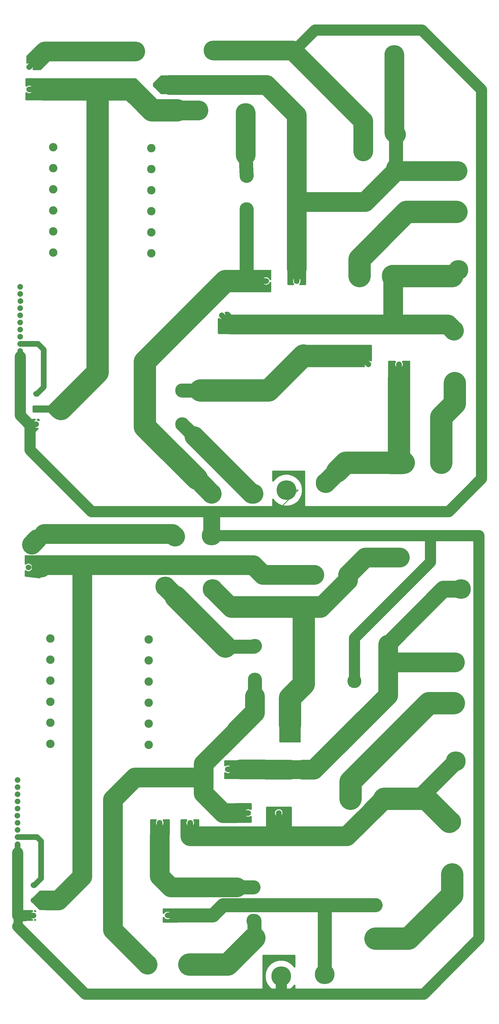
<source format=gbr>
G04 EAGLE Gerber RS-274X export*
G75*
%MOMM*%
%FSLAX34Y34*%
%LPD*%
%INBottom Copper*%
%IPPOS*%
%AMOC8*
5,1,8,0,0,1.08239X$1,22.5*%
G01*
%ADD10C,7.000000*%
%ADD11C,2.000000*%
%ADD12C,3.000000*%
%ADD13C,5.000000*%
%ADD14C,2.000000*%
%ADD15C,7.000000*%
%ADD16C,8.000000*%
%ADD17C,5.000000*%
%ADD18C,0.300000*%
%ADD19C,4.000000*%
%ADD20C,6.000000*%
%ADD21C,0.300000*%
%ADD22C,3.000000*%
%ADD23C,8.000000*%

G36*
X1098577Y1390653D02*
X1098577Y1390653D01*
X1098604Y1390651D01*
X1098828Y1390673D01*
X1099052Y1390691D01*
X1099078Y1390697D01*
X1099106Y1390700D01*
X1099324Y1390757D01*
X1099541Y1390810D01*
X1099566Y1390820D01*
X1099593Y1390827D01*
X1099799Y1390918D01*
X1100006Y1391004D01*
X1100029Y1391019D01*
X1100054Y1391030D01*
X1100243Y1391152D01*
X1100433Y1391270D01*
X1100454Y1391288D01*
X1100477Y1391303D01*
X1100644Y1391453D01*
X1100814Y1391600D01*
X1100831Y1391621D01*
X1100852Y1391639D01*
X1100993Y1391814D01*
X1101137Y1391986D01*
X1101151Y1392009D01*
X1101168Y1392030D01*
X1101280Y1392225D01*
X1101395Y1392418D01*
X1101406Y1392443D01*
X1101419Y1392467D01*
X1101499Y1392677D01*
X1101582Y1392886D01*
X1101588Y1392912D01*
X1101598Y1392938D01*
X1101643Y1393158D01*
X1101692Y1393377D01*
X1101694Y1393404D01*
X1101700Y1393431D01*
X1101724Y1393825D01*
X1101724Y1447800D01*
X1101723Y1447822D01*
X1101724Y1447842D01*
X1101723Y1447847D01*
X1101724Y1447854D01*
X1101702Y1448078D01*
X1101684Y1448302D01*
X1101678Y1448328D01*
X1101675Y1448356D01*
X1101618Y1448574D01*
X1101566Y1448791D01*
X1101555Y1448816D01*
X1101548Y1448843D01*
X1101457Y1449049D01*
X1101371Y1449256D01*
X1101356Y1449279D01*
X1101345Y1449304D01*
X1101223Y1449493D01*
X1101105Y1449683D01*
X1101087Y1449704D01*
X1101072Y1449727D01*
X1100922Y1449894D01*
X1100775Y1450064D01*
X1100754Y1450081D01*
X1100736Y1450102D01*
X1100561Y1450243D01*
X1100389Y1450387D01*
X1100366Y1450401D01*
X1100345Y1450418D01*
X1100150Y1450530D01*
X1099957Y1450645D01*
X1099932Y1450656D01*
X1099908Y1450669D01*
X1099698Y1450749D01*
X1099489Y1450832D01*
X1099463Y1450838D01*
X1099437Y1450848D01*
X1099217Y1450893D01*
X1098998Y1450942D01*
X1098971Y1450944D01*
X1098944Y1450950D01*
X1098550Y1450974D01*
X790575Y1450974D01*
X790548Y1450972D01*
X790521Y1450974D01*
X790297Y1450952D01*
X790073Y1450934D01*
X790047Y1450928D01*
X790019Y1450925D01*
X789801Y1450868D01*
X789584Y1450816D01*
X789559Y1450805D01*
X789532Y1450798D01*
X789326Y1450707D01*
X789119Y1450621D01*
X789096Y1450606D01*
X789071Y1450595D01*
X788882Y1450473D01*
X788692Y1450355D01*
X788671Y1450337D01*
X788648Y1450322D01*
X788481Y1450172D01*
X788311Y1450025D01*
X788294Y1450004D01*
X788273Y1449986D01*
X788132Y1449811D01*
X787988Y1449639D01*
X787974Y1449616D01*
X787957Y1449595D01*
X787845Y1449400D01*
X787730Y1449207D01*
X787720Y1449182D01*
X787706Y1449158D01*
X787626Y1448948D01*
X787543Y1448739D01*
X787537Y1448713D01*
X787527Y1448687D01*
X787482Y1448467D01*
X787433Y1448248D01*
X787431Y1448221D01*
X787425Y1448194D01*
X787401Y1447800D01*
X787401Y1393825D01*
X787403Y1393798D01*
X787401Y1393771D01*
X787423Y1393547D01*
X787441Y1393323D01*
X787447Y1393297D01*
X787450Y1393269D01*
X787507Y1393051D01*
X787560Y1392834D01*
X787570Y1392809D01*
X787577Y1392782D01*
X787668Y1392576D01*
X787754Y1392369D01*
X787769Y1392346D01*
X787780Y1392321D01*
X787902Y1392132D01*
X788020Y1391942D01*
X788038Y1391921D01*
X788053Y1391898D01*
X788203Y1391731D01*
X788350Y1391561D01*
X788371Y1391544D01*
X788389Y1391523D01*
X788564Y1391382D01*
X788736Y1391238D01*
X788759Y1391224D01*
X788780Y1391207D01*
X788975Y1391095D01*
X789168Y1390980D01*
X789193Y1390970D01*
X789217Y1390956D01*
X789427Y1390876D01*
X789636Y1390793D01*
X789662Y1390787D01*
X789688Y1390777D01*
X789908Y1390732D01*
X790127Y1390683D01*
X790154Y1390681D01*
X790181Y1390675D01*
X790575Y1390651D01*
X1098550Y1390651D01*
X1098577Y1390653D01*
G37*
G36*
X1258119Y2266962D02*
X1258119Y2266962D01*
X1258266Y2266964D01*
X1258370Y2266982D01*
X1258475Y2266991D01*
X1258617Y2267025D01*
X1258762Y2267050D01*
X1258862Y2267085D01*
X1258964Y2267110D01*
X1259099Y2267166D01*
X1259238Y2267214D01*
X1259331Y2267263D01*
X1259429Y2267304D01*
X1259553Y2267382D01*
X1259682Y2267450D01*
X1259767Y2267514D01*
X1259856Y2267570D01*
X1259967Y2267666D01*
X1260084Y2267754D01*
X1260157Y2267831D01*
X1260237Y2267900D01*
X1260331Y2268012D01*
X1260432Y2268118D01*
X1260492Y2268205D01*
X1260560Y2268286D01*
X1260635Y2268411D01*
X1260719Y2268532D01*
X1260764Y2268627D01*
X1260818Y2268718D01*
X1260873Y2268854D01*
X1260936Y2268986D01*
X1260966Y2269088D01*
X1261005Y2269186D01*
X1261037Y2269329D01*
X1261079Y2269469D01*
X1261092Y2269574D01*
X1261116Y2269677D01*
X1261125Y2269823D01*
X1261143Y2269968D01*
X1261140Y2270074D01*
X1261147Y2270179D01*
X1261133Y2270325D01*
X1261128Y2270472D01*
X1261109Y2270575D01*
X1261098Y2270681D01*
X1261061Y2270823D01*
X1261034Y2270966D01*
X1260992Y2271089D01*
X1260971Y2271168D01*
X1260942Y2271235D01*
X1260906Y2271340D01*
X1259875Y2273829D01*
X1259875Y2279120D01*
X1261900Y2284009D01*
X1265641Y2287750D01*
X1270530Y2289775D01*
X1275821Y2289775D01*
X1280795Y2287715D01*
X1280839Y2287678D01*
X1280850Y2287671D01*
X1280861Y2287662D01*
X1281064Y2287541D01*
X1281269Y2287416D01*
X1281281Y2287411D01*
X1281293Y2287404D01*
X1281512Y2287316D01*
X1281735Y2287225D01*
X1281748Y2287222D01*
X1281761Y2287217D01*
X1281993Y2287165D01*
X1282225Y2287111D01*
X1282239Y2287110D01*
X1282252Y2287107D01*
X1282491Y2287092D01*
X1282727Y2287075D01*
X1282741Y2287076D01*
X1282754Y2287075D01*
X1282992Y2287098D01*
X1283229Y2287119D01*
X1283242Y2287123D01*
X1283256Y2287124D01*
X1283486Y2287184D01*
X1283717Y2287242D01*
X1283730Y2287248D01*
X1283743Y2287251D01*
X1283961Y2287347D01*
X1284180Y2287441D01*
X1284191Y2287448D01*
X1284204Y2287454D01*
X1284405Y2287583D01*
X1284605Y2287710D01*
X1284615Y2287719D01*
X1284627Y2287727D01*
X1284805Y2287886D01*
X1284983Y2288043D01*
X1284991Y2288054D01*
X1285002Y2288063D01*
X1285152Y2288249D01*
X1285303Y2288432D01*
X1285310Y2288444D01*
X1285318Y2288455D01*
X1285437Y2288661D01*
X1285557Y2288867D01*
X1285562Y2288879D01*
X1285569Y2288891D01*
X1285653Y2289113D01*
X1285740Y2289336D01*
X1285743Y2289349D01*
X1285748Y2289362D01*
X1285796Y2289595D01*
X1285846Y2289828D01*
X1285847Y2289842D01*
X1285850Y2289855D01*
X1285874Y2290249D01*
X1285874Y2343150D01*
X1285873Y2343170D01*
X1285874Y2343187D01*
X1285873Y2343194D01*
X1285874Y2343204D01*
X1285852Y2343428D01*
X1285834Y2343652D01*
X1285828Y2343678D01*
X1285825Y2343706D01*
X1285768Y2343924D01*
X1285716Y2344141D01*
X1285705Y2344166D01*
X1285698Y2344193D01*
X1285607Y2344399D01*
X1285521Y2344606D01*
X1285506Y2344629D01*
X1285495Y2344654D01*
X1285373Y2344843D01*
X1285255Y2345033D01*
X1285237Y2345054D01*
X1285222Y2345077D01*
X1285072Y2345244D01*
X1284925Y2345414D01*
X1284904Y2345431D01*
X1284886Y2345452D01*
X1284711Y2345593D01*
X1284539Y2345737D01*
X1284516Y2345751D01*
X1284495Y2345768D01*
X1284300Y2345880D01*
X1284107Y2345995D01*
X1284082Y2346006D01*
X1284058Y2346019D01*
X1283848Y2346099D01*
X1283639Y2346182D01*
X1283613Y2346188D01*
X1283587Y2346198D01*
X1283367Y2346243D01*
X1283148Y2346292D01*
X1283121Y2346294D01*
X1283094Y2346300D01*
X1282700Y2346324D01*
X1044575Y2346324D01*
X1044548Y2346322D01*
X1044521Y2346324D01*
X1044297Y2346302D01*
X1044073Y2346284D01*
X1044047Y2346278D01*
X1044019Y2346275D01*
X1043801Y2346218D01*
X1043584Y2346166D01*
X1043559Y2346155D01*
X1043532Y2346148D01*
X1043326Y2346057D01*
X1043119Y2345971D01*
X1043096Y2345956D01*
X1043071Y2345945D01*
X1042882Y2345823D01*
X1042692Y2345705D01*
X1042671Y2345687D01*
X1042648Y2345672D01*
X1042481Y2345522D01*
X1042311Y2345375D01*
X1042294Y2345354D01*
X1042273Y2345336D01*
X1042132Y2345161D01*
X1041988Y2344989D01*
X1041974Y2344966D01*
X1041957Y2344945D01*
X1041845Y2344750D01*
X1041730Y2344557D01*
X1041720Y2344532D01*
X1041706Y2344508D01*
X1041626Y2344298D01*
X1041543Y2344089D01*
X1041537Y2344063D01*
X1041527Y2344037D01*
X1041482Y2343817D01*
X1041433Y2343598D01*
X1041431Y2343571D01*
X1041425Y2343544D01*
X1041401Y2343150D01*
X1041401Y2270125D01*
X1041403Y2270098D01*
X1041401Y2270071D01*
X1041423Y2269847D01*
X1041441Y2269623D01*
X1041447Y2269597D01*
X1041450Y2269569D01*
X1041507Y2269351D01*
X1041560Y2269134D01*
X1041570Y2269109D01*
X1041577Y2269082D01*
X1041668Y2268876D01*
X1041754Y2268669D01*
X1041769Y2268646D01*
X1041780Y2268621D01*
X1041902Y2268432D01*
X1042020Y2268242D01*
X1042038Y2268221D01*
X1042053Y2268198D01*
X1042203Y2268031D01*
X1042350Y2267861D01*
X1042371Y2267844D01*
X1042389Y2267823D01*
X1042564Y2267682D01*
X1042736Y2267538D01*
X1042759Y2267524D01*
X1042780Y2267507D01*
X1042975Y2267395D01*
X1043168Y2267280D01*
X1043193Y2267270D01*
X1043217Y2267256D01*
X1043427Y2267176D01*
X1043636Y2267093D01*
X1043662Y2267087D01*
X1043688Y2267077D01*
X1043908Y2267032D01*
X1044127Y2266983D01*
X1044154Y2266981D01*
X1044181Y2266975D01*
X1044575Y2266951D01*
X1257973Y2266951D01*
X1258119Y2266962D01*
G37*
G36*
X996977Y619128D02*
X996977Y619128D01*
X997004Y619126D01*
X997228Y619148D01*
X997452Y619166D01*
X997478Y619172D01*
X997506Y619175D01*
X997724Y619232D01*
X997941Y619285D01*
X997966Y619295D01*
X997993Y619302D01*
X998199Y619393D01*
X998406Y619479D01*
X998429Y619494D01*
X998454Y619505D01*
X998643Y619627D01*
X998833Y619745D01*
X998854Y619763D01*
X998877Y619778D01*
X999044Y619928D01*
X999214Y620075D01*
X999231Y620096D01*
X999252Y620114D01*
X999393Y620289D01*
X999537Y620461D01*
X999551Y620484D01*
X999568Y620505D01*
X999680Y620700D01*
X999795Y620893D01*
X999806Y620918D01*
X999819Y620942D01*
X999899Y621152D01*
X999982Y621361D01*
X999988Y621387D01*
X999998Y621413D01*
X1000043Y621633D01*
X1000092Y621852D01*
X1000094Y621879D01*
X1000100Y621906D01*
X1000124Y622300D01*
X1000124Y698500D01*
X1000123Y698519D01*
X1000124Y698536D01*
X1000123Y698544D01*
X1000124Y698554D01*
X1000102Y698778D01*
X1000084Y699002D01*
X1000078Y699028D01*
X1000075Y699056D01*
X1000018Y699274D01*
X999966Y699491D01*
X999955Y699516D01*
X999948Y699543D01*
X999857Y699749D01*
X999771Y699956D01*
X999756Y699979D01*
X999745Y700004D01*
X999623Y700193D01*
X999505Y700383D01*
X999487Y700404D01*
X999472Y700427D01*
X999322Y700594D01*
X999175Y700764D01*
X999154Y700781D01*
X999136Y700802D01*
X998961Y700943D01*
X998789Y701087D01*
X998766Y701101D01*
X998745Y701118D01*
X998550Y701230D01*
X998357Y701345D01*
X998332Y701356D01*
X998308Y701369D01*
X998098Y701449D01*
X997889Y701532D01*
X997863Y701538D01*
X997837Y701548D01*
X997617Y701593D01*
X997398Y701642D01*
X997371Y701644D01*
X997344Y701650D01*
X996950Y701674D01*
X911225Y701674D01*
X911198Y701672D01*
X911171Y701674D01*
X910947Y701652D01*
X910723Y701634D01*
X910697Y701628D01*
X910669Y701625D01*
X910451Y701568D01*
X910234Y701516D01*
X910209Y701505D01*
X910182Y701498D01*
X909976Y701407D01*
X909769Y701321D01*
X909746Y701306D01*
X909721Y701295D01*
X909532Y701173D01*
X909342Y701055D01*
X909321Y701037D01*
X909298Y701022D01*
X909131Y700872D01*
X908961Y700725D01*
X908944Y700704D01*
X908923Y700686D01*
X908782Y700511D01*
X908638Y700339D01*
X908624Y700316D01*
X908607Y700295D01*
X908495Y700100D01*
X908380Y699907D01*
X908370Y699882D01*
X908356Y699858D01*
X908276Y699648D01*
X908193Y699439D01*
X908187Y699413D01*
X908177Y699387D01*
X908132Y699167D01*
X908083Y698948D01*
X908081Y698921D01*
X908075Y698894D01*
X908051Y698500D01*
X908051Y622300D01*
X908053Y622273D01*
X908051Y622246D01*
X908073Y622022D01*
X908091Y621798D01*
X908097Y621772D01*
X908100Y621744D01*
X908157Y621526D01*
X908210Y621309D01*
X908220Y621284D01*
X908227Y621257D01*
X908318Y621051D01*
X908404Y620844D01*
X908419Y620821D01*
X908430Y620796D01*
X908552Y620607D01*
X908670Y620417D01*
X908688Y620396D01*
X908703Y620373D01*
X908853Y620206D01*
X909000Y620036D01*
X909021Y620019D01*
X909039Y619998D01*
X909214Y619857D01*
X909386Y619713D01*
X909409Y619699D01*
X909430Y619682D01*
X909625Y619570D01*
X909818Y619455D01*
X909843Y619445D01*
X909867Y619431D01*
X910077Y619351D01*
X910286Y619268D01*
X910312Y619262D01*
X910338Y619252D01*
X910558Y619207D01*
X910777Y619158D01*
X910804Y619156D01*
X910831Y619150D01*
X911225Y619126D01*
X996950Y619126D01*
X996977Y619128D01*
G37*
G36*
X420432Y3206791D02*
X420432Y3206791D01*
X420468Y3206790D01*
X522860Y3209715D01*
X523079Y3209739D01*
X523298Y3209758D01*
X523329Y3209766D01*
X523360Y3209770D01*
X523572Y3209828D01*
X523786Y3209881D01*
X523815Y3209894D01*
X523846Y3209902D01*
X524047Y3209993D01*
X524249Y3210080D01*
X524276Y3210097D01*
X524305Y3210110D01*
X524488Y3210231D01*
X524674Y3210349D01*
X524698Y3210371D01*
X524725Y3210388D01*
X524886Y3210536D01*
X525052Y3210683D01*
X525072Y3210707D01*
X525096Y3210729D01*
X525232Y3210901D01*
X525372Y3211071D01*
X525388Y3211099D01*
X525408Y3211124D01*
X525515Y3211315D01*
X525627Y3211506D01*
X525638Y3211536D01*
X525654Y3211563D01*
X525729Y3211769D01*
X525809Y3211975D01*
X525816Y3212006D01*
X525827Y3212036D01*
X525869Y3212252D01*
X525915Y3212467D01*
X525917Y3212499D01*
X525923Y3212530D01*
X525931Y3212750D01*
X525942Y3212970D01*
X525939Y3213001D01*
X525940Y3213033D01*
X525913Y3213252D01*
X525890Y3213471D01*
X525881Y3213501D01*
X525877Y3213533D01*
X525816Y3213745D01*
X525758Y3213957D01*
X525745Y3213986D01*
X525736Y3214016D01*
X525641Y3214216D01*
X525552Y3214416D01*
X525534Y3214442D01*
X525521Y3214471D01*
X525396Y3214653D01*
X525275Y3214837D01*
X525251Y3214864D01*
X525236Y3214886D01*
X525174Y3214951D01*
X525014Y3215133D01*
X445429Y3294720D01*
X445398Y3294746D01*
X445371Y3294777D01*
X445207Y3294909D01*
X445046Y3295046D01*
X445011Y3295068D01*
X444979Y3295093D01*
X444797Y3295198D01*
X444616Y3295308D01*
X444578Y3295324D01*
X444543Y3295344D01*
X444346Y3295419D01*
X444150Y3295499D01*
X444110Y3295508D01*
X444072Y3295523D01*
X443865Y3295566D01*
X443660Y3295614D01*
X443619Y3295616D01*
X443579Y3295625D01*
X443185Y3295649D01*
X412750Y3295649D01*
X412723Y3295647D01*
X412696Y3295649D01*
X412472Y3295627D01*
X412248Y3295609D01*
X412222Y3295603D01*
X412194Y3295600D01*
X411976Y3295543D01*
X411759Y3295491D01*
X411734Y3295480D01*
X411707Y3295473D01*
X411501Y3295382D01*
X411294Y3295296D01*
X411271Y3295281D01*
X411246Y3295270D01*
X411057Y3295148D01*
X410867Y3295030D01*
X410846Y3295012D01*
X410823Y3294997D01*
X410656Y3294847D01*
X410486Y3294700D01*
X410469Y3294679D01*
X410448Y3294661D01*
X410307Y3294486D01*
X410163Y3294314D01*
X410149Y3294291D01*
X410132Y3294270D01*
X410020Y3294075D01*
X409905Y3293882D01*
X409895Y3293857D01*
X409881Y3293833D01*
X409801Y3293623D01*
X409718Y3293414D01*
X409712Y3293388D01*
X409702Y3293362D01*
X409657Y3293142D01*
X409608Y3292923D01*
X409606Y3292896D01*
X409600Y3292869D01*
X409576Y3292475D01*
X409576Y3217590D01*
X409579Y3217549D01*
X409577Y3217508D01*
X409599Y3217299D01*
X409616Y3217088D01*
X409625Y3217048D01*
X409630Y3217008D01*
X409685Y3216804D01*
X409735Y3216599D01*
X409750Y3216561D01*
X409761Y3216522D01*
X409848Y3216329D01*
X409929Y3216135D01*
X409951Y3216100D01*
X409968Y3216062D01*
X410084Y3215886D01*
X410195Y3215707D01*
X410222Y3215676D01*
X410244Y3215642D01*
X410505Y3215346D01*
X418133Y3207718D01*
X418198Y3207662D01*
X418258Y3207600D01*
X418390Y3207499D01*
X418516Y3207392D01*
X418590Y3207347D01*
X418658Y3207294D01*
X418804Y3207216D01*
X418946Y3207130D01*
X419026Y3207097D01*
X419102Y3207056D01*
X419258Y3207002D01*
X419412Y3206939D01*
X419496Y3206919D01*
X419578Y3206891D01*
X419741Y3206862D01*
X419902Y3206824D01*
X419988Y3206818D01*
X420073Y3206803D01*
X420316Y3206795D01*
X420405Y3206789D01*
X420432Y3206791D01*
G37*
G36*
X1044602Y1765303D02*
X1044602Y1765303D01*
X1044629Y1765301D01*
X1044853Y1765323D01*
X1045077Y1765341D01*
X1045103Y1765347D01*
X1045131Y1765350D01*
X1045349Y1765407D01*
X1045566Y1765460D01*
X1045591Y1765470D01*
X1045618Y1765477D01*
X1045824Y1765568D01*
X1046031Y1765654D01*
X1046054Y1765669D01*
X1046079Y1765680D01*
X1046268Y1765802D01*
X1046458Y1765920D01*
X1046479Y1765938D01*
X1046502Y1765953D01*
X1046669Y1766103D01*
X1046839Y1766250D01*
X1046856Y1766271D01*
X1046877Y1766289D01*
X1047018Y1766464D01*
X1047162Y1766636D01*
X1047176Y1766659D01*
X1047193Y1766680D01*
X1047305Y1766875D01*
X1047420Y1767068D01*
X1047431Y1767093D01*
X1047444Y1767117D01*
X1047524Y1767327D01*
X1047607Y1767536D01*
X1047613Y1767562D01*
X1047623Y1767588D01*
X1047668Y1767808D01*
X1047717Y1768027D01*
X1047719Y1768054D01*
X1047725Y1768081D01*
X1047749Y1768475D01*
X1047749Y1895475D01*
X1047748Y1895489D01*
X1047749Y1895499D01*
X1047748Y1895511D01*
X1047749Y1895529D01*
X1047727Y1895753D01*
X1047709Y1895977D01*
X1047703Y1896003D01*
X1047700Y1896031D01*
X1047643Y1896249D01*
X1047591Y1896466D01*
X1047580Y1896491D01*
X1047573Y1896518D01*
X1047482Y1896724D01*
X1047396Y1896931D01*
X1047381Y1896954D01*
X1047370Y1896979D01*
X1047248Y1897168D01*
X1047130Y1897358D01*
X1047112Y1897379D01*
X1047097Y1897402D01*
X1046947Y1897569D01*
X1046800Y1897739D01*
X1046779Y1897756D01*
X1046761Y1897777D01*
X1046586Y1897918D01*
X1046414Y1898062D01*
X1046391Y1898076D01*
X1046370Y1898093D01*
X1046175Y1898205D01*
X1045982Y1898320D01*
X1045957Y1898331D01*
X1045933Y1898344D01*
X1045723Y1898424D01*
X1045514Y1898507D01*
X1045488Y1898513D01*
X1045462Y1898523D01*
X1045242Y1898568D01*
X1045023Y1898617D01*
X1044996Y1898619D01*
X1044969Y1898625D01*
X1044575Y1898649D01*
X933450Y1898649D01*
X933423Y1898647D01*
X933396Y1898649D01*
X933172Y1898627D01*
X932948Y1898609D01*
X932922Y1898603D01*
X932894Y1898600D01*
X932676Y1898543D01*
X932459Y1898491D01*
X932434Y1898480D01*
X932407Y1898473D01*
X932201Y1898382D01*
X931994Y1898296D01*
X931971Y1898281D01*
X931946Y1898270D01*
X931757Y1898148D01*
X931567Y1898030D01*
X931546Y1898012D01*
X931523Y1897997D01*
X931356Y1897847D01*
X931186Y1897700D01*
X931169Y1897679D01*
X931148Y1897661D01*
X931007Y1897486D01*
X930863Y1897314D01*
X930849Y1897291D01*
X930832Y1897270D01*
X930720Y1897075D01*
X930605Y1896882D01*
X930595Y1896857D01*
X930581Y1896833D01*
X930501Y1896623D01*
X930418Y1896414D01*
X930412Y1896388D01*
X930402Y1896362D01*
X930357Y1896142D01*
X930308Y1895923D01*
X930306Y1895896D01*
X930300Y1895869D01*
X930276Y1895475D01*
X930276Y1862236D01*
X930282Y1862163D01*
X930279Y1862090D01*
X930302Y1861913D01*
X930316Y1861734D01*
X930333Y1861663D01*
X930342Y1861590D01*
X930392Y1861419D01*
X930435Y1861245D01*
X930463Y1861178D01*
X930483Y1861107D01*
X930560Y1860945D01*
X930629Y1860781D01*
X930668Y1860719D01*
X930699Y1860652D01*
X930801Y1860505D01*
X930895Y1860353D01*
X930943Y1860298D01*
X930984Y1860237D01*
X931108Y1860108D01*
X931225Y1859973D01*
X931281Y1859925D01*
X931332Y1859872D01*
X931474Y1859764D01*
X931611Y1859649D01*
X931674Y1859612D01*
X931732Y1859567D01*
X931890Y1859482D01*
X932043Y1859391D01*
X932111Y1859364D01*
X932176Y1859329D01*
X932345Y1859270D01*
X932511Y1859204D01*
X932582Y1859188D01*
X932651Y1859164D01*
X932827Y1859133D01*
X933002Y1859094D01*
X933075Y1859089D01*
X933147Y1859077D01*
X933326Y1859074D01*
X933504Y1859063D01*
X933577Y1859070D01*
X933651Y1859068D01*
X933828Y1859094D01*
X934006Y1859111D01*
X934077Y1859130D01*
X934149Y1859140D01*
X934320Y1859193D01*
X934493Y1859238D01*
X934560Y1859268D01*
X934630Y1859290D01*
X934790Y1859369D01*
X934954Y1859441D01*
X935016Y1859481D01*
X935081Y1859513D01*
X935226Y1859617D01*
X935377Y1859714D01*
X935432Y1859763D01*
X935491Y1859805D01*
X935618Y1859931D01*
X935752Y1860050D01*
X935798Y1860107D01*
X935850Y1860159D01*
X936023Y1860385D01*
X936068Y1860442D01*
X936076Y1860456D01*
X936089Y1860473D01*
X938353Y1863861D01*
X946014Y1871522D01*
X955022Y1877541D01*
X965032Y1881687D01*
X975658Y1883801D01*
X986492Y1883801D01*
X997118Y1881687D01*
X1007128Y1877541D01*
X1016136Y1871522D01*
X1023797Y1863861D01*
X1029816Y1854853D01*
X1033962Y1844843D01*
X1036076Y1834217D01*
X1036076Y1823383D01*
X1033962Y1812757D01*
X1029816Y1802747D01*
X1023797Y1793739D01*
X1016136Y1786078D01*
X1007128Y1780059D01*
X997118Y1775913D01*
X986492Y1773799D01*
X975658Y1773799D01*
X965032Y1775913D01*
X955022Y1780059D01*
X946014Y1786078D01*
X938353Y1793739D01*
X936089Y1797127D01*
X936044Y1797185D01*
X936005Y1797247D01*
X935888Y1797382D01*
X935777Y1797522D01*
X935723Y1797572D01*
X935675Y1797627D01*
X935538Y1797742D01*
X935407Y1797863D01*
X935346Y1797904D01*
X935289Y1797951D01*
X935136Y1798042D01*
X934987Y1798141D01*
X934920Y1798172D01*
X934857Y1798209D01*
X934691Y1798275D01*
X934528Y1798349D01*
X934457Y1798369D01*
X934389Y1798396D01*
X934215Y1798435D01*
X934043Y1798482D01*
X933970Y1798490D01*
X933898Y1798506D01*
X933720Y1798517D01*
X933542Y1798537D01*
X933469Y1798533D01*
X933396Y1798537D01*
X933217Y1798520D01*
X933039Y1798511D01*
X932968Y1798496D01*
X932894Y1798489D01*
X932721Y1798444D01*
X932547Y1798407D01*
X932478Y1798380D01*
X932407Y1798362D01*
X932243Y1798290D01*
X932077Y1798225D01*
X932013Y1798189D01*
X931946Y1798159D01*
X931796Y1798062D01*
X931641Y1797972D01*
X931585Y1797926D01*
X931523Y1797886D01*
X931390Y1797766D01*
X931252Y1797654D01*
X931203Y1797599D01*
X931148Y1797550D01*
X931036Y1797411D01*
X930917Y1797277D01*
X930878Y1797215D01*
X930832Y1797158D01*
X930743Y1797003D01*
X930647Y1796853D01*
X930617Y1796785D01*
X930581Y1796722D01*
X930518Y1796555D01*
X930446Y1796390D01*
X930428Y1796319D01*
X930402Y1796251D01*
X930366Y1796076D01*
X930322Y1795903D01*
X930315Y1795830D01*
X930300Y1795758D01*
X930283Y1795474D01*
X930276Y1795401D01*
X930277Y1795385D01*
X930276Y1795364D01*
X930276Y1768475D01*
X930278Y1768448D01*
X930276Y1768421D01*
X930298Y1768197D01*
X930316Y1767973D01*
X930322Y1767947D01*
X930325Y1767919D01*
X930382Y1767701D01*
X930435Y1767484D01*
X930445Y1767459D01*
X930452Y1767432D01*
X930543Y1767226D01*
X930629Y1767019D01*
X930644Y1766996D01*
X930655Y1766971D01*
X930777Y1766782D01*
X930895Y1766592D01*
X930913Y1766571D01*
X930928Y1766548D01*
X931078Y1766381D01*
X931225Y1766211D01*
X931246Y1766194D01*
X931264Y1766173D01*
X931439Y1766032D01*
X931611Y1765888D01*
X931634Y1765874D01*
X931655Y1765857D01*
X931850Y1765745D01*
X932043Y1765630D01*
X932068Y1765620D01*
X932092Y1765606D01*
X932302Y1765526D01*
X932511Y1765443D01*
X932537Y1765437D01*
X932563Y1765427D01*
X932783Y1765382D01*
X933002Y1765333D01*
X933029Y1765331D01*
X933056Y1765325D01*
X933450Y1765301D01*
X1044575Y1765301D01*
X1044602Y1765303D01*
G37*
G36*
X940446Y41286D02*
X940446Y41286D01*
X940579Y41287D01*
X940696Y41306D01*
X940816Y41316D01*
X940945Y41347D01*
X941076Y41369D01*
X941189Y41406D01*
X941305Y41435D01*
X941427Y41486D01*
X941553Y41528D01*
X941659Y41583D01*
X941769Y41629D01*
X941882Y41699D01*
X942000Y41761D01*
X942096Y41832D01*
X942197Y41895D01*
X942297Y41982D01*
X942404Y42061D01*
X942487Y42147D01*
X942577Y42225D01*
X942663Y42327D01*
X942755Y42422D01*
X942824Y42519D01*
X942901Y42611D01*
X942969Y42725D01*
X943045Y42833D01*
X943098Y42941D01*
X943159Y43043D01*
X943208Y43166D01*
X943267Y43286D01*
X943301Y43400D01*
X943346Y43511D01*
X943375Y43640D01*
X943414Y43767D01*
X943430Y43886D01*
X943456Y44002D01*
X943464Y44134D01*
X943483Y44266D01*
X943480Y44386D01*
X943487Y44504D01*
X943475Y44637D01*
X943472Y44770D01*
X943450Y44887D01*
X943439Y45006D01*
X943405Y45134D01*
X943381Y45265D01*
X943342Y45377D01*
X943312Y45493D01*
X943258Y45615D01*
X943214Y45740D01*
X943157Y45844D01*
X943109Y45954D01*
X943037Y46066D01*
X942974Y46182D01*
X942901Y46277D01*
X942836Y46377D01*
X942747Y46476D01*
X942666Y46581D01*
X942579Y46663D01*
X942500Y46752D01*
X942396Y46835D01*
X942300Y46926D01*
X942201Y46993D01*
X942108Y47068D01*
X941993Y47134D01*
X941883Y47209D01*
X941748Y47275D01*
X941672Y47319D01*
X941612Y47342D01*
X941528Y47383D01*
X935972Y49684D01*
X926964Y55703D01*
X919303Y63364D01*
X913284Y72372D01*
X909138Y82382D01*
X907024Y93008D01*
X907024Y103842D01*
X909138Y114468D01*
X913284Y124478D01*
X919303Y133486D01*
X926964Y141147D01*
X935972Y147166D01*
X945982Y151312D01*
X956608Y153426D01*
X967442Y153426D01*
X978068Y151312D01*
X988078Y147166D01*
X997086Y141147D01*
X1004747Y133486D01*
X1007011Y130098D01*
X1007056Y130040D01*
X1007095Y129978D01*
X1007212Y129843D01*
X1007323Y129703D01*
X1007377Y129653D01*
X1007425Y129598D01*
X1007562Y129483D01*
X1007693Y129362D01*
X1007755Y129321D01*
X1007811Y129274D01*
X1007964Y129183D01*
X1008113Y129084D01*
X1008180Y129054D01*
X1008243Y129016D01*
X1008409Y128950D01*
X1008572Y128876D01*
X1008643Y128856D01*
X1008711Y128829D01*
X1008885Y128790D01*
X1009057Y128743D01*
X1009130Y128735D01*
X1009202Y128719D01*
X1009380Y128708D01*
X1009558Y128688D01*
X1009631Y128692D01*
X1009704Y128688D01*
X1009883Y128705D01*
X1010061Y128714D01*
X1010133Y128729D01*
X1010206Y128736D01*
X1010379Y128781D01*
X1010553Y128818D01*
X1010622Y128845D01*
X1010693Y128863D01*
X1010857Y128935D01*
X1011023Y129000D01*
X1011087Y129036D01*
X1011154Y129066D01*
X1011304Y129163D01*
X1011459Y129253D01*
X1011515Y129299D01*
X1011577Y129339D01*
X1011710Y129458D01*
X1011848Y129571D01*
X1011897Y129626D01*
X1011952Y129675D01*
X1012064Y129814D01*
X1012183Y129948D01*
X1012222Y130010D01*
X1012268Y130067D01*
X1012357Y130222D01*
X1012453Y130372D01*
X1012483Y130440D01*
X1012519Y130503D01*
X1012582Y130670D01*
X1012654Y130835D01*
X1012672Y130906D01*
X1012698Y130974D01*
X1012734Y131149D01*
X1012778Y131322D01*
X1012785Y131395D01*
X1012800Y131467D01*
X1012817Y131751D01*
X1012824Y131824D01*
X1012823Y131840D01*
X1012824Y131861D01*
X1012824Y171450D01*
X1012823Y171464D01*
X1012824Y171474D01*
X1012823Y171486D01*
X1012824Y171504D01*
X1012802Y171728D01*
X1012784Y171952D01*
X1012778Y171978D01*
X1012775Y172006D01*
X1012718Y172224D01*
X1012666Y172441D01*
X1012655Y172466D01*
X1012648Y172493D01*
X1012557Y172699D01*
X1012471Y172906D01*
X1012456Y172929D01*
X1012445Y172954D01*
X1012323Y173143D01*
X1012205Y173333D01*
X1012187Y173354D01*
X1012172Y173377D01*
X1012022Y173544D01*
X1011875Y173714D01*
X1011854Y173731D01*
X1011836Y173752D01*
X1011661Y173893D01*
X1011489Y174037D01*
X1011466Y174051D01*
X1011445Y174068D01*
X1011250Y174180D01*
X1011057Y174295D01*
X1011032Y174306D01*
X1011008Y174319D01*
X1010798Y174399D01*
X1010589Y174482D01*
X1010563Y174488D01*
X1010537Y174498D01*
X1010317Y174543D01*
X1010098Y174592D01*
X1010071Y174594D01*
X1010044Y174600D01*
X1009650Y174624D01*
X898525Y174624D01*
X898498Y174622D01*
X898471Y174624D01*
X898247Y174602D01*
X898023Y174584D01*
X897997Y174578D01*
X897969Y174575D01*
X897751Y174518D01*
X897534Y174466D01*
X897509Y174455D01*
X897482Y174448D01*
X897276Y174357D01*
X897069Y174271D01*
X897046Y174256D01*
X897021Y174245D01*
X896832Y174123D01*
X896642Y174005D01*
X896621Y173987D01*
X896598Y173972D01*
X896431Y173822D01*
X896261Y173675D01*
X896244Y173654D01*
X896223Y173636D01*
X896082Y173461D01*
X895938Y173289D01*
X895924Y173266D01*
X895907Y173245D01*
X895795Y173050D01*
X895680Y172857D01*
X895670Y172832D01*
X895656Y172808D01*
X895576Y172598D01*
X895493Y172389D01*
X895487Y172363D01*
X895477Y172337D01*
X895432Y172117D01*
X895383Y171898D01*
X895381Y171871D01*
X895375Y171844D01*
X895351Y171450D01*
X895351Y44450D01*
X895353Y44423D01*
X895351Y44396D01*
X895373Y44172D01*
X895391Y43948D01*
X895397Y43922D01*
X895400Y43894D01*
X895457Y43676D01*
X895510Y43459D01*
X895520Y43434D01*
X895527Y43407D01*
X895618Y43201D01*
X895704Y42994D01*
X895719Y42971D01*
X895730Y42946D01*
X895852Y42757D01*
X895970Y42567D01*
X895988Y42546D01*
X896003Y42523D01*
X896153Y42356D01*
X896300Y42186D01*
X896321Y42169D01*
X896339Y42148D01*
X896514Y42007D01*
X896686Y41863D01*
X896709Y41849D01*
X896730Y41832D01*
X896925Y41720D01*
X897118Y41605D01*
X897143Y41595D01*
X897167Y41581D01*
X897377Y41501D01*
X897586Y41418D01*
X897612Y41412D01*
X897638Y41402D01*
X897858Y41357D01*
X898077Y41308D01*
X898104Y41306D01*
X898131Y41300D01*
X898525Y41276D01*
X940314Y41276D01*
X940446Y41286D01*
G37*
G36*
X923952Y2533653D02*
X923952Y2533653D01*
X923979Y2533651D01*
X924203Y2533673D01*
X924427Y2533691D01*
X924453Y2533697D01*
X924481Y2533700D01*
X924699Y2533757D01*
X924916Y2533810D01*
X924941Y2533820D01*
X924968Y2533827D01*
X925174Y2533918D01*
X925381Y2534004D01*
X925404Y2534019D01*
X925429Y2534030D01*
X925618Y2534152D01*
X925808Y2534270D01*
X925829Y2534288D01*
X925852Y2534303D01*
X926019Y2534453D01*
X926189Y2534600D01*
X926206Y2534621D01*
X926227Y2534639D01*
X926368Y2534814D01*
X926512Y2534986D01*
X926526Y2535009D01*
X926543Y2535030D01*
X926655Y2535225D01*
X926770Y2535418D01*
X926781Y2535443D01*
X926794Y2535467D01*
X926874Y2535677D01*
X926957Y2535886D01*
X926963Y2535912D01*
X926973Y2535938D01*
X927018Y2536158D01*
X927067Y2536377D01*
X927069Y2536404D01*
X927075Y2536431D01*
X927099Y2536825D01*
X927099Y2567289D01*
X927089Y2567421D01*
X927088Y2567554D01*
X927069Y2567672D01*
X927059Y2567791D01*
X927028Y2567920D01*
X927006Y2568051D01*
X926969Y2568164D01*
X926941Y2568280D01*
X926889Y2568403D01*
X926847Y2568529D01*
X926792Y2568634D01*
X926746Y2568744D01*
X926676Y2568857D01*
X926614Y2568975D01*
X926543Y2569071D01*
X926480Y2569172D01*
X926393Y2569273D01*
X926314Y2569379D01*
X926228Y2569462D01*
X926150Y2569553D01*
X926048Y2569638D01*
X925953Y2569731D01*
X925856Y2569799D01*
X925764Y2569876D01*
X925650Y2569944D01*
X925542Y2570021D01*
X925434Y2570073D01*
X925332Y2570134D01*
X925209Y2570183D01*
X925089Y2570242D01*
X924975Y2570277D01*
X924864Y2570321D01*
X924735Y2570350D01*
X924608Y2570389D01*
X924490Y2570405D01*
X924373Y2570431D01*
X924241Y2570440D01*
X924109Y2570458D01*
X923989Y2570455D01*
X923871Y2570463D01*
X923738Y2570450D01*
X923605Y2570447D01*
X923488Y2570426D01*
X923369Y2570414D01*
X923241Y2570380D01*
X923110Y2570357D01*
X922998Y2570317D01*
X922882Y2570287D01*
X922760Y2570233D01*
X922635Y2570189D01*
X922531Y2570132D01*
X922421Y2570084D01*
X922309Y2570012D01*
X922193Y2569949D01*
X922098Y2569876D01*
X921998Y2569811D01*
X921899Y2569722D01*
X921794Y2569641D01*
X921712Y2569555D01*
X921623Y2569475D01*
X921540Y2569371D01*
X921449Y2569275D01*
X921382Y2569176D01*
X921307Y2569083D01*
X921241Y2568968D01*
X921166Y2568858D01*
X921100Y2568723D01*
X921056Y2568647D01*
X921033Y2568587D01*
X920992Y2568504D01*
X919863Y2565778D01*
X916122Y2562037D01*
X911233Y2560012D01*
X905942Y2560012D01*
X901053Y2562037D01*
X897312Y2565778D01*
X895287Y2570667D01*
X895287Y2575958D01*
X897312Y2580847D01*
X901053Y2584588D01*
X905942Y2586613D01*
X911233Y2586613D01*
X916122Y2584588D01*
X919863Y2580847D01*
X920992Y2578121D01*
X921053Y2578003D01*
X921104Y2577880D01*
X921167Y2577779D01*
X921221Y2577673D01*
X921300Y2577565D01*
X921370Y2577453D01*
X921448Y2577362D01*
X921518Y2577266D01*
X921613Y2577173D01*
X921700Y2577072D01*
X921791Y2576995D01*
X921876Y2576912D01*
X921984Y2576834D01*
X922086Y2576749D01*
X922188Y2576688D01*
X922285Y2576618D01*
X922404Y2576559D01*
X922518Y2576491D01*
X922629Y2576446D01*
X922735Y2576393D01*
X922862Y2576353D01*
X922986Y2576304D01*
X923102Y2576278D01*
X923216Y2576242D01*
X923347Y2576223D01*
X923477Y2576193D01*
X923596Y2576186D01*
X923714Y2576169D01*
X923847Y2576170D01*
X923979Y2576162D01*
X924098Y2576174D01*
X924217Y2576175D01*
X924348Y2576198D01*
X924481Y2576211D01*
X924596Y2576241D01*
X924714Y2576261D01*
X924839Y2576304D01*
X924968Y2576338D01*
X925077Y2576386D01*
X925190Y2576425D01*
X925307Y2576487D01*
X925429Y2576540D01*
X925529Y2576605D01*
X925634Y2576661D01*
X925740Y2576741D01*
X925852Y2576813D01*
X925941Y2576893D01*
X926036Y2576965D01*
X926128Y2577061D01*
X926227Y2577150D01*
X926302Y2577243D01*
X926384Y2577329D01*
X926460Y2577438D01*
X926543Y2577541D01*
X926603Y2577645D01*
X926671Y2577743D01*
X926728Y2577863D01*
X926794Y2577978D01*
X926836Y2578089D01*
X926888Y2578197D01*
X926926Y2578324D01*
X926973Y2578449D01*
X926997Y2578566D01*
X927031Y2578680D01*
X927048Y2578812D01*
X927075Y2578942D01*
X927084Y2579092D01*
X927095Y2579179D01*
X927093Y2579243D01*
X927099Y2579336D01*
X927099Y2609850D01*
X927098Y2609870D01*
X927099Y2609887D01*
X927098Y2609894D01*
X927099Y2609904D01*
X927077Y2610128D01*
X927059Y2610352D01*
X927053Y2610378D01*
X927050Y2610406D01*
X926993Y2610624D01*
X926941Y2610841D01*
X926930Y2610866D01*
X926923Y2610893D01*
X926832Y2611099D01*
X926746Y2611306D01*
X926731Y2611329D01*
X926720Y2611354D01*
X926598Y2611543D01*
X926480Y2611733D01*
X926462Y2611754D01*
X926447Y2611777D01*
X926297Y2611944D01*
X926150Y2612114D01*
X926129Y2612131D01*
X926111Y2612152D01*
X925936Y2612293D01*
X925764Y2612437D01*
X925741Y2612451D01*
X925720Y2612468D01*
X925525Y2612580D01*
X925332Y2612695D01*
X925307Y2612706D01*
X925283Y2612719D01*
X925073Y2612799D01*
X924864Y2612882D01*
X924838Y2612888D01*
X924812Y2612898D01*
X924592Y2612943D01*
X924373Y2612992D01*
X924346Y2612994D01*
X924319Y2613000D01*
X923925Y2613024D01*
X866775Y2613024D01*
X866748Y2613022D01*
X866721Y2613024D01*
X866497Y2613002D01*
X866273Y2612984D01*
X866247Y2612978D01*
X866219Y2612975D01*
X866001Y2612918D01*
X865784Y2612866D01*
X865759Y2612855D01*
X865732Y2612848D01*
X865526Y2612757D01*
X865319Y2612671D01*
X865296Y2612656D01*
X865271Y2612645D01*
X865082Y2612523D01*
X864892Y2612405D01*
X864871Y2612387D01*
X864848Y2612372D01*
X864681Y2612222D01*
X864511Y2612075D01*
X864494Y2612054D01*
X864473Y2612036D01*
X864332Y2611861D01*
X864188Y2611689D01*
X864174Y2611666D01*
X864157Y2611645D01*
X864045Y2611450D01*
X863930Y2611257D01*
X863920Y2611232D01*
X863906Y2611208D01*
X863826Y2610998D01*
X863743Y2610789D01*
X863737Y2610763D01*
X863727Y2610737D01*
X863682Y2610517D01*
X863633Y2610298D01*
X863631Y2610271D01*
X863625Y2610244D01*
X863601Y2609850D01*
X863601Y2600825D01*
X863518Y2600570D01*
X863300Y2600724D01*
X859789Y2605405D01*
X859786Y2605408D01*
X859784Y2605411D01*
X859743Y2605457D01*
X859633Y2605582D01*
X859475Y2605764D01*
X859465Y2605772D01*
X859456Y2605782D01*
X859273Y2605933D01*
X859089Y2606087D01*
X859078Y2606094D01*
X859068Y2606102D01*
X858861Y2606224D01*
X858657Y2606345D01*
X858645Y2606350D01*
X858633Y2606357D01*
X858409Y2606444D01*
X858189Y2606532D01*
X858177Y2606535D01*
X858164Y2606540D01*
X857930Y2606590D01*
X857698Y2606643D01*
X857685Y2606643D01*
X857672Y2606646D01*
X857433Y2606659D01*
X857196Y2606674D01*
X857182Y2606673D01*
X857169Y2606673D01*
X856933Y2606648D01*
X856694Y2606625D01*
X856681Y2606622D01*
X856668Y2606621D01*
X856439Y2606559D01*
X856207Y2606498D01*
X856195Y2606493D01*
X856182Y2606489D01*
X855966Y2606392D01*
X855746Y2606296D01*
X855735Y2606288D01*
X855723Y2606283D01*
X855525Y2606153D01*
X855323Y2606023D01*
X855313Y2606014D01*
X855302Y2606006D01*
X855127Y2605846D01*
X854948Y2605686D01*
X854940Y2605676D01*
X854930Y2605667D01*
X854782Y2605480D01*
X854632Y2605295D01*
X854625Y2605283D01*
X854617Y2605273D01*
X854499Y2605064D01*
X854381Y2604858D01*
X854376Y2604846D01*
X854370Y2604834D01*
X854286Y2604609D01*
X854202Y2604387D01*
X854200Y2604374D01*
X854195Y2604362D01*
X854149Y2604128D01*
X854116Y2603968D01*
X854108Y2603932D01*
X854107Y2603928D01*
X854100Y2603894D01*
X854099Y2603879D01*
X854097Y2603868D01*
X854095Y2603808D01*
X854076Y2603500D01*
X854076Y2536825D01*
X854078Y2536798D01*
X854076Y2536771D01*
X854098Y2536547D01*
X854116Y2536323D01*
X854122Y2536297D01*
X854125Y2536269D01*
X854182Y2536051D01*
X854235Y2535834D01*
X854245Y2535809D01*
X854252Y2535782D01*
X854343Y2535576D01*
X854429Y2535369D01*
X854444Y2535346D01*
X854455Y2535321D01*
X854577Y2535132D01*
X854695Y2534942D01*
X854713Y2534921D01*
X854728Y2534898D01*
X854878Y2534731D01*
X855025Y2534561D01*
X855046Y2534544D01*
X855064Y2534523D01*
X855239Y2534382D01*
X855411Y2534238D01*
X855434Y2534224D01*
X855455Y2534207D01*
X855650Y2534095D01*
X855843Y2533980D01*
X855868Y2533970D01*
X855892Y2533956D01*
X856102Y2533876D01*
X856311Y2533793D01*
X856337Y2533787D01*
X856363Y2533777D01*
X856583Y2533732D01*
X856802Y2533683D01*
X856829Y2533681D01*
X856856Y2533675D01*
X857250Y2533651D01*
X923925Y2533651D01*
X923952Y2533653D01*
G37*
G36*
X103501Y3324229D02*
X103501Y3324229D01*
X103542Y3324227D01*
X103751Y3324249D01*
X103962Y3324266D01*
X104002Y3324275D01*
X104042Y3324280D01*
X104246Y3324335D01*
X104451Y3324385D01*
X104489Y3324400D01*
X104528Y3324411D01*
X104721Y3324498D01*
X104916Y3324579D01*
X104950Y3324601D01*
X104988Y3324618D01*
X105164Y3324734D01*
X105343Y3324845D01*
X105374Y3324872D01*
X105408Y3324894D01*
X105704Y3325155D01*
X143804Y3363255D01*
X143809Y3363261D01*
X143815Y3363266D01*
X143827Y3363280D01*
X143843Y3363294D01*
X143985Y3363468D01*
X144131Y3363639D01*
X144145Y3363662D01*
X144163Y3363683D01*
X144276Y3363876D01*
X144393Y3364069D01*
X144404Y3364094D01*
X144417Y3364117D01*
X144499Y3364326D01*
X144584Y3364535D01*
X144590Y3364561D01*
X144600Y3364587D01*
X144647Y3364806D01*
X144698Y3365025D01*
X144700Y3365052D01*
X144706Y3365079D01*
X144718Y3365303D01*
X144734Y3365527D01*
X144732Y3365554D01*
X144733Y3365582D01*
X144710Y3365804D01*
X144690Y3366029D01*
X144683Y3366055D01*
X144680Y3366082D01*
X144622Y3366298D01*
X144567Y3366517D01*
X144556Y3366542D01*
X144549Y3366569D01*
X144457Y3366774D01*
X144368Y3366980D01*
X144354Y3367003D01*
X144342Y3367028D01*
X144219Y3367216D01*
X144099Y3367405D01*
X144081Y3367426D01*
X144066Y3367449D01*
X143804Y3367745D01*
X97495Y3414054D01*
X97474Y3414072D01*
X97456Y3414093D01*
X97282Y3414235D01*
X97111Y3414381D01*
X97088Y3414395D01*
X97067Y3414413D01*
X96874Y3414526D01*
X96681Y3414643D01*
X96656Y3414654D01*
X96633Y3414667D01*
X96424Y3414749D01*
X96215Y3414834D01*
X96189Y3414840D01*
X96163Y3414850D01*
X95944Y3414897D01*
X95725Y3414948D01*
X95698Y3414950D01*
X95671Y3414956D01*
X95447Y3414968D01*
X95223Y3414984D01*
X95196Y3414982D01*
X95168Y3414983D01*
X94946Y3414960D01*
X94721Y3414940D01*
X94695Y3414933D01*
X94668Y3414930D01*
X94452Y3414872D01*
X94233Y3414817D01*
X94208Y3414806D01*
X94181Y3414799D01*
X93976Y3414707D01*
X93770Y3414618D01*
X93747Y3414604D01*
X93722Y3414592D01*
X93534Y3414469D01*
X93345Y3414349D01*
X93324Y3414331D01*
X93302Y3414316D01*
X93005Y3414054D01*
X54905Y3375954D01*
X54879Y3375923D01*
X54848Y3375896D01*
X54716Y3375732D01*
X54579Y3375571D01*
X54557Y3375536D01*
X54532Y3375504D01*
X54427Y3375322D01*
X54317Y3375141D01*
X54301Y3375103D01*
X54281Y3375068D01*
X54206Y3374871D01*
X54126Y3374675D01*
X54117Y3374635D01*
X54102Y3374597D01*
X54060Y3374390D01*
X54012Y3374185D01*
X54009Y3374144D01*
X54000Y3374104D01*
X53976Y3373710D01*
X53976Y3350266D01*
X53987Y3350120D01*
X53989Y3349974D01*
X54007Y3349870D01*
X54016Y3349765D01*
X54050Y3349622D01*
X54075Y3349478D01*
X54110Y3349378D01*
X54135Y3349275D01*
X54191Y3349140D01*
X54239Y3349002D01*
X54288Y3348908D01*
X54329Y3348811D01*
X54407Y3348686D01*
X54475Y3348557D01*
X54539Y3348473D01*
X54595Y3348383D01*
X54691Y3348272D01*
X54779Y3348156D01*
X54856Y3348083D01*
X54925Y3348003D01*
X55037Y3347909D01*
X55143Y3347807D01*
X55230Y3347747D01*
X55311Y3347679D01*
X55437Y3347604D01*
X55557Y3347521D01*
X55652Y3347475D01*
X55743Y3347421D01*
X55879Y3347367D01*
X56011Y3347304D01*
X56113Y3347274D01*
X56211Y3347234D01*
X56354Y3347202D01*
X56494Y3347161D01*
X56599Y3347147D01*
X56702Y3347124D01*
X56848Y3347115D01*
X56993Y3347096D01*
X57099Y3347099D01*
X57204Y3347093D01*
X57350Y3347107D01*
X57497Y3347111D01*
X57600Y3347131D01*
X57706Y3347141D01*
X57848Y3347178D01*
X57991Y3347206D01*
X58114Y3347248D01*
X58193Y3347268D01*
X58260Y3347298D01*
X58365Y3347334D01*
X61604Y3348676D01*
X66896Y3348676D01*
X71784Y3346651D01*
X75526Y3342909D01*
X77551Y3338021D01*
X77551Y3332729D01*
X75846Y3328615D01*
X75801Y3328475D01*
X75747Y3328339D01*
X75724Y3328236D01*
X75691Y3328136D01*
X75669Y3327991D01*
X75637Y3327848D01*
X75630Y3327743D01*
X75614Y3327638D01*
X75614Y3327492D01*
X75605Y3327346D01*
X75615Y3327241D01*
X75616Y3327135D01*
X75640Y3326990D01*
X75654Y3326844D01*
X75681Y3326742D01*
X75698Y3326638D01*
X75744Y3326499D01*
X75781Y3326357D01*
X75824Y3326260D01*
X75857Y3326160D01*
X75925Y3326030D01*
X75984Y3325896D01*
X76041Y3325807D01*
X76090Y3325714D01*
X76177Y3325596D01*
X76257Y3325473D01*
X76327Y3325394D01*
X76390Y3325310D01*
X76495Y3325208D01*
X76593Y3325098D01*
X76675Y3325032D01*
X76751Y3324958D01*
X76871Y3324874D01*
X76984Y3324782D01*
X77076Y3324729D01*
X77163Y3324668D01*
X77294Y3324604D01*
X77421Y3324531D01*
X77520Y3324493D01*
X77615Y3324447D01*
X77755Y3324404D01*
X77892Y3324352D01*
X77995Y3324331D01*
X78096Y3324300D01*
X78241Y3324280D01*
X78385Y3324250D01*
X78514Y3324242D01*
X78595Y3324231D01*
X78669Y3324233D01*
X78779Y3324226D01*
X103460Y3324226D01*
X103501Y3324229D01*
G37*
G36*
X1419252Y2225678D02*
X1419252Y2225678D01*
X1419279Y2225676D01*
X1419503Y2225698D01*
X1419727Y2225716D01*
X1419753Y2225722D01*
X1419781Y2225725D01*
X1419999Y2225782D01*
X1420216Y2225835D01*
X1420241Y2225845D01*
X1420268Y2225852D01*
X1420474Y2225943D01*
X1420681Y2226029D01*
X1420704Y2226044D01*
X1420729Y2226055D01*
X1420918Y2226177D01*
X1421108Y2226295D01*
X1421129Y2226313D01*
X1421152Y2226328D01*
X1421319Y2226478D01*
X1421489Y2226625D01*
X1421506Y2226646D01*
X1421527Y2226664D01*
X1421668Y2226839D01*
X1421812Y2227011D01*
X1421826Y2227034D01*
X1421843Y2227055D01*
X1421955Y2227250D01*
X1422070Y2227443D01*
X1422081Y2227468D01*
X1422094Y2227492D01*
X1422174Y2227702D01*
X1422257Y2227911D01*
X1422263Y2227937D01*
X1422273Y2227963D01*
X1422318Y2228183D01*
X1422367Y2228402D01*
X1422369Y2228429D01*
X1422375Y2228456D01*
X1422399Y2228850D01*
X1422399Y2286000D01*
X1422398Y2286021D01*
X1422399Y2286041D01*
X1422398Y2286046D01*
X1422399Y2286054D01*
X1422377Y2286278D01*
X1422359Y2286502D01*
X1422353Y2286528D01*
X1422350Y2286556D01*
X1422293Y2286774D01*
X1422241Y2286991D01*
X1422230Y2287016D01*
X1422223Y2287043D01*
X1422132Y2287249D01*
X1422046Y2287456D01*
X1422031Y2287479D01*
X1422020Y2287504D01*
X1421898Y2287693D01*
X1421780Y2287883D01*
X1421762Y2287904D01*
X1421747Y2287927D01*
X1421597Y2288094D01*
X1421450Y2288264D01*
X1421429Y2288281D01*
X1421411Y2288302D01*
X1421236Y2288443D01*
X1421064Y2288587D01*
X1421041Y2288601D01*
X1421020Y2288618D01*
X1420825Y2288730D01*
X1420632Y2288845D01*
X1420607Y2288856D01*
X1420583Y2288869D01*
X1420373Y2288949D01*
X1420164Y2289032D01*
X1420138Y2289038D01*
X1420112Y2289048D01*
X1419892Y2289093D01*
X1419673Y2289142D01*
X1419646Y2289144D01*
X1419619Y2289150D01*
X1419225Y2289174D01*
X1395974Y2289174D01*
X1395960Y2289173D01*
X1395947Y2289174D01*
X1395709Y2289153D01*
X1395472Y2289134D01*
X1395459Y2289131D01*
X1395445Y2289130D01*
X1395212Y2289071D01*
X1394983Y2289016D01*
X1394970Y2289010D01*
X1394957Y2289007D01*
X1394737Y2288912D01*
X1394519Y2288821D01*
X1394507Y2288814D01*
X1394494Y2288808D01*
X1394293Y2288681D01*
X1394091Y2288555D01*
X1394080Y2288546D01*
X1394069Y2288539D01*
X1393891Y2288382D01*
X1393710Y2288225D01*
X1393702Y2288215D01*
X1393691Y2288206D01*
X1393540Y2288022D01*
X1393387Y2287839D01*
X1393380Y2287827D01*
X1393371Y2287817D01*
X1393251Y2287612D01*
X1393129Y2287407D01*
X1393124Y2287394D01*
X1393117Y2287383D01*
X1393030Y2287160D01*
X1392942Y2286939D01*
X1392939Y2286926D01*
X1392934Y2286913D01*
X1392884Y2286680D01*
X1392832Y2286448D01*
X1392831Y2286434D01*
X1392828Y2286421D01*
X1392815Y2286184D01*
X1392800Y2285946D01*
X1392802Y2285932D01*
X1392801Y2285918D01*
X1392826Y2285681D01*
X1392849Y2285444D01*
X1392852Y2285431D01*
X1392854Y2285418D01*
X1392915Y2285189D01*
X1392976Y2284957D01*
X1392982Y2284945D01*
X1392985Y2284931D01*
X1393083Y2284714D01*
X1393179Y2284496D01*
X1393186Y2284485D01*
X1393192Y2284472D01*
X1393323Y2284273D01*
X1393404Y2284146D01*
X1395476Y2279146D01*
X1395476Y2273854D01*
X1393451Y2268966D01*
X1389709Y2265224D01*
X1384821Y2263199D01*
X1379529Y2263199D01*
X1374641Y2265224D01*
X1370899Y2268966D01*
X1368874Y2273854D01*
X1368874Y2279146D01*
X1370938Y2284128D01*
X1370947Y2284139D01*
X1370954Y2284150D01*
X1370963Y2284161D01*
X1371084Y2284364D01*
X1371209Y2284569D01*
X1371214Y2284581D01*
X1371221Y2284593D01*
X1371309Y2284812D01*
X1371400Y2285035D01*
X1371403Y2285048D01*
X1371408Y2285061D01*
X1371460Y2285293D01*
X1371514Y2285525D01*
X1371515Y2285538D01*
X1371518Y2285552D01*
X1371533Y2285791D01*
X1371550Y2286027D01*
X1371549Y2286041D01*
X1371550Y2286054D01*
X1371527Y2286292D01*
X1371506Y2286529D01*
X1371502Y2286542D01*
X1371501Y2286556D01*
X1371441Y2286786D01*
X1371383Y2287017D01*
X1371377Y2287030D01*
X1371374Y2287043D01*
X1371278Y2287261D01*
X1371184Y2287480D01*
X1371177Y2287491D01*
X1371171Y2287504D01*
X1371042Y2287705D01*
X1370915Y2287905D01*
X1370906Y2287915D01*
X1370898Y2287927D01*
X1370739Y2288105D01*
X1370582Y2288283D01*
X1370571Y2288291D01*
X1370562Y2288302D01*
X1370376Y2288452D01*
X1370193Y2288603D01*
X1370181Y2288610D01*
X1370170Y2288618D01*
X1369964Y2288737D01*
X1369758Y2288857D01*
X1369746Y2288862D01*
X1369734Y2288869D01*
X1369512Y2288953D01*
X1369289Y2289040D01*
X1369276Y2289043D01*
X1369263Y2289048D01*
X1369030Y2289096D01*
X1368797Y2289146D01*
X1368783Y2289147D01*
X1368770Y2289150D01*
X1368376Y2289174D01*
X1346200Y2289174D01*
X1346173Y2289172D01*
X1346146Y2289174D01*
X1345922Y2289152D01*
X1345698Y2289134D01*
X1345672Y2289128D01*
X1345644Y2289125D01*
X1345426Y2289068D01*
X1345209Y2289016D01*
X1345184Y2289005D01*
X1345157Y2288998D01*
X1344951Y2288907D01*
X1344744Y2288821D01*
X1344721Y2288806D01*
X1344696Y2288795D01*
X1344507Y2288673D01*
X1344317Y2288555D01*
X1344296Y2288537D01*
X1344273Y2288522D01*
X1344106Y2288372D01*
X1343936Y2288225D01*
X1343919Y2288204D01*
X1343898Y2288186D01*
X1343757Y2288011D01*
X1343613Y2287839D01*
X1343599Y2287816D01*
X1343582Y2287795D01*
X1343470Y2287600D01*
X1343355Y2287407D01*
X1343345Y2287382D01*
X1343331Y2287358D01*
X1343251Y2287148D01*
X1343168Y2286939D01*
X1343162Y2286913D01*
X1343152Y2286887D01*
X1343107Y2286667D01*
X1343058Y2286448D01*
X1343056Y2286421D01*
X1343050Y2286394D01*
X1343026Y2286000D01*
X1343026Y2228850D01*
X1343028Y2228823D01*
X1343026Y2228796D01*
X1343048Y2228572D01*
X1343066Y2228348D01*
X1343072Y2228322D01*
X1343075Y2228294D01*
X1343132Y2228076D01*
X1343185Y2227859D01*
X1343195Y2227834D01*
X1343202Y2227807D01*
X1343293Y2227601D01*
X1343379Y2227394D01*
X1343394Y2227371D01*
X1343405Y2227346D01*
X1343527Y2227157D01*
X1343645Y2226967D01*
X1343663Y2226946D01*
X1343678Y2226923D01*
X1343828Y2226756D01*
X1343975Y2226586D01*
X1343996Y2226569D01*
X1344014Y2226548D01*
X1344189Y2226407D01*
X1344361Y2226263D01*
X1344384Y2226249D01*
X1344405Y2226232D01*
X1344600Y2226120D01*
X1344793Y2226005D01*
X1344818Y2225995D01*
X1344842Y2225981D01*
X1345052Y2225901D01*
X1345261Y2225818D01*
X1345287Y2225812D01*
X1345313Y2225802D01*
X1345533Y2225757D01*
X1345752Y2225708D01*
X1345779Y2225706D01*
X1345806Y2225700D01*
X1346200Y2225676D01*
X1419225Y2225676D01*
X1419252Y2225678D01*
G37*
G36*
X111152Y3216278D02*
X111152Y3216278D01*
X111179Y3216276D01*
X111403Y3216298D01*
X111627Y3216316D01*
X111653Y3216322D01*
X111681Y3216325D01*
X111899Y3216382D01*
X112116Y3216435D01*
X112141Y3216445D01*
X112168Y3216452D01*
X112374Y3216543D01*
X112581Y3216629D01*
X112604Y3216644D01*
X112629Y3216655D01*
X112818Y3216777D01*
X113008Y3216895D01*
X113029Y3216913D01*
X113052Y3216928D01*
X113219Y3217078D01*
X113389Y3217225D01*
X113406Y3217246D01*
X113427Y3217264D01*
X113568Y3217439D01*
X113712Y3217611D01*
X113726Y3217634D01*
X113743Y3217655D01*
X113855Y3217850D01*
X113970Y3218043D01*
X113981Y3218068D01*
X113994Y3218092D01*
X114074Y3218302D01*
X114157Y3218511D01*
X114163Y3218537D01*
X114173Y3218563D01*
X114218Y3218783D01*
X114267Y3219002D01*
X114269Y3219029D01*
X114275Y3219056D01*
X114299Y3219450D01*
X114299Y3292475D01*
X114298Y3292495D01*
X114299Y3292512D01*
X114298Y3292519D01*
X114299Y3292529D01*
X114277Y3292753D01*
X114259Y3292977D01*
X114253Y3293003D01*
X114250Y3293031D01*
X114193Y3293249D01*
X114141Y3293466D01*
X114130Y3293491D01*
X114123Y3293518D01*
X114032Y3293724D01*
X113946Y3293931D01*
X113931Y3293954D01*
X113920Y3293979D01*
X113798Y3294168D01*
X113680Y3294358D01*
X113662Y3294379D01*
X113647Y3294402D01*
X113497Y3294569D01*
X113350Y3294739D01*
X113329Y3294756D01*
X113311Y3294777D01*
X113136Y3294918D01*
X112964Y3295062D01*
X112941Y3295076D01*
X112920Y3295093D01*
X112725Y3295205D01*
X112532Y3295320D01*
X112507Y3295331D01*
X112483Y3295344D01*
X112273Y3295424D01*
X112064Y3295507D01*
X112038Y3295513D01*
X112012Y3295523D01*
X111792Y3295568D01*
X111573Y3295617D01*
X111546Y3295619D01*
X111519Y3295625D01*
X111125Y3295649D01*
X53975Y3295649D01*
X53948Y3295647D01*
X53921Y3295649D01*
X53697Y3295627D01*
X53473Y3295609D01*
X53447Y3295603D01*
X53419Y3295600D01*
X53201Y3295543D01*
X52984Y3295491D01*
X52959Y3295480D01*
X52932Y3295473D01*
X52726Y3295382D01*
X52519Y3295296D01*
X52496Y3295281D01*
X52471Y3295270D01*
X52282Y3295148D01*
X52092Y3295030D01*
X52071Y3295012D01*
X52048Y3294997D01*
X51881Y3294847D01*
X51711Y3294700D01*
X51694Y3294679D01*
X51673Y3294661D01*
X51532Y3294486D01*
X51388Y3294314D01*
X51374Y3294291D01*
X51357Y3294270D01*
X51245Y3294075D01*
X51130Y3293882D01*
X51120Y3293857D01*
X51106Y3293833D01*
X51026Y3293623D01*
X50943Y3293414D01*
X50937Y3293388D01*
X50927Y3293362D01*
X50882Y3293142D01*
X50833Y3292923D01*
X50831Y3292896D01*
X50825Y3292869D01*
X50801Y3292475D01*
X50801Y3268399D01*
X50802Y3268385D01*
X50801Y3268372D01*
X50822Y3268135D01*
X50841Y3267897D01*
X50844Y3267884D01*
X50845Y3267870D01*
X50903Y3267639D01*
X50960Y3267408D01*
X50965Y3267395D01*
X50968Y3267382D01*
X51063Y3267162D01*
X51154Y3266944D01*
X51161Y3266932D01*
X51167Y3266919D01*
X51294Y3266718D01*
X51420Y3266516D01*
X51429Y3266505D01*
X51436Y3266494D01*
X51593Y3266316D01*
X51750Y3266135D01*
X51760Y3266127D01*
X51769Y3266116D01*
X51953Y3265965D01*
X52136Y3265812D01*
X52148Y3265805D01*
X52158Y3265796D01*
X52364Y3265675D01*
X52568Y3265554D01*
X52581Y3265549D01*
X52593Y3265542D01*
X52815Y3265455D01*
X53036Y3265367D01*
X53049Y3265364D01*
X53062Y3265359D01*
X53294Y3265309D01*
X53527Y3265257D01*
X53541Y3265256D01*
X53554Y3265253D01*
X53790Y3265240D01*
X54029Y3265225D01*
X54043Y3265227D01*
X54057Y3265226D01*
X54292Y3265251D01*
X54531Y3265274D01*
X54544Y3265277D01*
X54558Y3265279D01*
X54786Y3265341D01*
X55018Y3265401D01*
X55030Y3265407D01*
X55044Y3265410D01*
X55260Y3265508D01*
X55479Y3265604D01*
X55490Y3265611D01*
X55503Y3265617D01*
X55701Y3265747D01*
X55902Y3265877D01*
X55912Y3265886D01*
X55924Y3265893D01*
X56220Y3266155D01*
X56716Y3266651D01*
X61604Y3268676D01*
X66896Y3268676D01*
X71784Y3266651D01*
X75526Y3262909D01*
X77551Y3258021D01*
X77551Y3252729D01*
X75526Y3247841D01*
X71784Y3244099D01*
X66896Y3242074D01*
X61604Y3242074D01*
X56716Y3244099D01*
X56220Y3244595D01*
X56209Y3244604D01*
X56200Y3244615D01*
X56017Y3244768D01*
X55836Y3244922D01*
X55825Y3244929D01*
X55814Y3244938D01*
X55610Y3245060D01*
X55406Y3245184D01*
X55394Y3245189D01*
X55382Y3245196D01*
X55161Y3245284D01*
X54940Y3245375D01*
X54927Y3245378D01*
X54914Y3245383D01*
X54682Y3245435D01*
X54450Y3245489D01*
X54436Y3245490D01*
X54423Y3245493D01*
X54185Y3245508D01*
X53948Y3245525D01*
X53934Y3245524D01*
X53921Y3245525D01*
X53683Y3245502D01*
X53446Y3245481D01*
X53433Y3245477D01*
X53419Y3245476D01*
X53188Y3245416D01*
X52958Y3245358D01*
X52945Y3245352D01*
X52932Y3245349D01*
X52713Y3245253D01*
X52495Y3245159D01*
X52484Y3245152D01*
X52471Y3245146D01*
X52270Y3245016D01*
X52070Y3244890D01*
X52060Y3244881D01*
X52048Y3244873D01*
X51870Y3244713D01*
X51692Y3244557D01*
X51684Y3244546D01*
X51673Y3244537D01*
X51524Y3244352D01*
X51372Y3244168D01*
X51365Y3244156D01*
X51357Y3244145D01*
X51238Y3243939D01*
X51118Y3243733D01*
X51113Y3243721D01*
X51106Y3243709D01*
X51021Y3243486D01*
X50935Y3243264D01*
X50932Y3243251D01*
X50927Y3243238D01*
X50879Y3243005D01*
X50829Y3242772D01*
X50828Y3242758D01*
X50825Y3242745D01*
X50801Y3242351D01*
X50801Y3219450D01*
X50803Y3219423D01*
X50801Y3219396D01*
X50823Y3219172D01*
X50841Y3218948D01*
X50847Y3218922D01*
X50850Y3218894D01*
X50907Y3218676D01*
X50960Y3218459D01*
X50970Y3218434D01*
X50977Y3218407D01*
X51068Y3218201D01*
X51154Y3217994D01*
X51169Y3217971D01*
X51180Y3217946D01*
X51302Y3217757D01*
X51420Y3217567D01*
X51438Y3217546D01*
X51453Y3217523D01*
X51603Y3217356D01*
X51750Y3217186D01*
X51771Y3217169D01*
X51789Y3217148D01*
X51964Y3217007D01*
X52136Y3216863D01*
X52159Y3216849D01*
X52180Y3216832D01*
X52375Y3216720D01*
X52568Y3216605D01*
X52593Y3216595D01*
X52617Y3216581D01*
X52827Y3216501D01*
X53036Y3216418D01*
X53062Y3216412D01*
X53088Y3216402D01*
X53308Y3216357D01*
X53527Y3216308D01*
X53554Y3216306D01*
X53581Y3216300D01*
X53975Y3216276D01*
X111125Y3216276D01*
X111152Y3216278D01*
G37*
G36*
X100375Y1514478D02*
X100375Y1514478D01*
X100384Y1514477D01*
X100630Y1514505D01*
X100867Y1514530D01*
X100876Y1514532D01*
X100884Y1514533D01*
X101121Y1514598D01*
X101353Y1514661D01*
X101361Y1514665D01*
X101370Y1514667D01*
X101592Y1514768D01*
X101813Y1514868D01*
X101820Y1514872D01*
X101828Y1514876D01*
X102031Y1515011D01*
X102233Y1515144D01*
X102241Y1515151D01*
X102247Y1515155D01*
X102281Y1515186D01*
X102529Y1515405D01*
X110517Y1523393D01*
X110598Y1523488D01*
X110686Y1523576D01*
X110761Y1523679D01*
X110843Y1523776D01*
X110908Y1523883D01*
X110982Y1523984D01*
X111039Y1524097D01*
X111105Y1524206D01*
X111153Y1524322D01*
X111209Y1524433D01*
X111248Y1524554D01*
X111296Y1524672D01*
X111324Y1524794D01*
X111363Y1524913D01*
X111382Y1525039D01*
X111411Y1525162D01*
X111419Y1525287D01*
X111438Y1525411D01*
X111440Y1525573D01*
X111446Y1525664D01*
X111441Y1525722D01*
X111442Y1525806D01*
X107815Y1594019D01*
X107790Y1594212D01*
X107771Y1594406D01*
X107756Y1594461D01*
X107749Y1594518D01*
X107693Y1594704D01*
X107644Y1594893D01*
X107621Y1594945D01*
X107604Y1595000D01*
X107520Y1595175D01*
X107441Y1595354D01*
X107410Y1595402D01*
X107385Y1595453D01*
X107274Y1595613D01*
X107168Y1595777D01*
X107130Y1595820D01*
X107097Y1595866D01*
X106962Y1596006D01*
X106832Y1596152D01*
X106787Y1596188D01*
X106747Y1596229D01*
X106592Y1596346D01*
X106440Y1596468D01*
X106390Y1596497D01*
X106345Y1596531D01*
X106172Y1596622D01*
X106003Y1596719D01*
X105950Y1596739D01*
X105899Y1596766D01*
X105715Y1596829D01*
X105533Y1596898D01*
X105477Y1596909D01*
X105423Y1596928D01*
X105231Y1596960D01*
X105040Y1597000D01*
X104973Y1597004D01*
X104926Y1597012D01*
X104831Y1597013D01*
X104645Y1597024D01*
X79232Y1597024D01*
X79014Y1597007D01*
X78797Y1596994D01*
X78759Y1596987D01*
X78730Y1596984D01*
X78641Y1596963D01*
X78410Y1596916D01*
X78067Y1596824D01*
X67983Y1596824D01*
X67640Y1596916D01*
X67426Y1596956D01*
X67213Y1597000D01*
X67174Y1597002D01*
X67145Y1597007D01*
X67054Y1597010D01*
X66818Y1597024D01*
X50800Y1597024D01*
X50773Y1597022D01*
X50746Y1597024D01*
X50522Y1597002D01*
X50298Y1596984D01*
X50272Y1596978D01*
X50244Y1596975D01*
X50026Y1596918D01*
X49809Y1596866D01*
X49784Y1596855D01*
X49757Y1596848D01*
X49551Y1596757D01*
X49344Y1596671D01*
X49321Y1596656D01*
X49296Y1596645D01*
X49107Y1596523D01*
X48917Y1596405D01*
X48896Y1596387D01*
X48873Y1596372D01*
X48706Y1596222D01*
X48536Y1596075D01*
X48519Y1596054D01*
X48498Y1596036D01*
X48357Y1595861D01*
X48213Y1595689D01*
X48199Y1595666D01*
X48182Y1595645D01*
X48070Y1595450D01*
X47955Y1595257D01*
X47945Y1595232D01*
X47931Y1595208D01*
X47851Y1594998D01*
X47768Y1594789D01*
X47762Y1594763D01*
X47752Y1594737D01*
X47707Y1594517D01*
X47658Y1594298D01*
X47656Y1594271D01*
X47650Y1594244D01*
X47626Y1593850D01*
X47626Y1566599D01*
X47627Y1566585D01*
X47626Y1566572D01*
X47647Y1566335D01*
X47666Y1566097D01*
X47669Y1566084D01*
X47670Y1566070D01*
X47728Y1565839D01*
X47785Y1565608D01*
X47790Y1565595D01*
X47793Y1565582D01*
X47888Y1565362D01*
X47979Y1565144D01*
X47986Y1565132D01*
X47992Y1565119D01*
X48119Y1564918D01*
X48245Y1564716D01*
X48254Y1564705D01*
X48261Y1564694D01*
X48418Y1564516D01*
X48575Y1564335D01*
X48585Y1564327D01*
X48594Y1564316D01*
X48778Y1564165D01*
X48961Y1564012D01*
X48973Y1564005D01*
X48983Y1563996D01*
X49189Y1563875D01*
X49393Y1563754D01*
X49406Y1563749D01*
X49418Y1563742D01*
X49640Y1563655D01*
X49861Y1563567D01*
X49874Y1563564D01*
X49887Y1563559D01*
X50119Y1563509D01*
X50352Y1563457D01*
X50366Y1563456D01*
X50379Y1563453D01*
X50615Y1563440D01*
X50854Y1563425D01*
X50868Y1563427D01*
X50882Y1563426D01*
X51117Y1563451D01*
X51356Y1563474D01*
X51369Y1563477D01*
X51383Y1563479D01*
X51611Y1563541D01*
X51843Y1563601D01*
X51855Y1563607D01*
X51869Y1563610D01*
X52085Y1563708D01*
X52304Y1563804D01*
X52315Y1563811D01*
X52328Y1563817D01*
X52526Y1563947D01*
X52727Y1564077D01*
X52737Y1564086D01*
X52749Y1564093D01*
X53045Y1564355D01*
X53541Y1564851D01*
X58429Y1566876D01*
X63721Y1566876D01*
X68609Y1564851D01*
X72351Y1561109D01*
X74376Y1556221D01*
X74376Y1550929D01*
X72351Y1546041D01*
X68609Y1542299D01*
X63721Y1540274D01*
X58429Y1540274D01*
X53541Y1542299D01*
X53045Y1542795D01*
X53034Y1542804D01*
X53025Y1542815D01*
X52842Y1542968D01*
X52661Y1543122D01*
X52650Y1543129D01*
X52639Y1543138D01*
X52435Y1543260D01*
X52231Y1543384D01*
X52219Y1543389D01*
X52207Y1543396D01*
X51986Y1543484D01*
X51765Y1543575D01*
X51752Y1543578D01*
X51739Y1543583D01*
X51507Y1543635D01*
X51275Y1543689D01*
X51261Y1543690D01*
X51248Y1543693D01*
X51010Y1543708D01*
X50773Y1543725D01*
X50759Y1543724D01*
X50746Y1543725D01*
X50508Y1543702D01*
X50271Y1543681D01*
X50258Y1543677D01*
X50244Y1543676D01*
X50013Y1543616D01*
X49783Y1543558D01*
X49770Y1543552D01*
X49757Y1543549D01*
X49538Y1543453D01*
X49320Y1543359D01*
X49309Y1543352D01*
X49296Y1543346D01*
X49095Y1543216D01*
X48895Y1543090D01*
X48885Y1543081D01*
X48873Y1543073D01*
X48695Y1542913D01*
X48517Y1542757D01*
X48509Y1542746D01*
X48498Y1542737D01*
X48349Y1542552D01*
X48197Y1542368D01*
X48190Y1542356D01*
X48182Y1542345D01*
X48063Y1542139D01*
X47943Y1541933D01*
X47938Y1541921D01*
X47931Y1541909D01*
X47846Y1541686D01*
X47760Y1541464D01*
X47757Y1541451D01*
X47752Y1541438D01*
X47704Y1541205D01*
X47654Y1540972D01*
X47653Y1540958D01*
X47650Y1540945D01*
X47626Y1540551D01*
X47626Y1524000D01*
X47632Y1523923D01*
X47629Y1523847D01*
X47652Y1523673D01*
X47666Y1523498D01*
X47684Y1523423D01*
X47694Y1523347D01*
X47743Y1523179D01*
X47785Y1523009D01*
X47814Y1522938D01*
X47836Y1522864D01*
X47911Y1522706D01*
X47979Y1522544D01*
X48020Y1522479D01*
X48053Y1522410D01*
X48152Y1522266D01*
X48245Y1522117D01*
X48295Y1522059D01*
X48339Y1521995D01*
X48460Y1521869D01*
X48575Y1521736D01*
X48634Y1521687D01*
X48687Y1521631D01*
X48826Y1521526D01*
X48961Y1521413D01*
X49027Y1521373D01*
X49088Y1521327D01*
X49243Y1521244D01*
X49393Y1521155D01*
X49448Y1521133D01*
X49454Y1521129D01*
X49469Y1521124D01*
X49532Y1521090D01*
X49698Y1521033D01*
X49861Y1520968D01*
X49906Y1520958D01*
X49925Y1520951D01*
X49955Y1520945D01*
X50008Y1520926D01*
X50275Y1520875D01*
X50352Y1520858D01*
X50371Y1520856D01*
X50396Y1520852D01*
X99881Y1514502D01*
X100127Y1514490D01*
X100367Y1514477D01*
X100375Y1514478D01*
G37*
G36*
X1028727Y930278D02*
X1028727Y930278D01*
X1028754Y930276D01*
X1028978Y930298D01*
X1029202Y930316D01*
X1029228Y930322D01*
X1029256Y930325D01*
X1029474Y930382D01*
X1029691Y930435D01*
X1029716Y930445D01*
X1029743Y930452D01*
X1029949Y930543D01*
X1030156Y930629D01*
X1030179Y930644D01*
X1030204Y930655D01*
X1030393Y930777D01*
X1030583Y930895D01*
X1030604Y930913D01*
X1030627Y930928D01*
X1030794Y931078D01*
X1030964Y931225D01*
X1030981Y931246D01*
X1031002Y931264D01*
X1031143Y931439D01*
X1031287Y931611D01*
X1031301Y931634D01*
X1031318Y931655D01*
X1031430Y931850D01*
X1031545Y932043D01*
X1031556Y932068D01*
X1031569Y932092D01*
X1031649Y932302D01*
X1031732Y932511D01*
X1031738Y932537D01*
X1031748Y932563D01*
X1031793Y932783D01*
X1031842Y933002D01*
X1031844Y933029D01*
X1031850Y933056D01*
X1031874Y933450D01*
X1031874Y981075D01*
X1031872Y981097D01*
X1031874Y981118D01*
X1031873Y981123D01*
X1031874Y981129D01*
X1031852Y981353D01*
X1031834Y981577D01*
X1031828Y981603D01*
X1031825Y981631D01*
X1031768Y981849D01*
X1031716Y982066D01*
X1031705Y982091D01*
X1031698Y982118D01*
X1031607Y982324D01*
X1031521Y982531D01*
X1031506Y982554D01*
X1031495Y982579D01*
X1031373Y982768D01*
X1031255Y982958D01*
X1031237Y982979D01*
X1031222Y983002D01*
X1031072Y983169D01*
X1030925Y983339D01*
X1030904Y983356D01*
X1030886Y983377D01*
X1030711Y983518D01*
X1030539Y983662D01*
X1030516Y983676D01*
X1030495Y983693D01*
X1030300Y983805D01*
X1030107Y983920D01*
X1030082Y983931D01*
X1030058Y983944D01*
X1029848Y984024D01*
X1029639Y984107D01*
X1029613Y984113D01*
X1029587Y984123D01*
X1029367Y984168D01*
X1029148Y984217D01*
X1029121Y984219D01*
X1029094Y984225D01*
X1028700Y984249D01*
X958850Y984249D01*
X958823Y984247D01*
X958796Y984249D01*
X958572Y984227D01*
X958348Y984209D01*
X958322Y984203D01*
X958294Y984200D01*
X958076Y984143D01*
X957859Y984091D01*
X957834Y984080D01*
X957807Y984073D01*
X957601Y983982D01*
X957394Y983896D01*
X957371Y983881D01*
X957346Y983870D01*
X957157Y983748D01*
X956967Y983630D01*
X956946Y983612D01*
X956923Y983597D01*
X956756Y983447D01*
X956586Y983300D01*
X956569Y983279D01*
X956548Y983261D01*
X956407Y983086D01*
X956263Y982914D01*
X956249Y982891D01*
X956232Y982870D01*
X956120Y982675D01*
X956005Y982482D01*
X955995Y982457D01*
X955981Y982433D01*
X955901Y982223D01*
X955818Y982014D01*
X955812Y981988D01*
X955802Y981962D01*
X955757Y981742D01*
X955708Y981523D01*
X955706Y981496D01*
X955700Y981469D01*
X955676Y981075D01*
X955676Y933450D01*
X955678Y933423D01*
X955676Y933396D01*
X955698Y933172D01*
X955716Y932948D01*
X955722Y932922D01*
X955725Y932894D01*
X955782Y932676D01*
X955835Y932459D01*
X955845Y932434D01*
X955852Y932407D01*
X955943Y932201D01*
X956029Y931994D01*
X956044Y931971D01*
X956055Y931946D01*
X956177Y931757D01*
X956295Y931567D01*
X956313Y931546D01*
X956328Y931523D01*
X956478Y931356D01*
X956625Y931186D01*
X956646Y931169D01*
X956664Y931148D01*
X956839Y931007D01*
X957011Y930863D01*
X957034Y930849D01*
X957055Y930832D01*
X957250Y930720D01*
X957443Y930605D01*
X957468Y930595D01*
X957492Y930581D01*
X957702Y930501D01*
X957911Y930418D01*
X957937Y930412D01*
X957963Y930402D01*
X958183Y930357D01*
X958402Y930308D01*
X958429Y930306D01*
X958456Y930300D01*
X958850Y930276D01*
X1028700Y930276D01*
X1028727Y930278D01*
G37*
G36*
X854102Y644528D02*
X854102Y644528D01*
X854129Y644526D01*
X854353Y644548D01*
X854577Y644566D01*
X854603Y644572D01*
X854631Y644575D01*
X854849Y644632D01*
X855066Y644685D01*
X855091Y644695D01*
X855118Y644702D01*
X855324Y644793D01*
X855531Y644879D01*
X855554Y644894D01*
X855579Y644905D01*
X855768Y645027D01*
X855958Y645145D01*
X855979Y645163D01*
X856002Y645178D01*
X856169Y645328D01*
X856339Y645475D01*
X856356Y645496D01*
X856377Y645514D01*
X856518Y645689D01*
X856662Y645861D01*
X856676Y645884D01*
X856693Y645905D01*
X856805Y646100D01*
X856920Y646293D01*
X856931Y646318D01*
X856944Y646342D01*
X857024Y646552D01*
X857107Y646761D01*
X857113Y646787D01*
X857123Y646813D01*
X857168Y647033D01*
X857217Y647252D01*
X857219Y647279D01*
X857225Y647306D01*
X857249Y647700D01*
X857249Y665676D01*
X857248Y665690D01*
X857249Y665703D01*
X857228Y665941D01*
X857209Y666178D01*
X857206Y666191D01*
X857205Y666205D01*
X857146Y666438D01*
X857091Y666667D01*
X857085Y666680D01*
X857082Y666693D01*
X856987Y666913D01*
X856896Y667131D01*
X856889Y667143D01*
X856883Y667156D01*
X856756Y667357D01*
X856630Y667559D01*
X856621Y667570D01*
X856614Y667581D01*
X856457Y667759D01*
X856300Y667940D01*
X856290Y667948D01*
X856281Y667959D01*
X856097Y668110D01*
X855914Y668263D01*
X855902Y668270D01*
X855892Y668279D01*
X855687Y668399D01*
X855482Y668521D01*
X855469Y668526D01*
X855458Y668533D01*
X855235Y668620D01*
X855014Y668708D01*
X855001Y668711D01*
X854988Y668716D01*
X854755Y668766D01*
X854523Y668818D01*
X854509Y668819D01*
X854496Y668822D01*
X854259Y668835D01*
X854021Y668850D01*
X854007Y668848D01*
X853993Y668849D01*
X853759Y668824D01*
X853519Y668801D01*
X853506Y668798D01*
X853493Y668796D01*
X853264Y668735D01*
X853032Y668674D01*
X853020Y668668D01*
X853006Y668665D01*
X852789Y668567D01*
X852571Y668471D01*
X852560Y668464D01*
X852547Y668458D01*
X852348Y668327D01*
X852158Y668205D01*
X847196Y666149D01*
X841904Y666149D01*
X837016Y668174D01*
X833274Y671916D01*
X831249Y676804D01*
X831249Y682096D01*
X833274Y686984D01*
X837016Y690726D01*
X841904Y692751D01*
X847196Y692751D01*
X852170Y690690D01*
X852214Y690653D01*
X852225Y690646D01*
X852236Y690637D01*
X852439Y690516D01*
X852644Y690391D01*
X852656Y690386D01*
X852668Y690379D01*
X852887Y690291D01*
X853110Y690200D01*
X853123Y690197D01*
X853136Y690192D01*
X853368Y690140D01*
X853600Y690086D01*
X853614Y690085D01*
X853627Y690082D01*
X853866Y690067D01*
X854102Y690050D01*
X854116Y690051D01*
X854129Y690050D01*
X854367Y690073D01*
X854604Y690094D01*
X854617Y690098D01*
X854631Y690099D01*
X854861Y690159D01*
X855092Y690217D01*
X855105Y690223D01*
X855118Y690226D01*
X855336Y690322D01*
X855555Y690416D01*
X855566Y690423D01*
X855579Y690429D01*
X855780Y690558D01*
X855980Y690685D01*
X855990Y690694D01*
X856002Y690702D01*
X856180Y690861D01*
X856358Y691018D01*
X856366Y691029D01*
X856377Y691038D01*
X856527Y691224D01*
X856678Y691407D01*
X856685Y691419D01*
X856693Y691430D01*
X856812Y691636D01*
X856932Y691842D01*
X856937Y691854D01*
X856944Y691866D01*
X857028Y692088D01*
X857115Y692311D01*
X857118Y692324D01*
X857123Y692337D01*
X857171Y692570D01*
X857221Y692803D01*
X857222Y692817D01*
X857225Y692830D01*
X857249Y693224D01*
X857249Y711200D01*
X857248Y711221D01*
X857249Y711239D01*
X857248Y711245D01*
X857249Y711254D01*
X857227Y711478D01*
X857209Y711702D01*
X857203Y711728D01*
X857200Y711756D01*
X857143Y711974D01*
X857091Y712191D01*
X857080Y712216D01*
X857073Y712243D01*
X856982Y712449D01*
X856896Y712656D01*
X856881Y712679D01*
X856870Y712704D01*
X856748Y712893D01*
X856630Y713083D01*
X856612Y713104D01*
X856597Y713127D01*
X856447Y713294D01*
X856300Y713464D01*
X856279Y713481D01*
X856261Y713502D01*
X856086Y713643D01*
X855914Y713787D01*
X855891Y713801D01*
X855870Y713818D01*
X855675Y713930D01*
X855482Y714045D01*
X855457Y714056D01*
X855433Y714069D01*
X855223Y714149D01*
X855014Y714232D01*
X854988Y714238D01*
X854962Y714248D01*
X854742Y714293D01*
X854523Y714342D01*
X854496Y714344D01*
X854469Y714350D01*
X854075Y714374D01*
X800100Y714374D01*
X800073Y714372D01*
X800046Y714374D01*
X799822Y714352D01*
X799598Y714334D01*
X799572Y714328D01*
X799544Y714325D01*
X799326Y714268D01*
X799109Y714216D01*
X799084Y714205D01*
X799057Y714198D01*
X798851Y714107D01*
X798644Y714021D01*
X798621Y714006D01*
X798596Y713995D01*
X798407Y713873D01*
X798217Y713755D01*
X798196Y713737D01*
X798173Y713722D01*
X798006Y713572D01*
X797836Y713425D01*
X797819Y713404D01*
X797798Y713386D01*
X797657Y713211D01*
X797513Y713039D01*
X797499Y713016D01*
X797482Y712995D01*
X797370Y712800D01*
X797255Y712607D01*
X797245Y712582D01*
X797231Y712558D01*
X797151Y712348D01*
X797068Y712139D01*
X797062Y712113D01*
X797052Y712087D01*
X797007Y711867D01*
X796958Y711648D01*
X796956Y711621D01*
X796950Y711594D01*
X796926Y711200D01*
X796926Y647700D01*
X796928Y647673D01*
X796926Y647646D01*
X796948Y647422D01*
X796966Y647198D01*
X796972Y647172D01*
X796975Y647144D01*
X797032Y646926D01*
X797085Y646709D01*
X797095Y646684D01*
X797102Y646657D01*
X797193Y646451D01*
X797279Y646244D01*
X797294Y646221D01*
X797305Y646196D01*
X797427Y646007D01*
X797545Y645817D01*
X797563Y645796D01*
X797578Y645773D01*
X797728Y645606D01*
X797875Y645436D01*
X797896Y645419D01*
X797914Y645398D01*
X798089Y645257D01*
X798261Y645113D01*
X798284Y645099D01*
X798305Y645082D01*
X798500Y644970D01*
X798693Y644855D01*
X798718Y644845D01*
X798742Y644831D01*
X798952Y644751D01*
X799161Y644668D01*
X799187Y644662D01*
X799213Y644652D01*
X799433Y644607D01*
X799652Y644558D01*
X799679Y644556D01*
X799706Y644550D01*
X800100Y644526D01*
X854075Y644526D01*
X854102Y644528D01*
G37*
G36*
X666777Y596903D02*
X666777Y596903D01*
X666804Y596901D01*
X667028Y596923D01*
X667252Y596941D01*
X667278Y596947D01*
X667306Y596950D01*
X667524Y597007D01*
X667741Y597060D01*
X667766Y597070D01*
X667793Y597077D01*
X667999Y597168D01*
X668206Y597254D01*
X668229Y597269D01*
X668254Y597280D01*
X668443Y597402D01*
X668633Y597520D01*
X668654Y597538D01*
X668677Y597553D01*
X668844Y597703D01*
X669014Y597850D01*
X669031Y597871D01*
X669052Y597889D01*
X669193Y598064D01*
X669337Y598236D01*
X669351Y598259D01*
X669368Y598280D01*
X669480Y598475D01*
X669595Y598668D01*
X669606Y598693D01*
X669619Y598717D01*
X669699Y598927D01*
X669782Y599136D01*
X669788Y599162D01*
X669798Y599188D01*
X669843Y599408D01*
X669892Y599627D01*
X669894Y599654D01*
X669900Y599681D01*
X669924Y600075D01*
X669924Y654050D01*
X669923Y654072D01*
X669924Y654092D01*
X669923Y654097D01*
X669924Y654104D01*
X669902Y654328D01*
X669884Y654552D01*
X669878Y654578D01*
X669875Y654606D01*
X669818Y654824D01*
X669766Y655041D01*
X669755Y655066D01*
X669748Y655093D01*
X669657Y655299D01*
X669571Y655506D01*
X669556Y655529D01*
X669545Y655554D01*
X669423Y655743D01*
X669305Y655933D01*
X669287Y655954D01*
X669272Y655977D01*
X669122Y656144D01*
X668975Y656314D01*
X668954Y656331D01*
X668936Y656352D01*
X668761Y656493D01*
X668589Y656637D01*
X668566Y656651D01*
X668545Y656668D01*
X668350Y656780D01*
X668157Y656895D01*
X668132Y656906D01*
X668108Y656919D01*
X667898Y656999D01*
X667689Y657082D01*
X667663Y657088D01*
X667637Y657098D01*
X667417Y657143D01*
X667198Y657192D01*
X667171Y657194D01*
X667144Y657200D01*
X666750Y657224D01*
X651949Y657224D01*
X651935Y657223D01*
X651922Y657224D01*
X651684Y657203D01*
X651447Y657184D01*
X651434Y657181D01*
X651420Y657180D01*
X651187Y657121D01*
X650958Y657066D01*
X650945Y657060D01*
X650932Y657057D01*
X650712Y656962D01*
X650494Y656871D01*
X650482Y656864D01*
X650469Y656858D01*
X650268Y656731D01*
X650066Y656605D01*
X650055Y656596D01*
X650044Y656589D01*
X649866Y656432D01*
X649685Y656275D01*
X649677Y656265D01*
X649666Y656256D01*
X649515Y656072D01*
X649362Y655889D01*
X649355Y655877D01*
X649346Y655867D01*
X649226Y655662D01*
X649104Y655457D01*
X649099Y655444D01*
X649092Y655433D01*
X649005Y655210D01*
X648917Y654989D01*
X648914Y654976D01*
X648909Y654963D01*
X648859Y654730D01*
X648807Y654498D01*
X648806Y654484D01*
X648803Y654471D01*
X648790Y654234D01*
X648775Y653996D01*
X648777Y653982D01*
X648776Y653968D01*
X648801Y653734D01*
X648824Y653494D01*
X648827Y653481D01*
X648829Y653468D01*
X648890Y653239D01*
X648951Y653007D01*
X648957Y652995D01*
X648960Y652981D01*
X649058Y652764D01*
X649154Y652546D01*
X649161Y652535D01*
X649167Y652522D01*
X649298Y652323D01*
X649420Y652133D01*
X651476Y647171D01*
X651476Y641879D01*
X649451Y636991D01*
X645709Y633249D01*
X640821Y631224D01*
X635529Y631224D01*
X630641Y633249D01*
X626899Y636991D01*
X624874Y641879D01*
X624874Y647171D01*
X626935Y652145D01*
X626972Y652189D01*
X626979Y652200D01*
X626988Y652211D01*
X627109Y652414D01*
X627234Y652619D01*
X627239Y652631D01*
X627246Y652643D01*
X627334Y652862D01*
X627425Y653085D01*
X627428Y653098D01*
X627433Y653111D01*
X627485Y653343D01*
X627539Y653575D01*
X627540Y653589D01*
X627543Y653602D01*
X627558Y653841D01*
X627575Y654077D01*
X627574Y654091D01*
X627575Y654104D01*
X627552Y654342D01*
X627531Y654579D01*
X627527Y654592D01*
X627526Y654606D01*
X627466Y654836D01*
X627408Y655067D01*
X627402Y655080D01*
X627399Y655093D01*
X627303Y655311D01*
X627209Y655530D01*
X627202Y655541D01*
X627196Y655554D01*
X627067Y655755D01*
X626940Y655955D01*
X626931Y655965D01*
X626923Y655977D01*
X626764Y656155D01*
X626607Y656333D01*
X626596Y656341D01*
X626587Y656352D01*
X626401Y656502D01*
X626218Y656653D01*
X626206Y656660D01*
X626195Y656668D01*
X625989Y656787D01*
X625783Y656907D01*
X625771Y656912D01*
X625759Y656919D01*
X625537Y657003D01*
X625314Y657090D01*
X625301Y657093D01*
X625288Y657098D01*
X625055Y657146D01*
X624822Y657196D01*
X624808Y657197D01*
X624795Y657200D01*
X624401Y657224D01*
X606425Y657224D01*
X606398Y657222D01*
X606371Y657224D01*
X606147Y657202D01*
X605923Y657184D01*
X605897Y657178D01*
X605869Y657175D01*
X605651Y657118D01*
X605434Y657066D01*
X605409Y657055D01*
X605382Y657048D01*
X605176Y656957D01*
X604969Y656871D01*
X604946Y656856D01*
X604921Y656845D01*
X604732Y656723D01*
X604542Y656605D01*
X604521Y656587D01*
X604498Y656572D01*
X604331Y656422D01*
X604161Y656275D01*
X604144Y656254D01*
X604123Y656236D01*
X603982Y656061D01*
X603838Y655889D01*
X603824Y655866D01*
X603807Y655845D01*
X603695Y655650D01*
X603580Y655457D01*
X603570Y655432D01*
X603556Y655408D01*
X603476Y655198D01*
X603393Y654989D01*
X603387Y654963D01*
X603377Y654937D01*
X603332Y654717D01*
X603283Y654498D01*
X603281Y654471D01*
X603275Y654444D01*
X603251Y654050D01*
X603251Y600075D01*
X603253Y600048D01*
X603251Y600021D01*
X603273Y599797D01*
X603291Y599573D01*
X603297Y599547D01*
X603300Y599519D01*
X603357Y599301D01*
X603410Y599084D01*
X603420Y599059D01*
X603427Y599032D01*
X603518Y598826D01*
X603604Y598619D01*
X603619Y598596D01*
X603630Y598571D01*
X603752Y598382D01*
X603870Y598192D01*
X603888Y598171D01*
X603903Y598148D01*
X604053Y597981D01*
X604200Y597811D01*
X604221Y597794D01*
X604239Y597773D01*
X604414Y597632D01*
X604586Y597488D01*
X604609Y597474D01*
X604630Y597457D01*
X604825Y597345D01*
X605018Y597230D01*
X605043Y597220D01*
X605067Y597206D01*
X605277Y597126D01*
X605486Y597043D01*
X605512Y597037D01*
X605538Y597027D01*
X605758Y596982D01*
X605977Y596933D01*
X606004Y596931D01*
X606031Y596925D01*
X606425Y596901D01*
X666750Y596901D01*
X666777Y596903D01*
G37*
G36*
X562002Y600078D02*
X562002Y600078D01*
X562029Y600076D01*
X562253Y600098D01*
X562477Y600116D01*
X562503Y600122D01*
X562531Y600125D01*
X562749Y600182D01*
X562966Y600235D01*
X562991Y600245D01*
X563018Y600252D01*
X563224Y600343D01*
X563431Y600429D01*
X563454Y600444D01*
X563479Y600455D01*
X563668Y600577D01*
X563858Y600695D01*
X563879Y600713D01*
X563902Y600728D01*
X564069Y600878D01*
X564239Y601025D01*
X564256Y601046D01*
X564277Y601064D01*
X564418Y601239D01*
X564562Y601411D01*
X564576Y601434D01*
X564593Y601455D01*
X564705Y601650D01*
X564820Y601843D01*
X564831Y601868D01*
X564844Y601892D01*
X564924Y602102D01*
X565007Y602311D01*
X565013Y602337D01*
X565023Y602363D01*
X565068Y602583D01*
X565117Y602802D01*
X565119Y602829D01*
X565125Y602856D01*
X565149Y603250D01*
X565149Y654050D01*
X565148Y654072D01*
X565149Y654092D01*
X565148Y654097D01*
X565149Y654104D01*
X565127Y654328D01*
X565109Y654552D01*
X565103Y654578D01*
X565100Y654606D01*
X565043Y654824D01*
X564991Y655041D01*
X564980Y655066D01*
X564973Y655093D01*
X564882Y655299D01*
X564796Y655506D01*
X564781Y655529D01*
X564770Y655554D01*
X564648Y655743D01*
X564530Y655933D01*
X564512Y655954D01*
X564497Y655977D01*
X564347Y656144D01*
X564200Y656314D01*
X564179Y656331D01*
X564161Y656352D01*
X563987Y656492D01*
X563814Y656637D01*
X563791Y656651D01*
X563770Y656668D01*
X563575Y656780D01*
X563382Y656895D01*
X563357Y656906D01*
X563333Y656919D01*
X563123Y656999D01*
X562914Y657082D01*
X562888Y657088D01*
X562862Y657098D01*
X562642Y657143D01*
X562423Y657192D01*
X562396Y657194D01*
X562369Y657200D01*
X561975Y657224D01*
X542924Y657224D01*
X542910Y657223D01*
X542897Y657224D01*
X542659Y657203D01*
X542422Y657184D01*
X542409Y657181D01*
X542395Y657180D01*
X542162Y657121D01*
X541933Y657066D01*
X541920Y657060D01*
X541907Y657057D01*
X541687Y656962D01*
X541469Y656871D01*
X541457Y656864D01*
X541444Y656858D01*
X541243Y656731D01*
X541041Y656605D01*
X541030Y656596D01*
X541019Y656589D01*
X540841Y656432D01*
X540660Y656275D01*
X540652Y656265D01*
X540641Y656256D01*
X540490Y656072D01*
X540337Y655889D01*
X540330Y655877D01*
X540321Y655867D01*
X540201Y655662D01*
X540079Y655457D01*
X540074Y655444D01*
X540067Y655433D01*
X539980Y655210D01*
X539892Y654989D01*
X539889Y654976D01*
X539884Y654963D01*
X539834Y654730D01*
X539782Y654498D01*
X539781Y654484D01*
X539778Y654471D01*
X539765Y654234D01*
X539750Y653996D01*
X539752Y653982D01*
X539751Y653968D01*
X539776Y653733D01*
X539799Y653494D01*
X539802Y653481D01*
X539804Y653468D01*
X539865Y653239D01*
X539926Y653007D01*
X539932Y652995D01*
X539935Y652981D01*
X540033Y652764D01*
X540129Y652546D01*
X540136Y652535D01*
X540142Y652522D01*
X540273Y652323D01*
X540402Y652123D01*
X540411Y652113D01*
X540418Y652102D01*
X540427Y652092D01*
X542476Y647146D01*
X542476Y641854D01*
X540451Y636966D01*
X536709Y633224D01*
X531821Y631199D01*
X526529Y631199D01*
X521641Y633224D01*
X517899Y636966D01*
X515874Y641854D01*
X515874Y647146D01*
X517931Y652111D01*
X517997Y652189D01*
X518004Y652200D01*
X518013Y652211D01*
X518134Y652414D01*
X518259Y652619D01*
X518264Y652631D01*
X518271Y652643D01*
X518359Y652862D01*
X518450Y653085D01*
X518453Y653098D01*
X518458Y653111D01*
X518510Y653343D01*
X518564Y653575D01*
X518565Y653589D01*
X518568Y653602D01*
X518583Y653841D01*
X518600Y654077D01*
X518599Y654091D01*
X518600Y654104D01*
X518577Y654342D01*
X518556Y654579D01*
X518552Y654592D01*
X518551Y654606D01*
X518491Y654836D01*
X518433Y655067D01*
X518427Y655080D01*
X518424Y655093D01*
X518328Y655311D01*
X518234Y655530D01*
X518227Y655541D01*
X518221Y655554D01*
X518092Y655755D01*
X517965Y655955D01*
X517956Y655965D01*
X517948Y655977D01*
X517789Y656155D01*
X517632Y656333D01*
X517621Y656341D01*
X517612Y656352D01*
X517426Y656502D01*
X517243Y656653D01*
X517231Y656660D01*
X517220Y656668D01*
X517014Y656787D01*
X516808Y656907D01*
X516796Y656912D01*
X516784Y656919D01*
X516562Y657003D01*
X516339Y657090D01*
X516326Y657093D01*
X516313Y657098D01*
X516080Y657146D01*
X515847Y657196D01*
X515833Y657197D01*
X515820Y657200D01*
X515426Y657224D01*
X498475Y657224D01*
X498448Y657222D01*
X498421Y657224D01*
X498197Y657202D01*
X497973Y657184D01*
X497947Y657178D01*
X497919Y657175D01*
X497701Y657118D01*
X497484Y657066D01*
X497459Y657055D01*
X497432Y657048D01*
X497226Y656957D01*
X497019Y656871D01*
X496996Y656856D01*
X496971Y656845D01*
X496782Y656723D01*
X496592Y656605D01*
X496571Y656587D01*
X496548Y656572D01*
X496381Y656422D01*
X496211Y656275D01*
X496194Y656254D01*
X496173Y656236D01*
X496032Y656061D01*
X495888Y655889D01*
X495874Y655866D01*
X495857Y655845D01*
X495745Y655650D01*
X495630Y655457D01*
X495620Y655432D01*
X495606Y655408D01*
X495526Y655198D01*
X495443Y654989D01*
X495437Y654963D01*
X495427Y654937D01*
X495382Y654717D01*
X495333Y654498D01*
X495331Y654471D01*
X495325Y654444D01*
X495301Y654050D01*
X495301Y603250D01*
X495303Y603223D01*
X495301Y603196D01*
X495323Y602972D01*
X495341Y602748D01*
X495347Y602722D01*
X495350Y602694D01*
X495407Y602476D01*
X495460Y602259D01*
X495470Y602234D01*
X495477Y602207D01*
X495568Y602001D01*
X495654Y601794D01*
X495669Y601771D01*
X495680Y601746D01*
X495802Y601557D01*
X495920Y601367D01*
X495938Y601346D01*
X495953Y601323D01*
X496103Y601156D01*
X496250Y600986D01*
X496271Y600969D01*
X496289Y600948D01*
X496464Y600807D01*
X496636Y600663D01*
X496659Y600649D01*
X496680Y600632D01*
X496875Y600520D01*
X497068Y600405D01*
X497093Y600395D01*
X497117Y600381D01*
X497327Y600301D01*
X497536Y600218D01*
X497562Y600212D01*
X497588Y600202D01*
X497808Y600157D01*
X498027Y600108D01*
X498054Y600106D01*
X498081Y600100D01*
X498475Y600076D01*
X561975Y600076D01*
X562002Y600078D01*
G37*
G36*
X1308494Y658810D02*
X1308494Y658810D01*
X1308543Y658809D01*
X1308745Y658837D01*
X1308946Y658858D01*
X1308993Y658871D01*
X1309042Y658878D01*
X1309236Y658937D01*
X1309432Y658989D01*
X1309477Y659010D01*
X1309524Y659024D01*
X1309706Y659113D01*
X1309891Y659196D01*
X1309932Y659223D01*
X1309976Y659245D01*
X1310142Y659361D01*
X1310312Y659473D01*
X1310354Y659510D01*
X1310388Y659534D01*
X1310457Y659601D01*
X1310608Y659734D01*
X1353479Y702605D01*
X1353497Y702626D01*
X1353518Y702644D01*
X1353660Y702818D01*
X1353806Y702989D01*
X1353820Y703012D01*
X1353838Y703033D01*
X1353951Y703227D01*
X1354068Y703419D01*
X1354078Y703444D01*
X1354092Y703468D01*
X1354174Y703676D01*
X1354259Y703885D01*
X1354265Y703911D01*
X1354275Y703937D01*
X1354322Y704156D01*
X1354373Y704375D01*
X1354375Y704402D01*
X1354381Y704429D01*
X1354393Y704653D01*
X1354409Y704877D01*
X1354407Y704905D01*
X1354408Y704932D01*
X1354385Y705154D01*
X1354365Y705379D01*
X1354358Y705405D01*
X1354355Y705432D01*
X1354297Y705648D01*
X1354242Y705867D01*
X1354231Y705892D01*
X1354224Y705919D01*
X1354132Y706123D01*
X1354043Y706330D01*
X1354029Y706353D01*
X1354017Y706378D01*
X1353894Y706566D01*
X1353774Y706755D01*
X1353756Y706776D01*
X1353741Y706799D01*
X1353479Y707095D01*
X1352256Y708318D01*
X1352235Y708336D01*
X1352217Y708357D01*
X1352043Y708499D01*
X1351872Y708645D01*
X1351849Y708659D01*
X1351828Y708677D01*
X1351634Y708790D01*
X1351442Y708907D01*
X1351417Y708917D01*
X1351394Y708931D01*
X1351184Y709013D01*
X1350976Y709098D01*
X1350950Y709104D01*
X1350924Y709114D01*
X1350705Y709161D01*
X1350486Y709212D01*
X1350459Y709214D01*
X1350432Y709220D01*
X1350208Y709232D01*
X1349984Y709248D01*
X1349957Y709245D01*
X1349929Y709247D01*
X1349706Y709223D01*
X1349482Y709204D01*
X1349456Y709197D01*
X1349429Y709194D01*
X1349212Y709135D01*
X1348994Y709081D01*
X1348969Y709070D01*
X1348943Y709063D01*
X1348738Y708971D01*
X1348531Y708882D01*
X1348508Y708867D01*
X1348483Y708856D01*
X1348296Y708733D01*
X1348106Y708613D01*
X1348085Y708595D01*
X1348063Y708580D01*
X1347767Y708318D01*
X1347052Y707604D01*
X1340599Y703878D01*
X1333401Y701949D01*
X1325949Y701949D01*
X1318751Y703878D01*
X1312298Y707604D01*
X1307029Y712873D01*
X1303303Y719326D01*
X1301374Y726524D01*
X1301374Y733976D01*
X1303303Y741174D01*
X1307029Y747627D01*
X1307743Y748342D01*
X1307761Y748362D01*
X1307781Y748380D01*
X1307924Y748554D01*
X1308070Y748725D01*
X1308084Y748748D01*
X1308101Y748769D01*
X1308215Y748963D01*
X1308332Y749155D01*
X1308342Y749180D01*
X1308356Y749203D01*
X1308438Y749414D01*
X1308523Y749621D01*
X1308529Y749647D01*
X1308539Y749673D01*
X1308586Y749893D01*
X1308637Y750111D01*
X1308639Y750138D01*
X1308645Y750165D01*
X1308657Y750389D01*
X1308673Y750613D01*
X1308670Y750641D01*
X1308672Y750668D01*
X1308648Y750891D01*
X1308629Y751115D01*
X1308622Y751141D01*
X1308619Y751168D01*
X1308561Y751385D01*
X1308506Y751603D01*
X1308495Y751628D01*
X1308488Y751655D01*
X1308396Y751860D01*
X1308307Y752066D01*
X1308292Y752089D01*
X1308281Y752114D01*
X1308158Y752301D01*
X1308038Y752491D01*
X1308020Y752512D01*
X1308005Y752535D01*
X1307743Y752831D01*
X1307170Y753404D01*
X1307149Y753422D01*
X1307131Y753443D01*
X1306957Y753586D01*
X1306786Y753731D01*
X1306763Y753745D01*
X1306742Y753763D01*
X1306548Y753876D01*
X1306356Y753993D01*
X1306331Y754003D01*
X1306308Y754017D01*
X1306098Y754099D01*
X1305890Y754184D01*
X1305864Y754190D01*
X1305838Y754200D01*
X1305619Y754247D01*
X1305400Y754298D01*
X1305373Y754300D01*
X1305346Y754306D01*
X1305122Y754318D01*
X1304898Y754334D01*
X1304871Y754332D01*
X1304843Y754333D01*
X1304620Y754310D01*
X1304396Y754290D01*
X1304370Y754283D01*
X1304343Y754280D01*
X1304126Y754222D01*
X1303908Y754167D01*
X1303883Y754156D01*
X1303856Y754149D01*
X1303651Y754057D01*
X1303445Y753968D01*
X1303422Y753954D01*
X1303397Y753942D01*
X1303210Y753819D01*
X1303020Y753699D01*
X1302999Y753681D01*
X1302977Y753666D01*
X1302680Y753404D01*
X1259889Y710613D01*
X1259889Y710612D01*
X1259724Y710419D01*
X1259562Y710230D01*
X1259562Y710229D01*
X1259432Y710015D01*
X1259300Y709800D01*
X1259300Y709799D01*
X1259205Y709568D01*
X1259110Y709334D01*
X1259110Y709333D01*
X1259109Y709333D01*
X1259040Y709036D01*
X1258995Y708844D01*
X1258995Y708843D01*
X1258974Y708549D01*
X1258960Y708341D01*
X1258960Y708340D01*
X1258982Y708088D01*
X1259004Y707840D01*
X1259004Y707839D01*
X1259056Y707632D01*
X1259127Y707351D01*
X1259237Y707095D01*
X1259325Y706889D01*
X1259326Y706888D01*
X1259506Y706603D01*
X1259595Y706463D01*
X1259786Y706247D01*
X1259928Y706086D01*
X1259929Y706085D01*
X1260229Y705829D01*
X1282701Y688976D01*
X1305885Y659995D01*
X1306024Y659848D01*
X1306158Y659696D01*
X1306196Y659664D01*
X1306229Y659628D01*
X1306390Y659504D01*
X1306546Y659376D01*
X1306589Y659351D01*
X1306628Y659321D01*
X1306806Y659223D01*
X1306981Y659121D01*
X1307027Y659103D01*
X1307070Y659080D01*
X1307261Y659012D01*
X1307450Y658938D01*
X1307498Y658928D01*
X1307545Y658912D01*
X1307744Y658875D01*
X1307942Y658832D01*
X1307991Y658830D01*
X1308040Y658821D01*
X1308243Y658816D01*
X1308445Y658805D01*
X1308494Y658810D01*
G37*
G36*
X784252Y2384428D02*
X784252Y2384428D01*
X784279Y2384426D01*
X784503Y2384448D01*
X784727Y2384466D01*
X784753Y2384472D01*
X784781Y2384475D01*
X784999Y2384532D01*
X785216Y2384585D01*
X785241Y2384595D01*
X785268Y2384602D01*
X785474Y2384693D01*
X785681Y2384779D01*
X785704Y2384794D01*
X785729Y2384805D01*
X785918Y2384927D01*
X786108Y2385045D01*
X786129Y2385063D01*
X786152Y2385078D01*
X786319Y2385228D01*
X786489Y2385375D01*
X786506Y2385396D01*
X786527Y2385414D01*
X786668Y2385589D01*
X786812Y2385761D01*
X786826Y2385784D01*
X786843Y2385805D01*
X786955Y2386000D01*
X787070Y2386193D01*
X787081Y2386218D01*
X787094Y2386242D01*
X787174Y2386452D01*
X787257Y2386661D01*
X787263Y2386687D01*
X787273Y2386713D01*
X787318Y2386933D01*
X787367Y2387152D01*
X787369Y2387179D01*
X787375Y2387206D01*
X787399Y2387600D01*
X787399Y2449785D01*
X787396Y2449826D01*
X787398Y2449867D01*
X787376Y2450076D01*
X787359Y2450287D01*
X787350Y2450327D01*
X787345Y2450367D01*
X787290Y2450571D01*
X787241Y2450776D01*
X787225Y2450814D01*
X787214Y2450853D01*
X787127Y2451046D01*
X787046Y2451241D01*
X787024Y2451275D01*
X787007Y2451313D01*
X786891Y2451489D01*
X786780Y2451668D01*
X786753Y2451699D01*
X786731Y2451733D01*
X786470Y2452029D01*
X775629Y2462870D01*
X775606Y2462890D01*
X775588Y2462909D01*
X775582Y2462915D01*
X775571Y2462927D01*
X775407Y2463059D01*
X775246Y2463196D01*
X775211Y2463218D01*
X775179Y2463243D01*
X774997Y2463348D01*
X774816Y2463458D01*
X774778Y2463474D01*
X774743Y2463494D01*
X774546Y2463569D01*
X774350Y2463649D01*
X774310Y2463658D01*
X774272Y2463673D01*
X774065Y2463715D01*
X773860Y2463764D01*
X773819Y2463766D01*
X773779Y2463775D01*
X773385Y2463799D01*
X764149Y2463799D01*
X764135Y2463798D01*
X764122Y2463799D01*
X763884Y2463778D01*
X763647Y2463759D01*
X763634Y2463756D01*
X763620Y2463755D01*
X763387Y2463696D01*
X763158Y2463641D01*
X763145Y2463635D01*
X763132Y2463632D01*
X762912Y2463537D01*
X762694Y2463446D01*
X762682Y2463439D01*
X762669Y2463433D01*
X762468Y2463306D01*
X762266Y2463180D01*
X762255Y2463171D01*
X762244Y2463164D01*
X762066Y2463007D01*
X761885Y2462850D01*
X761877Y2462840D01*
X761866Y2462831D01*
X761715Y2462647D01*
X761562Y2462464D01*
X761555Y2462452D01*
X761546Y2462442D01*
X761426Y2462237D01*
X761304Y2462032D01*
X761299Y2462019D01*
X761292Y2462008D01*
X761205Y2461785D01*
X761117Y2461564D01*
X761114Y2461551D01*
X761109Y2461538D01*
X761059Y2461305D01*
X761007Y2461073D01*
X761006Y2461059D01*
X761003Y2461046D01*
X760990Y2460809D01*
X760975Y2460571D01*
X760977Y2460557D01*
X760976Y2460543D01*
X761001Y2460309D01*
X761024Y2460069D01*
X761027Y2460056D01*
X761029Y2460043D01*
X761090Y2459814D01*
X761151Y2459582D01*
X761157Y2459570D01*
X761160Y2459556D01*
X761258Y2459339D01*
X761354Y2459121D01*
X761361Y2459110D01*
X761367Y2459097D01*
X761498Y2458898D01*
X761579Y2458771D01*
X763651Y2453771D01*
X763651Y2448479D01*
X761626Y2443591D01*
X757884Y2439849D01*
X752996Y2437824D01*
X747704Y2437824D01*
X742816Y2439849D01*
X742020Y2440645D01*
X742009Y2440654D01*
X742000Y2440665D01*
X741984Y2440678D01*
X741974Y2440690D01*
X741872Y2440772D01*
X741817Y2440818D01*
X741636Y2440972D01*
X741625Y2440979D01*
X741614Y2440988D01*
X741410Y2441110D01*
X741206Y2441234D01*
X741194Y2441239D01*
X741182Y2441246D01*
X740961Y2441335D01*
X740740Y2441425D01*
X740727Y2441428D01*
X740714Y2441433D01*
X740481Y2441485D01*
X740250Y2441539D01*
X740236Y2441540D01*
X740223Y2441543D01*
X739985Y2441558D01*
X739748Y2441575D01*
X739734Y2441574D01*
X739721Y2441575D01*
X739483Y2441552D01*
X739246Y2441531D01*
X739233Y2441527D01*
X739219Y2441526D01*
X738989Y2441466D01*
X738758Y2441408D01*
X738745Y2441402D01*
X738732Y2441399D01*
X738514Y2441303D01*
X738295Y2441209D01*
X738284Y2441202D01*
X738271Y2441196D01*
X738070Y2441067D01*
X737870Y2440940D01*
X737860Y2440931D01*
X737848Y2440923D01*
X737670Y2440764D01*
X737492Y2440607D01*
X737484Y2440596D01*
X737473Y2440587D01*
X737323Y2440401D01*
X737172Y2440218D01*
X737165Y2440206D01*
X737157Y2440195D01*
X737038Y2439989D01*
X736918Y2439783D01*
X736913Y2439771D01*
X736906Y2439759D01*
X736822Y2439537D01*
X736735Y2439314D01*
X736732Y2439301D01*
X736727Y2439288D01*
X736679Y2439054D01*
X736629Y2438822D01*
X736628Y2438808D01*
X736625Y2438795D01*
X736601Y2438401D01*
X736601Y2387600D01*
X736603Y2387573D01*
X736601Y2387546D01*
X736623Y2387322D01*
X736641Y2387098D01*
X736647Y2387072D01*
X736650Y2387044D01*
X736707Y2386826D01*
X736760Y2386609D01*
X736770Y2386584D01*
X736777Y2386557D01*
X736868Y2386351D01*
X736954Y2386144D01*
X736969Y2386121D01*
X736980Y2386096D01*
X737102Y2385907D01*
X737220Y2385717D01*
X737238Y2385696D01*
X737253Y2385673D01*
X737403Y2385506D01*
X737550Y2385336D01*
X737571Y2385319D01*
X737589Y2385298D01*
X737764Y2385157D01*
X737936Y2385013D01*
X737959Y2384999D01*
X737980Y2384982D01*
X738175Y2384870D01*
X738368Y2384755D01*
X738393Y2384745D01*
X738417Y2384731D01*
X738627Y2384651D01*
X738836Y2384568D01*
X738862Y2384562D01*
X738888Y2384552D01*
X739108Y2384507D01*
X739327Y2384458D01*
X739354Y2384456D01*
X739381Y2384450D01*
X739775Y2384426D01*
X784225Y2384426D01*
X784252Y2384428D01*
G37*
G36*
X1005414Y2559052D02*
X1005414Y2559052D01*
X1005427Y2559051D01*
X1005664Y2559072D01*
X1005902Y2559091D01*
X1005915Y2559094D01*
X1005929Y2559095D01*
X1006160Y2559153D01*
X1006391Y2559210D01*
X1006404Y2559215D01*
X1006417Y2559218D01*
X1006637Y2559312D01*
X1006856Y2559404D01*
X1006867Y2559411D01*
X1006880Y2559417D01*
X1007081Y2559544D01*
X1007284Y2559670D01*
X1007294Y2559679D01*
X1007305Y2559686D01*
X1007484Y2559843D01*
X1007664Y2560000D01*
X1007673Y2560010D01*
X1007683Y2560019D01*
X1007833Y2560202D01*
X1007987Y2560386D01*
X1007994Y2560398D01*
X1008003Y2560408D01*
X1008123Y2560613D01*
X1008246Y2560818D01*
X1008251Y2560831D01*
X1008258Y2560843D01*
X1008344Y2561066D01*
X1008432Y2561286D01*
X1008435Y2561299D01*
X1008440Y2561312D01*
X1008490Y2561544D01*
X1008543Y2561777D01*
X1008544Y2561791D01*
X1008546Y2561804D01*
X1008559Y2562041D01*
X1008574Y2562279D01*
X1008573Y2562293D01*
X1008573Y2562307D01*
X1008549Y2562542D01*
X1008525Y2562781D01*
X1008522Y2562794D01*
X1008521Y2562807D01*
X1008459Y2563037D01*
X1008398Y2563268D01*
X1008393Y2563280D01*
X1008389Y2563294D01*
X1008292Y2563510D01*
X1008196Y2563729D01*
X1008188Y2563740D01*
X1008183Y2563753D01*
X1008053Y2563950D01*
X1007923Y2564152D01*
X1007913Y2564162D01*
X1007906Y2564174D01*
X1007645Y2564470D01*
X1006311Y2565803D01*
X1004286Y2570692D01*
X1004286Y2575983D01*
X1006311Y2580872D01*
X1010053Y2584613D01*
X1014941Y2586638D01*
X1020233Y2586638D01*
X1025121Y2584613D01*
X1028863Y2580872D01*
X1030888Y2575983D01*
X1030888Y2570692D01*
X1028863Y2565803D01*
X1027529Y2564470D01*
X1027520Y2564459D01*
X1027510Y2564450D01*
X1027357Y2564267D01*
X1027203Y2564086D01*
X1027195Y2564075D01*
X1027187Y2564064D01*
X1027064Y2563860D01*
X1026941Y2563656D01*
X1026935Y2563644D01*
X1026928Y2563632D01*
X1026841Y2563412D01*
X1026750Y2563190D01*
X1026747Y2563177D01*
X1026742Y2563164D01*
X1026690Y2562933D01*
X1026635Y2562700D01*
X1026634Y2562686D01*
X1026631Y2562673D01*
X1026616Y2562435D01*
X1026600Y2562198D01*
X1026601Y2562184D01*
X1026600Y2562171D01*
X1026623Y2561933D01*
X1026644Y2561696D01*
X1026647Y2561683D01*
X1026649Y2561669D01*
X1026709Y2561439D01*
X1026767Y2561208D01*
X1026772Y2561195D01*
X1026776Y2561182D01*
X1026872Y2560964D01*
X1026966Y2560745D01*
X1026973Y2560734D01*
X1026978Y2560721D01*
X1027108Y2560520D01*
X1027235Y2560320D01*
X1027244Y2560310D01*
X1027251Y2560298D01*
X1027412Y2560119D01*
X1027568Y2559942D01*
X1027579Y2559934D01*
X1027588Y2559923D01*
X1027774Y2559773D01*
X1027957Y2559622D01*
X1027969Y2559615D01*
X1027979Y2559607D01*
X1028185Y2559488D01*
X1028391Y2559368D01*
X1028404Y2559363D01*
X1028416Y2559356D01*
X1028638Y2559272D01*
X1028860Y2559185D01*
X1028874Y2559182D01*
X1028887Y2559177D01*
X1029121Y2559129D01*
X1029353Y2559079D01*
X1029366Y2559078D01*
X1029380Y2559075D01*
X1029774Y2559051D01*
X1047750Y2559051D01*
X1047777Y2559053D01*
X1047804Y2559051D01*
X1048028Y2559073D01*
X1048252Y2559091D01*
X1048278Y2559097D01*
X1048306Y2559100D01*
X1048524Y2559157D01*
X1048741Y2559210D01*
X1048766Y2559220D01*
X1048793Y2559227D01*
X1048999Y2559318D01*
X1049206Y2559404D01*
X1049229Y2559419D01*
X1049254Y2559430D01*
X1049443Y2559552D01*
X1049633Y2559670D01*
X1049654Y2559688D01*
X1049677Y2559703D01*
X1049844Y2559853D01*
X1050014Y2560000D01*
X1050031Y2560021D01*
X1050052Y2560039D01*
X1050193Y2560214D01*
X1050337Y2560386D01*
X1050351Y2560409D01*
X1050368Y2560430D01*
X1050480Y2560625D01*
X1050595Y2560818D01*
X1050606Y2560843D01*
X1050619Y2560867D01*
X1050699Y2561077D01*
X1050782Y2561286D01*
X1050788Y2561312D01*
X1050798Y2561338D01*
X1050843Y2561558D01*
X1050892Y2561777D01*
X1050894Y2561804D01*
X1050900Y2561831D01*
X1050924Y2562225D01*
X1050924Y2613025D01*
X1050923Y2613047D01*
X1050924Y2613067D01*
X1050923Y2613072D01*
X1050924Y2613079D01*
X1050902Y2613303D01*
X1050884Y2613527D01*
X1050878Y2613553D01*
X1050875Y2613581D01*
X1050818Y2613799D01*
X1050766Y2614016D01*
X1050755Y2614041D01*
X1050748Y2614068D01*
X1050657Y2614274D01*
X1050571Y2614481D01*
X1050556Y2614504D01*
X1050545Y2614529D01*
X1050423Y2614718D01*
X1050305Y2614908D01*
X1050287Y2614929D01*
X1050272Y2614952D01*
X1050122Y2615119D01*
X1049975Y2615289D01*
X1049954Y2615306D01*
X1049936Y2615327D01*
X1049761Y2615468D01*
X1049589Y2615612D01*
X1049566Y2615626D01*
X1049545Y2615643D01*
X1049350Y2615755D01*
X1049157Y2615870D01*
X1049132Y2615881D01*
X1049108Y2615894D01*
X1048898Y2615974D01*
X1048689Y2616057D01*
X1048663Y2616063D01*
X1048637Y2616073D01*
X1048417Y2616118D01*
X1048198Y2616167D01*
X1048171Y2616169D01*
X1048144Y2616175D01*
X1047750Y2616199D01*
X987425Y2616199D01*
X987398Y2616197D01*
X987371Y2616199D01*
X987147Y2616177D01*
X986923Y2616159D01*
X986897Y2616153D01*
X986869Y2616150D01*
X986651Y2616093D01*
X986434Y2616041D01*
X986409Y2616030D01*
X986382Y2616023D01*
X986176Y2615932D01*
X985969Y2615846D01*
X985946Y2615831D01*
X985921Y2615820D01*
X985732Y2615698D01*
X985542Y2615580D01*
X985521Y2615562D01*
X985498Y2615547D01*
X985331Y2615397D01*
X985161Y2615250D01*
X985144Y2615229D01*
X985123Y2615211D01*
X984982Y2615036D01*
X984838Y2614864D01*
X984824Y2614841D01*
X984807Y2614820D01*
X984695Y2614625D01*
X984580Y2614432D01*
X984570Y2614407D01*
X984556Y2614383D01*
X984476Y2614173D01*
X984393Y2613964D01*
X984387Y2613938D01*
X984377Y2613912D01*
X984332Y2613692D01*
X984283Y2613473D01*
X984281Y2613446D01*
X984275Y2613419D01*
X984251Y2613025D01*
X984251Y2562225D01*
X984253Y2562198D01*
X984251Y2562171D01*
X984273Y2561947D01*
X984291Y2561723D01*
X984297Y2561697D01*
X984300Y2561669D01*
X984357Y2561451D01*
X984410Y2561234D01*
X984420Y2561209D01*
X984427Y2561182D01*
X984518Y2560976D01*
X984604Y2560769D01*
X984619Y2560746D01*
X984630Y2560721D01*
X984752Y2560532D01*
X984870Y2560342D01*
X984888Y2560321D01*
X984903Y2560298D01*
X985053Y2560131D01*
X985200Y2559961D01*
X985221Y2559944D01*
X985239Y2559923D01*
X985414Y2559782D01*
X985586Y2559638D01*
X985609Y2559624D01*
X985630Y2559607D01*
X985825Y2559495D01*
X986018Y2559380D01*
X986043Y2559370D01*
X986067Y2559356D01*
X986277Y2559276D01*
X986486Y2559193D01*
X986512Y2559187D01*
X986538Y2559177D01*
X986758Y2559132D01*
X986977Y2559083D01*
X987004Y2559081D01*
X987031Y2559075D01*
X987425Y2559051D01*
X1005400Y2559051D01*
X1005414Y2559052D01*
G37*
G36*
X815387Y800107D02*
X815387Y800107D01*
X815461Y800104D01*
X815638Y800127D01*
X815815Y800141D01*
X815887Y800158D01*
X815961Y800167D01*
X816131Y800217D01*
X816304Y800260D01*
X816373Y800288D01*
X816444Y800309D01*
X816604Y800385D01*
X816769Y800454D01*
X816832Y800493D01*
X816899Y800525D01*
X817045Y800626D01*
X817197Y800720D01*
X817252Y800768D01*
X817313Y800810D01*
X817442Y800933D01*
X817577Y801050D01*
X817624Y801107D01*
X817678Y801158D01*
X817786Y801299D01*
X817900Y801436D01*
X817938Y801499D01*
X817983Y801558D01*
X818067Y801715D01*
X818159Y801868D01*
X818186Y801937D01*
X818221Y802002D01*
X818279Y802170D01*
X818345Y802336D01*
X818361Y802408D01*
X818386Y802478D01*
X818417Y802653D01*
X818456Y802827D01*
X818460Y802901D01*
X818473Y802974D01*
X818476Y803152D01*
X818487Y803329D01*
X818480Y803403D01*
X818481Y803477D01*
X818446Y803757D01*
X818438Y803831D01*
X818434Y803847D01*
X818431Y803869D01*
X806941Y864194D01*
X806880Y864417D01*
X806821Y864643D01*
X806813Y864661D01*
X806808Y864680D01*
X806712Y864890D01*
X806618Y865104D01*
X806608Y865120D01*
X806599Y865138D01*
X806472Y865331D01*
X806345Y865527D01*
X806332Y865542D01*
X806321Y865558D01*
X806165Y865727D01*
X806009Y865902D01*
X805993Y865914D01*
X805980Y865928D01*
X805799Y866072D01*
X805617Y866218D01*
X805600Y866228D01*
X805585Y866240D01*
X805381Y866354D01*
X805181Y866469D01*
X805163Y866476D01*
X805145Y866486D01*
X804926Y866566D01*
X804710Y866648D01*
X804691Y866652D01*
X804672Y866658D01*
X804444Y866703D01*
X804217Y866750D01*
X804195Y866751D01*
X804178Y866754D01*
X804104Y866757D01*
X803823Y866774D01*
X762000Y866774D01*
X761973Y866772D01*
X761946Y866774D01*
X761722Y866752D01*
X761498Y866734D01*
X761472Y866728D01*
X761444Y866725D01*
X761226Y866668D01*
X761009Y866616D01*
X760984Y866605D01*
X760957Y866598D01*
X760751Y866507D01*
X760544Y866421D01*
X760521Y866406D01*
X760496Y866395D01*
X760307Y866273D01*
X760117Y866155D01*
X760096Y866137D01*
X760073Y866122D01*
X759906Y865972D01*
X759736Y865825D01*
X759719Y865804D01*
X759698Y865786D01*
X759557Y865611D01*
X759413Y865439D01*
X759399Y865416D01*
X759382Y865395D01*
X759270Y865200D01*
X759155Y865007D01*
X759145Y864982D01*
X759131Y864958D01*
X759051Y864748D01*
X758968Y864539D01*
X758962Y864513D01*
X758952Y864487D01*
X758907Y864267D01*
X758858Y864048D01*
X758856Y864021D01*
X758850Y863994D01*
X758826Y863600D01*
X758826Y848799D01*
X758827Y848785D01*
X758826Y848772D01*
X758847Y848535D01*
X758866Y848297D01*
X758869Y848284D01*
X758870Y848270D01*
X758928Y848039D01*
X758985Y847808D01*
X758990Y847795D01*
X758993Y847782D01*
X759087Y847563D01*
X759179Y847344D01*
X759186Y847332D01*
X759192Y847319D01*
X759319Y847119D01*
X759445Y846916D01*
X759454Y846905D01*
X759461Y846894D01*
X759618Y846716D01*
X759775Y846535D01*
X759785Y846527D01*
X759795Y846516D01*
X759978Y846365D01*
X760161Y846212D01*
X760173Y846205D01*
X760183Y846196D01*
X760389Y846075D01*
X760593Y845954D01*
X760606Y845949D01*
X760618Y845942D01*
X760841Y845855D01*
X761061Y845767D01*
X761074Y845764D01*
X761087Y845759D01*
X761319Y845709D01*
X761552Y845657D01*
X761566Y845656D01*
X761579Y845653D01*
X761816Y845640D01*
X762054Y845625D01*
X762068Y845627D01*
X762082Y845626D01*
X762318Y845651D01*
X762556Y845674D01*
X762569Y845677D01*
X762583Y845679D01*
X762811Y845741D01*
X763043Y845801D01*
X763056Y845807D01*
X763069Y845810D01*
X763286Y845908D01*
X763504Y846004D01*
X763515Y846011D01*
X763528Y846017D01*
X763727Y846147D01*
X763917Y846270D01*
X768879Y848326D01*
X774171Y848326D01*
X779059Y846301D01*
X782801Y842559D01*
X784826Y837671D01*
X784826Y832379D01*
X782801Y827491D01*
X779059Y823749D01*
X774171Y821724D01*
X768879Y821724D01*
X763905Y823784D01*
X763862Y823822D01*
X763850Y823829D01*
X763839Y823838D01*
X763635Y823960D01*
X763432Y824084D01*
X763419Y824089D01*
X763407Y824096D01*
X763186Y824184D01*
X762966Y824275D01*
X762952Y824278D01*
X762939Y824283D01*
X762707Y824335D01*
X762475Y824389D01*
X762462Y824390D01*
X762448Y824393D01*
X762210Y824408D01*
X761973Y824425D01*
X761959Y824424D01*
X761946Y824425D01*
X761708Y824402D01*
X761471Y824381D01*
X761458Y824377D01*
X761444Y824376D01*
X761213Y824316D01*
X760983Y824258D01*
X760971Y824252D01*
X760957Y824249D01*
X760738Y824152D01*
X760520Y824059D01*
X760509Y824052D01*
X760496Y824046D01*
X760295Y823916D01*
X760095Y823790D01*
X760085Y823781D01*
X760073Y823773D01*
X759895Y823613D01*
X759717Y823457D01*
X759709Y823446D01*
X759698Y823437D01*
X759548Y823251D01*
X759397Y823068D01*
X759390Y823056D01*
X759382Y823045D01*
X759264Y822840D01*
X759143Y822634D01*
X759138Y822621D01*
X759131Y822609D01*
X759047Y822387D01*
X758960Y822164D01*
X758957Y822151D01*
X758952Y822138D01*
X758904Y821904D01*
X758854Y821672D01*
X758853Y821658D01*
X758850Y821645D01*
X758826Y821251D01*
X758826Y803275D01*
X758828Y803248D01*
X758826Y803221D01*
X758848Y802997D01*
X758866Y802773D01*
X758872Y802747D01*
X758875Y802719D01*
X758932Y802501D01*
X758985Y802284D01*
X758995Y802259D01*
X759002Y802232D01*
X759093Y802026D01*
X759179Y801819D01*
X759194Y801796D01*
X759205Y801771D01*
X759327Y801582D01*
X759445Y801392D01*
X759463Y801371D01*
X759478Y801348D01*
X759628Y801181D01*
X759775Y801011D01*
X759796Y800994D01*
X759814Y800973D01*
X759989Y800832D01*
X760161Y800688D01*
X760184Y800674D01*
X760205Y800657D01*
X760400Y800545D01*
X760593Y800430D01*
X760618Y800420D01*
X760642Y800406D01*
X760852Y800326D01*
X761061Y800243D01*
X761087Y800237D01*
X761113Y800227D01*
X761333Y800182D01*
X761552Y800133D01*
X761579Y800131D01*
X761606Y800125D01*
X762000Y800101D01*
X815313Y800101D01*
X815387Y800107D01*
G37*
G36*
X1397027Y1885953D02*
X1397027Y1885953D01*
X1397054Y1885951D01*
X1397278Y1885973D01*
X1397502Y1885991D01*
X1397528Y1885997D01*
X1397556Y1886000D01*
X1397774Y1886057D01*
X1397991Y1886110D01*
X1398016Y1886120D01*
X1398043Y1886127D01*
X1398249Y1886218D01*
X1398456Y1886304D01*
X1398479Y1886319D01*
X1398504Y1886330D01*
X1398693Y1886452D01*
X1398883Y1886570D01*
X1398904Y1886588D01*
X1398927Y1886603D01*
X1399094Y1886753D01*
X1399264Y1886900D01*
X1399281Y1886921D01*
X1399302Y1886939D01*
X1399443Y1887114D01*
X1399587Y1887286D01*
X1399601Y1887309D01*
X1399618Y1887330D01*
X1399730Y1887525D01*
X1399845Y1887718D01*
X1399856Y1887743D01*
X1399869Y1887767D01*
X1399949Y1887977D01*
X1400032Y1888186D01*
X1400038Y1888212D01*
X1400048Y1888238D01*
X1400093Y1888458D01*
X1400142Y1888677D01*
X1400144Y1888704D01*
X1400150Y1888731D01*
X1400174Y1889125D01*
X1400174Y1899179D01*
X1400158Y1899383D01*
X1400148Y1899587D01*
X1400138Y1899634D01*
X1400134Y1899681D01*
X1400086Y1899880D01*
X1400044Y1900080D01*
X1400027Y1900124D01*
X1400016Y1900171D01*
X1399937Y1900359D01*
X1399863Y1900550D01*
X1399839Y1900591D01*
X1399821Y1900635D01*
X1399713Y1900809D01*
X1399611Y1900985D01*
X1399580Y1901022D01*
X1399555Y1901063D01*
X1399421Y1901217D01*
X1399292Y1901375D01*
X1399257Y1901407D01*
X1399225Y1901443D01*
X1399069Y1901574D01*
X1398916Y1901710D01*
X1398870Y1901741D01*
X1398839Y1901767D01*
X1398757Y1901815D01*
X1398587Y1901928D01*
X1396011Y1903416D01*
X1390742Y1908685D01*
X1387016Y1915138D01*
X1385087Y1922336D01*
X1385087Y1929788D01*
X1387016Y1936986D01*
X1390742Y1943439D01*
X1391333Y1944030D01*
X1391336Y1944034D01*
X1391339Y1944036D01*
X1391344Y1944043D01*
X1391352Y1944050D01*
X1391506Y1944233D01*
X1391660Y1944414D01*
X1391667Y1944425D01*
X1391676Y1944436D01*
X1391797Y1944639D01*
X1391922Y1944844D01*
X1391927Y1944856D01*
X1391934Y1944868D01*
X1392022Y1945087D01*
X1392113Y1945310D01*
X1392116Y1945323D01*
X1392121Y1945336D01*
X1392173Y1945568D01*
X1392227Y1945800D01*
X1392228Y1945813D01*
X1392231Y1945827D01*
X1392246Y1946066D01*
X1392263Y1946302D01*
X1392262Y1946316D01*
X1392262Y1946329D01*
X1392239Y1946567D01*
X1392219Y1946804D01*
X1392215Y1946817D01*
X1392214Y1946831D01*
X1392154Y1947061D01*
X1392096Y1947292D01*
X1392090Y1947305D01*
X1392087Y1947318D01*
X1391991Y1947536D01*
X1391897Y1947755D01*
X1391890Y1947766D01*
X1391884Y1947779D01*
X1391754Y1947980D01*
X1391628Y1948180D01*
X1391619Y1948190D01*
X1391611Y1948202D01*
X1391451Y1948380D01*
X1391294Y1948558D01*
X1391284Y1948566D01*
X1391275Y1948577D01*
X1391089Y1948727D01*
X1390906Y1948878D01*
X1390894Y1948885D01*
X1390883Y1948893D01*
X1390677Y1949012D01*
X1390471Y1949132D01*
X1390458Y1949137D01*
X1390447Y1949144D01*
X1390225Y1949228D01*
X1390002Y1949315D01*
X1389989Y1949318D01*
X1389976Y1949323D01*
X1389743Y1949371D01*
X1389510Y1949421D01*
X1389496Y1949422D01*
X1389483Y1949425D01*
X1389089Y1949449D01*
X1349375Y1949449D01*
X1349348Y1949447D01*
X1349321Y1949449D01*
X1349097Y1949427D01*
X1348873Y1949409D01*
X1348847Y1949403D01*
X1348819Y1949400D01*
X1348601Y1949343D01*
X1348384Y1949291D01*
X1348359Y1949280D01*
X1348332Y1949273D01*
X1348126Y1949182D01*
X1347919Y1949096D01*
X1347896Y1949081D01*
X1347871Y1949070D01*
X1347682Y1948948D01*
X1347492Y1948830D01*
X1347471Y1948812D01*
X1347448Y1948797D01*
X1347281Y1948647D01*
X1347111Y1948500D01*
X1347094Y1948479D01*
X1347073Y1948461D01*
X1346932Y1948286D01*
X1346788Y1948114D01*
X1346774Y1948091D01*
X1346757Y1948070D01*
X1346645Y1947875D01*
X1346530Y1947682D01*
X1346520Y1947657D01*
X1346506Y1947633D01*
X1346426Y1947423D01*
X1346343Y1947214D01*
X1346337Y1947188D01*
X1346327Y1947162D01*
X1346282Y1946942D01*
X1346233Y1946723D01*
X1346231Y1946696D01*
X1346225Y1946669D01*
X1346201Y1946275D01*
X1346201Y1889125D01*
X1346203Y1889098D01*
X1346201Y1889071D01*
X1346223Y1888847D01*
X1346241Y1888623D01*
X1346247Y1888597D01*
X1346250Y1888569D01*
X1346307Y1888351D01*
X1346360Y1888134D01*
X1346370Y1888109D01*
X1346377Y1888082D01*
X1346468Y1887876D01*
X1346554Y1887669D01*
X1346569Y1887646D01*
X1346580Y1887621D01*
X1346702Y1887432D01*
X1346820Y1887242D01*
X1346838Y1887221D01*
X1346853Y1887198D01*
X1347003Y1887031D01*
X1347150Y1886861D01*
X1347171Y1886844D01*
X1347189Y1886823D01*
X1347364Y1886682D01*
X1347536Y1886538D01*
X1347559Y1886524D01*
X1347580Y1886507D01*
X1347775Y1886395D01*
X1347968Y1886280D01*
X1347993Y1886270D01*
X1348017Y1886256D01*
X1348227Y1886176D01*
X1348436Y1886093D01*
X1348462Y1886087D01*
X1348488Y1886077D01*
X1348708Y1886032D01*
X1348927Y1885983D01*
X1348954Y1885981D01*
X1348981Y1885975D01*
X1349375Y1885951D01*
X1397000Y1885951D01*
X1397027Y1885953D01*
G37*
G36*
X555652Y3238503D02*
X555652Y3238503D01*
X555679Y3238501D01*
X555903Y3238523D01*
X556127Y3238541D01*
X556153Y3238547D01*
X556181Y3238550D01*
X556399Y3238607D01*
X556616Y3238660D01*
X556641Y3238670D01*
X556668Y3238677D01*
X556874Y3238768D01*
X557081Y3238854D01*
X557104Y3238869D01*
X557129Y3238880D01*
X557318Y3239002D01*
X557508Y3239120D01*
X557529Y3239138D01*
X557552Y3239153D01*
X557719Y3239303D01*
X557889Y3239450D01*
X557906Y3239471D01*
X557927Y3239489D01*
X558068Y3239664D01*
X558212Y3239836D01*
X558226Y3239859D01*
X558243Y3239880D01*
X558355Y3240075D01*
X558470Y3240268D01*
X558481Y3240293D01*
X558494Y3240317D01*
X558574Y3240527D01*
X558657Y3240736D01*
X558663Y3240762D01*
X558673Y3240788D01*
X558718Y3241008D01*
X558767Y3241227D01*
X558769Y3241254D01*
X558775Y3241281D01*
X558799Y3241675D01*
X558799Y3302000D01*
X558798Y3302021D01*
X558799Y3302040D01*
X558798Y3302046D01*
X558799Y3302054D01*
X558777Y3302278D01*
X558759Y3302502D01*
X558753Y3302528D01*
X558750Y3302556D01*
X558693Y3302774D01*
X558641Y3302991D01*
X558630Y3303016D01*
X558623Y3303043D01*
X558532Y3303249D01*
X558446Y3303456D01*
X558431Y3303479D01*
X558420Y3303504D01*
X558298Y3303693D01*
X558180Y3303883D01*
X558162Y3303904D01*
X558147Y3303927D01*
X557997Y3304094D01*
X557850Y3304264D01*
X557829Y3304281D01*
X557811Y3304302D01*
X557636Y3304443D01*
X557464Y3304587D01*
X557441Y3304601D01*
X557420Y3304618D01*
X557225Y3304730D01*
X557032Y3304845D01*
X557007Y3304856D01*
X556983Y3304869D01*
X556773Y3304949D01*
X556564Y3305032D01*
X556538Y3305038D01*
X556512Y3305048D01*
X556292Y3305093D01*
X556073Y3305142D01*
X556046Y3305144D01*
X556019Y3305150D01*
X555625Y3305174D01*
X534715Y3305174D01*
X534674Y3305171D01*
X534633Y3305173D01*
X534424Y3305151D01*
X534213Y3305134D01*
X534173Y3305125D01*
X534133Y3305120D01*
X533929Y3305065D01*
X533724Y3305016D01*
X533686Y3305000D01*
X533647Y3304989D01*
X533454Y3304902D01*
X533260Y3304821D01*
X533225Y3304799D01*
X533187Y3304782D01*
X533011Y3304666D01*
X532832Y3304555D01*
X532801Y3304528D01*
X532767Y3304506D01*
X532471Y3304245D01*
X505755Y3277529D01*
X505729Y3277498D01*
X505698Y3277471D01*
X505566Y3277307D01*
X505429Y3277146D01*
X505407Y3277111D01*
X505382Y3277079D01*
X505277Y3276897D01*
X505167Y3276716D01*
X505151Y3276678D01*
X505131Y3276643D01*
X505056Y3276446D01*
X504976Y3276250D01*
X504967Y3276210D01*
X504952Y3276172D01*
X504910Y3275965D01*
X504862Y3275760D01*
X504859Y3275719D01*
X504850Y3275679D01*
X504826Y3275285D01*
X504826Y3268390D01*
X504829Y3268349D01*
X504827Y3268308D01*
X504849Y3268099D01*
X504866Y3267888D01*
X504875Y3267848D01*
X504880Y3267808D01*
X504935Y3267604D01*
X504985Y3267399D01*
X505000Y3267361D01*
X505011Y3267322D01*
X505098Y3267129D01*
X505179Y3266935D01*
X505201Y3266900D01*
X505218Y3266862D01*
X505334Y3266686D01*
X505445Y3266507D01*
X505472Y3266476D01*
X505494Y3266442D01*
X505755Y3266146D01*
X532471Y3239430D01*
X532502Y3239404D01*
X532529Y3239373D01*
X532693Y3239241D01*
X532854Y3239104D01*
X532889Y3239082D01*
X532921Y3239057D01*
X533103Y3238952D01*
X533284Y3238842D01*
X533322Y3238826D01*
X533357Y3238806D01*
X533554Y3238731D01*
X533750Y3238651D01*
X533790Y3238642D01*
X533828Y3238627D01*
X534035Y3238585D01*
X534240Y3238537D01*
X534281Y3238534D01*
X534321Y3238525D01*
X534715Y3238501D01*
X555625Y3238501D01*
X555652Y3238503D01*
G37*
G36*
X120677Y333378D02*
X120677Y333378D01*
X120704Y333376D01*
X120928Y333398D01*
X121152Y333416D01*
X121178Y333422D01*
X121206Y333425D01*
X121424Y333482D01*
X121641Y333535D01*
X121666Y333545D01*
X121693Y333552D01*
X121899Y333643D01*
X122106Y333729D01*
X122129Y333744D01*
X122154Y333755D01*
X122343Y333877D01*
X122533Y333995D01*
X122554Y334013D01*
X122577Y334028D01*
X122744Y334178D01*
X122914Y334325D01*
X122931Y334346D01*
X122952Y334364D01*
X123093Y334539D01*
X123237Y334711D01*
X123251Y334734D01*
X123268Y334755D01*
X123380Y334950D01*
X123495Y335143D01*
X123506Y335168D01*
X123519Y335192D01*
X123599Y335402D01*
X123682Y335611D01*
X123688Y335637D01*
X123698Y335663D01*
X123743Y335883D01*
X123792Y336102D01*
X123794Y336129D01*
X123800Y336156D01*
X123824Y336550D01*
X123824Y400050D01*
X123823Y400071D01*
X123824Y400089D01*
X123823Y400095D01*
X123824Y400104D01*
X123802Y400328D01*
X123784Y400552D01*
X123778Y400578D01*
X123775Y400606D01*
X123718Y400824D01*
X123666Y401041D01*
X123655Y401066D01*
X123648Y401093D01*
X123557Y401299D01*
X123471Y401506D01*
X123456Y401529D01*
X123445Y401554D01*
X123323Y401743D01*
X123205Y401933D01*
X123187Y401954D01*
X123172Y401977D01*
X123022Y402144D01*
X122875Y402314D01*
X122854Y402331D01*
X122836Y402352D01*
X122661Y402493D01*
X122489Y402637D01*
X122466Y402651D01*
X122445Y402668D01*
X122250Y402780D01*
X122057Y402895D01*
X122032Y402906D01*
X122008Y402919D01*
X121798Y402999D01*
X121589Y403082D01*
X121563Y403088D01*
X121537Y403098D01*
X121317Y403143D01*
X121098Y403192D01*
X121071Y403194D01*
X121044Y403200D01*
X120650Y403224D01*
X102915Y403224D01*
X102874Y403221D01*
X102833Y403223D01*
X102624Y403201D01*
X102413Y403184D01*
X102373Y403175D01*
X102333Y403170D01*
X102129Y403115D01*
X101924Y403066D01*
X101886Y403050D01*
X101847Y403039D01*
X101654Y402952D01*
X101460Y402871D01*
X101425Y402849D01*
X101387Y402832D01*
X101211Y402716D01*
X101032Y402605D01*
X101001Y402578D01*
X100967Y402556D01*
X100671Y402295D01*
X73955Y375579D01*
X73929Y375548D01*
X73898Y375521D01*
X73766Y375357D01*
X73629Y375196D01*
X73607Y375161D01*
X73582Y375129D01*
X73477Y374947D01*
X73367Y374766D01*
X73351Y374728D01*
X73331Y374693D01*
X73256Y374496D01*
X73176Y374300D01*
X73167Y374260D01*
X73152Y374222D01*
X73110Y374015D01*
X73062Y373810D01*
X73059Y373769D01*
X73050Y373729D01*
X73026Y373335D01*
X73026Y363265D01*
X73029Y363224D01*
X73027Y363183D01*
X73049Y362974D01*
X73066Y362763D01*
X73075Y362723D01*
X73080Y362683D01*
X73135Y362479D01*
X73185Y362274D01*
X73200Y362236D01*
X73211Y362197D01*
X73298Y362004D01*
X73379Y361810D01*
X73401Y361775D01*
X73418Y361737D01*
X73534Y361561D01*
X73645Y361382D01*
X73672Y361351D01*
X73694Y361317D01*
X73955Y361021D01*
X100671Y334305D01*
X100702Y334279D01*
X100729Y334248D01*
X100893Y334116D01*
X101054Y333979D01*
X101089Y333957D01*
X101121Y333932D01*
X101303Y333827D01*
X101484Y333717D01*
X101522Y333701D01*
X101557Y333681D01*
X101754Y333606D01*
X101950Y333526D01*
X101990Y333517D01*
X102028Y333502D01*
X102235Y333460D01*
X102440Y333412D01*
X102481Y333409D01*
X102521Y333400D01*
X102915Y333376D01*
X120650Y333376D01*
X120677Y333378D01*
G37*
G36*
X155677Y2085563D02*
X155677Y2085563D01*
X155725Y2085562D01*
X155927Y2085588D01*
X156131Y2085607D01*
X156177Y2085619D01*
X156224Y2085625D01*
X156420Y2085683D01*
X156618Y2085734D01*
X156662Y2085754D01*
X156707Y2085767D01*
X156892Y2085855D01*
X157079Y2085937D01*
X157119Y2085963D01*
X157162Y2085984D01*
X157330Y2086099D01*
X157502Y2086210D01*
X157537Y2086242D01*
X157577Y2086269D01*
X157725Y2086410D01*
X157877Y2086547D01*
X157907Y2086584D01*
X157941Y2086617D01*
X158065Y2086779D01*
X158193Y2086938D01*
X158217Y2086979D01*
X158246Y2087017D01*
X158343Y2087198D01*
X158444Y2087375D01*
X158461Y2087419D01*
X158484Y2087461D01*
X158550Y2087654D01*
X158623Y2087845D01*
X158632Y2087892D01*
X158648Y2087937D01*
X158683Y2088138D01*
X158725Y2088338D01*
X158728Y2088393D01*
X158735Y2088433D01*
X158737Y2088528D01*
X158749Y2088733D01*
X158749Y2148160D01*
X158748Y2148174D01*
X158749Y2148187D01*
X158728Y2148424D01*
X158709Y2148662D01*
X158706Y2148675D01*
X158705Y2148689D01*
X158647Y2148920D01*
X158591Y2149151D01*
X158585Y2149164D01*
X158582Y2149177D01*
X158488Y2149396D01*
X158396Y2149616D01*
X158389Y2149627D01*
X158383Y2149640D01*
X158256Y2149841D01*
X158130Y2150043D01*
X158121Y2150054D01*
X158114Y2150065D01*
X157957Y2150243D01*
X157800Y2150424D01*
X157790Y2150432D01*
X157781Y2150443D01*
X157597Y2150594D01*
X157414Y2150747D01*
X157402Y2150754D01*
X157392Y2150763D01*
X157187Y2150883D01*
X156982Y2151005D01*
X156969Y2151010D01*
X156958Y2151017D01*
X156735Y2151104D01*
X156514Y2151192D01*
X156501Y2151195D01*
X156488Y2151200D01*
X156255Y2151250D01*
X156023Y2151302D01*
X156009Y2151303D01*
X155996Y2151306D01*
X155759Y2151319D01*
X155521Y2151334D01*
X155507Y2151332D01*
X155493Y2151333D01*
X155259Y2151308D01*
X155019Y2151285D01*
X155006Y2151282D01*
X154993Y2151280D01*
X154764Y2151219D01*
X154532Y2151158D01*
X154520Y2151152D01*
X154506Y2151149D01*
X154289Y2151051D01*
X154071Y2150955D01*
X154060Y2150948D01*
X154047Y2150942D01*
X153848Y2150811D01*
X153648Y2150682D01*
X153638Y2150673D01*
X153627Y2150666D01*
X153330Y2150404D01*
X133350Y2130424D01*
X79375Y2130424D01*
X79348Y2130422D01*
X79321Y2130424D01*
X79097Y2130402D01*
X78873Y2130384D01*
X78847Y2130378D01*
X78819Y2130375D01*
X78601Y2130318D01*
X78384Y2130266D01*
X78359Y2130255D01*
X78332Y2130248D01*
X78126Y2130157D01*
X77919Y2130071D01*
X77896Y2130056D01*
X77871Y2130045D01*
X77682Y2129923D01*
X77492Y2129805D01*
X77471Y2129787D01*
X77448Y2129772D01*
X77281Y2129622D01*
X77111Y2129475D01*
X77094Y2129454D01*
X77073Y2129436D01*
X76932Y2129261D01*
X76788Y2129089D01*
X76774Y2129066D01*
X76757Y2129045D01*
X76645Y2128850D01*
X76530Y2128657D01*
X76520Y2128632D01*
X76506Y2128608D01*
X76426Y2128398D01*
X76343Y2128189D01*
X76337Y2128163D01*
X76327Y2128137D01*
X76282Y2127917D01*
X76233Y2127698D01*
X76231Y2127671D01*
X76225Y2127644D01*
X76201Y2127250D01*
X76201Y2108200D01*
X76203Y2108173D01*
X76201Y2108146D01*
X76223Y2107922D01*
X76241Y2107698D01*
X76247Y2107672D01*
X76250Y2107644D01*
X76307Y2107426D01*
X76360Y2107209D01*
X76370Y2107184D01*
X76377Y2107157D01*
X76468Y2106951D01*
X76554Y2106744D01*
X76569Y2106721D01*
X76580Y2106696D01*
X76702Y2106507D01*
X76820Y2106317D01*
X76838Y2106296D01*
X76853Y2106273D01*
X77003Y2106106D01*
X77150Y2105936D01*
X77171Y2105919D01*
X77189Y2105898D01*
X77364Y2105757D01*
X77536Y2105613D01*
X77559Y2105599D01*
X77580Y2105582D01*
X77775Y2105470D01*
X77968Y2105355D01*
X77993Y2105345D01*
X78017Y2105331D01*
X78227Y2105251D01*
X78436Y2105168D01*
X78462Y2105162D01*
X78488Y2105152D01*
X78708Y2105107D01*
X78927Y2105058D01*
X78954Y2105056D01*
X78981Y2105050D01*
X79375Y2105026D01*
X133350Y2105026D01*
X149003Y2089373D01*
X149091Y2089298D01*
X149173Y2089215D01*
X149315Y2089107D01*
X149386Y2089046D01*
X149430Y2089020D01*
X149487Y2088976D01*
X153814Y2086091D01*
X153993Y2085992D01*
X154168Y2085887D01*
X154212Y2085870D01*
X154254Y2085846D01*
X154446Y2085776D01*
X154636Y2085700D01*
X154682Y2085690D01*
X154727Y2085674D01*
X154928Y2085635D01*
X155127Y2085590D01*
X155175Y2085587D01*
X155221Y2085578D01*
X155426Y2085571D01*
X155629Y2085559D01*
X155677Y2085563D01*
G37*
G36*
X1028727Y800103D02*
X1028727Y800103D01*
X1028754Y800101D01*
X1028978Y800123D01*
X1029202Y800141D01*
X1029228Y800147D01*
X1029256Y800150D01*
X1029474Y800207D01*
X1029691Y800260D01*
X1029716Y800270D01*
X1029743Y800277D01*
X1029949Y800368D01*
X1030156Y800454D01*
X1030179Y800469D01*
X1030204Y800480D01*
X1030393Y800602D01*
X1030583Y800720D01*
X1030604Y800738D01*
X1030627Y800753D01*
X1030794Y800903D01*
X1030964Y801050D01*
X1030981Y801071D01*
X1031002Y801089D01*
X1031143Y801264D01*
X1031287Y801436D01*
X1031301Y801459D01*
X1031318Y801480D01*
X1031430Y801675D01*
X1031545Y801868D01*
X1031556Y801893D01*
X1031569Y801917D01*
X1031649Y802127D01*
X1031732Y802336D01*
X1031738Y802362D01*
X1031748Y802388D01*
X1031793Y802608D01*
X1031842Y802827D01*
X1031844Y802854D01*
X1031850Y802881D01*
X1031874Y803275D01*
X1031874Y863600D01*
X1031873Y863621D01*
X1031874Y863640D01*
X1031873Y863646D01*
X1031874Y863654D01*
X1031852Y863878D01*
X1031834Y864102D01*
X1031828Y864128D01*
X1031825Y864156D01*
X1031768Y864374D01*
X1031716Y864591D01*
X1031705Y864616D01*
X1031698Y864643D01*
X1031607Y864849D01*
X1031521Y865056D01*
X1031506Y865079D01*
X1031495Y865104D01*
X1031373Y865293D01*
X1031255Y865483D01*
X1031237Y865504D01*
X1031222Y865527D01*
X1031072Y865694D01*
X1030925Y865864D01*
X1030904Y865881D01*
X1030886Y865902D01*
X1030711Y866043D01*
X1030539Y866187D01*
X1030516Y866201D01*
X1030495Y866218D01*
X1030300Y866330D01*
X1030107Y866445D01*
X1030082Y866456D01*
X1030058Y866469D01*
X1029848Y866549D01*
X1029639Y866632D01*
X1029613Y866638D01*
X1029587Y866648D01*
X1029367Y866693D01*
X1029148Y866742D01*
X1029121Y866744D01*
X1029094Y866750D01*
X1028700Y866774D01*
X996950Y866774D01*
X996923Y866772D01*
X996896Y866774D01*
X996672Y866752D01*
X996448Y866734D01*
X996422Y866728D01*
X996394Y866725D01*
X996176Y866668D01*
X995959Y866616D01*
X995934Y866605D01*
X995907Y866598D01*
X995701Y866507D01*
X995494Y866421D01*
X995471Y866406D01*
X995446Y866395D01*
X995257Y866273D01*
X995067Y866155D01*
X995046Y866137D01*
X995023Y866122D01*
X994856Y865972D01*
X994686Y865825D01*
X994669Y865804D01*
X994648Y865786D01*
X994507Y865611D01*
X994363Y865439D01*
X994349Y865416D01*
X994332Y865395D01*
X994220Y865200D01*
X994105Y865007D01*
X994095Y864982D01*
X994081Y864958D01*
X994001Y864748D01*
X993918Y864539D01*
X993912Y864513D01*
X993902Y864487D01*
X993857Y864267D01*
X993808Y864048D01*
X993806Y864021D01*
X993800Y863994D01*
X993776Y863600D01*
X993776Y803275D01*
X993778Y803248D01*
X993776Y803221D01*
X993798Y802997D01*
X993816Y802773D01*
X993822Y802747D01*
X993825Y802719D01*
X993882Y802501D01*
X993935Y802284D01*
X993945Y802259D01*
X993952Y802232D01*
X994043Y802026D01*
X994129Y801819D01*
X994144Y801796D01*
X994155Y801771D01*
X994277Y801582D01*
X994395Y801392D01*
X994413Y801371D01*
X994428Y801348D01*
X994578Y801181D01*
X994725Y801011D01*
X994746Y800994D01*
X994764Y800973D01*
X994939Y800832D01*
X995111Y800688D01*
X995134Y800674D01*
X995155Y800657D01*
X995350Y800545D01*
X995543Y800430D01*
X995568Y800420D01*
X995592Y800406D01*
X995802Y800326D01*
X996011Y800243D01*
X996037Y800237D01*
X996063Y800227D01*
X996283Y800182D01*
X996502Y800133D01*
X996529Y800131D01*
X996556Y800125D01*
X996950Y800101D01*
X1028700Y800101D01*
X1028727Y800103D01*
G37*
G36*
X592337Y288936D02*
X592337Y288936D01*
X592464Y288936D01*
X592588Y288956D01*
X592712Y288966D01*
X592836Y288996D01*
X592962Y289016D01*
X593080Y289055D01*
X593202Y289085D01*
X593319Y289134D01*
X593440Y289173D01*
X593551Y289231D01*
X593666Y289279D01*
X593774Y289346D01*
X593887Y289405D01*
X593988Y289479D01*
X594094Y289545D01*
X594190Y289628D01*
X594292Y289704D01*
X594380Y289793D01*
X594474Y289875D01*
X594556Y289972D01*
X594645Y290063D01*
X594717Y290165D01*
X594798Y290261D01*
X594863Y290370D01*
X594936Y290474D01*
X594992Y290586D01*
X595056Y290693D01*
X595103Y290811D01*
X595159Y290925D01*
X595196Y291045D01*
X595243Y291161D01*
X595270Y291285D01*
X595308Y291406D01*
X595326Y291530D01*
X595353Y291652D01*
X595361Y291779D01*
X595379Y291905D01*
X595376Y292030D01*
X595384Y292154D01*
X595372Y292281D01*
X595370Y292408D01*
X595348Y292531D01*
X595336Y292656D01*
X595304Y292779D01*
X595281Y292904D01*
X595231Y293055D01*
X595209Y293143D01*
X595184Y293198D01*
X595158Y293279D01*
X590549Y304800D01*
X596219Y335982D01*
X596224Y336039D01*
X596236Y336091D01*
X596236Y336094D01*
X596238Y336102D01*
X596250Y336293D01*
X596269Y336483D01*
X596266Y336544D01*
X596269Y336604D01*
X596251Y336795D01*
X596240Y336986D01*
X596227Y337045D01*
X596221Y337106D01*
X596173Y337291D01*
X596131Y337478D01*
X596109Y337534D01*
X596094Y337593D01*
X596017Y337768D01*
X595947Y337946D01*
X595916Y337998D01*
X595891Y338054D01*
X595787Y338215D01*
X595690Y338379D01*
X595651Y338426D01*
X595618Y338477D01*
X595490Y338620D01*
X595368Y338766D01*
X595322Y338806D01*
X595282Y338852D01*
X595133Y338972D01*
X594989Y339098D01*
X594938Y339130D01*
X594890Y339168D01*
X594724Y339264D01*
X594562Y339365D01*
X594506Y339389D01*
X594454Y339419D01*
X594275Y339487D01*
X594099Y339562D01*
X594040Y339576D01*
X593983Y339598D01*
X593796Y339636D01*
X593610Y339682D01*
X593549Y339687D01*
X593490Y339700D01*
X593143Y339721D01*
X593108Y339724D01*
X593103Y339724D01*
X593096Y339724D01*
X542925Y339724D01*
X542898Y339722D01*
X542871Y339724D01*
X542647Y339702D01*
X542423Y339684D01*
X542397Y339678D01*
X542369Y339675D01*
X542151Y339618D01*
X541934Y339566D01*
X541909Y339555D01*
X541882Y339548D01*
X541676Y339457D01*
X541469Y339371D01*
X541446Y339356D01*
X541421Y339345D01*
X541232Y339223D01*
X541042Y339105D01*
X541021Y339087D01*
X540998Y339072D01*
X540831Y338922D01*
X540661Y338775D01*
X540644Y338754D01*
X540623Y338736D01*
X540482Y338561D01*
X540338Y338389D01*
X540324Y338366D01*
X540307Y338345D01*
X540195Y338150D01*
X540080Y337957D01*
X540070Y337932D01*
X540056Y337908D01*
X539976Y337698D01*
X539893Y337489D01*
X539887Y337463D01*
X539877Y337437D01*
X539832Y337217D01*
X539783Y336998D01*
X539781Y336971D01*
X539775Y336944D01*
X539751Y336550D01*
X539751Y323360D01*
X539761Y323227D01*
X539762Y323094D01*
X539781Y322977D01*
X539791Y322858D01*
X539822Y322729D01*
X539844Y322597D01*
X539881Y322484D01*
X539910Y322368D01*
X539961Y322246D01*
X540003Y322120D01*
X540058Y322014D01*
X540104Y321904D01*
X540174Y321791D01*
X540236Y321673D01*
X540307Y321578D01*
X540370Y321476D01*
X540457Y321376D01*
X540536Y321269D01*
X540622Y321186D01*
X540700Y321096D01*
X540802Y321011D01*
X540897Y320918D01*
X540994Y320849D01*
X541086Y320773D01*
X541200Y320704D01*
X541309Y320628D01*
X541416Y320575D01*
X541518Y320514D01*
X541641Y320465D01*
X541761Y320407D01*
X541875Y320372D01*
X541986Y320328D01*
X542115Y320299D01*
X542242Y320260D01*
X542361Y320243D01*
X542477Y320217D01*
X542610Y320209D01*
X542741Y320191D01*
X542861Y320193D01*
X542979Y320186D01*
X543112Y320199D01*
X543245Y320202D01*
X543362Y320223D01*
X543481Y320234D01*
X543609Y320268D01*
X543740Y320292D01*
X543853Y320332D01*
X543968Y320362D01*
X544090Y320415D01*
X544215Y320459D01*
X544320Y320516D01*
X544429Y320564D01*
X544541Y320637D01*
X544657Y320700D01*
X544751Y320772D01*
X544852Y320837D01*
X544951Y320926D01*
X545056Y321007D01*
X545138Y321094D01*
X545227Y321174D01*
X545310Y321277D01*
X545401Y321374D01*
X545468Y321472D01*
X545543Y321565D01*
X545610Y321681D01*
X545684Y321790D01*
X545750Y321925D01*
X545794Y322002D01*
X545817Y322061D01*
X545858Y322145D01*
X545962Y322397D01*
X549703Y326138D01*
X554592Y328163D01*
X559883Y328163D01*
X564772Y326138D01*
X568513Y322397D01*
X570538Y317508D01*
X570538Y312217D01*
X568513Y307328D01*
X564772Y303587D01*
X559883Y301562D01*
X554592Y301562D01*
X549703Y303587D01*
X545962Y307328D01*
X545858Y307580D01*
X545797Y307698D01*
X545746Y307821D01*
X545683Y307922D01*
X545629Y308028D01*
X545550Y308135D01*
X545480Y308248D01*
X545402Y308338D01*
X545332Y308435D01*
X545237Y308528D01*
X545150Y308629D01*
X545059Y308705D01*
X544974Y308789D01*
X544866Y308867D01*
X544764Y308952D01*
X544662Y309013D01*
X544565Y309083D01*
X544446Y309142D01*
X544332Y309210D01*
X544221Y309254D01*
X544115Y309308D01*
X543988Y309348D01*
X543864Y309397D01*
X543748Y309423D01*
X543634Y309459D01*
X543503Y309478D01*
X543373Y309507D01*
X543254Y309515D01*
X543136Y309532D01*
X543003Y309530D01*
X542871Y309539D01*
X542752Y309527D01*
X542633Y309526D01*
X542502Y309503D01*
X542369Y309490D01*
X542254Y309460D01*
X542137Y309440D01*
X542011Y309397D01*
X541882Y309363D01*
X541773Y309315D01*
X541660Y309276D01*
X541543Y309214D01*
X541421Y309160D01*
X541321Y309096D01*
X541216Y309040D01*
X541110Y308960D01*
X540998Y308887D01*
X540909Y308808D01*
X540814Y308736D01*
X540723Y308640D01*
X540623Y308551D01*
X540548Y308458D01*
X540466Y308372D01*
X540390Y308263D01*
X540307Y308160D01*
X540247Y308056D01*
X540180Y307958D01*
X540122Y307838D01*
X540056Y307723D01*
X540014Y307611D01*
X539962Y307504D01*
X539924Y307376D01*
X539877Y307252D01*
X539853Y307135D01*
X539819Y307021D01*
X539802Y306889D01*
X539775Y306759D01*
X539766Y306609D01*
X539755Y306522D01*
X539757Y306458D01*
X539751Y306365D01*
X539751Y292100D01*
X539753Y292073D01*
X539751Y292046D01*
X539773Y291822D01*
X539791Y291598D01*
X539797Y291572D01*
X539800Y291544D01*
X539857Y291326D01*
X539910Y291109D01*
X539920Y291084D01*
X539927Y291057D01*
X540018Y290851D01*
X540104Y290644D01*
X540119Y290621D01*
X540130Y290596D01*
X540252Y290407D01*
X540370Y290217D01*
X540388Y290196D01*
X540403Y290173D01*
X540553Y290006D01*
X540700Y289836D01*
X540721Y289819D01*
X540739Y289798D01*
X540914Y289657D01*
X541086Y289513D01*
X541109Y289499D01*
X541130Y289482D01*
X541325Y289370D01*
X541518Y289255D01*
X541543Y289245D01*
X541567Y289231D01*
X541777Y289151D01*
X541986Y289068D01*
X542012Y289062D01*
X542038Y289052D01*
X542258Y289007D01*
X542477Y288958D01*
X542504Y288956D01*
X542531Y288950D01*
X542925Y288926D01*
X592210Y288926D01*
X592337Y288936D01*
G37*
G36*
X38127Y276228D02*
X38127Y276228D01*
X38154Y276226D01*
X38378Y276248D01*
X38602Y276266D01*
X38628Y276272D01*
X38656Y276275D01*
X38874Y276332D01*
X39091Y276385D01*
X39116Y276395D01*
X39143Y276402D01*
X39349Y276493D01*
X39556Y276579D01*
X39579Y276594D01*
X39604Y276605D01*
X39793Y276727D01*
X39983Y276845D01*
X40004Y276863D01*
X40027Y276878D01*
X40194Y277028D01*
X40364Y277175D01*
X40381Y277196D01*
X40402Y277214D01*
X40543Y277389D01*
X40687Y277561D01*
X40701Y277584D01*
X40718Y277605D01*
X40830Y277800D01*
X40945Y277993D01*
X40956Y278018D01*
X40969Y278042D01*
X41049Y278252D01*
X41132Y278461D01*
X41138Y278487D01*
X41148Y278513D01*
X41193Y278733D01*
X41242Y278952D01*
X41244Y278979D01*
X41250Y279006D01*
X41274Y279400D01*
X41274Y311150D01*
X41272Y311174D01*
X41274Y311197D01*
X41274Y311200D01*
X41274Y311204D01*
X41252Y311428D01*
X41234Y311652D01*
X41228Y311678D01*
X41225Y311706D01*
X41168Y311924D01*
X41116Y312141D01*
X41105Y312166D01*
X41098Y312193D01*
X41007Y312399D01*
X40921Y312606D01*
X40906Y312629D01*
X40895Y312654D01*
X40773Y312843D01*
X40655Y313033D01*
X40637Y313054D01*
X40622Y313077D01*
X40472Y313244D01*
X40325Y313414D01*
X40304Y313431D01*
X40286Y313452D01*
X40111Y313593D01*
X39939Y313737D01*
X39916Y313751D01*
X39895Y313768D01*
X39700Y313880D01*
X39507Y313995D01*
X39482Y314006D01*
X39458Y314019D01*
X39248Y314099D01*
X39039Y314182D01*
X39013Y314188D01*
X38987Y314198D01*
X38767Y314243D01*
X38548Y314292D01*
X38521Y314294D01*
X38494Y314300D01*
X38100Y314324D01*
X14035Y314324D01*
X14008Y314322D01*
X13981Y314324D01*
X13757Y314302D01*
X13533Y314284D01*
X13507Y314278D01*
X13479Y314275D01*
X13261Y314218D01*
X13044Y314166D01*
X13019Y314155D01*
X12992Y314148D01*
X12786Y314057D01*
X12579Y313971D01*
X12556Y313956D01*
X12531Y313945D01*
X12342Y313823D01*
X12152Y313705D01*
X12131Y313687D01*
X12108Y313672D01*
X11941Y313522D01*
X11771Y313375D01*
X11754Y313354D01*
X11733Y313336D01*
X11592Y313161D01*
X11448Y312989D01*
X11434Y312966D01*
X11417Y312945D01*
X11305Y312750D01*
X11190Y312557D01*
X11179Y312532D01*
X11166Y312508D01*
X11086Y312298D01*
X11003Y312089D01*
X10997Y312063D01*
X10987Y312037D01*
X10942Y311817D01*
X10893Y311598D01*
X10891Y311571D01*
X10885Y311544D01*
X10861Y311150D01*
X10861Y279400D01*
X10863Y279373D01*
X10861Y279346D01*
X10883Y279122D01*
X10901Y278898D01*
X10907Y278872D01*
X10910Y278844D01*
X10967Y278626D01*
X11019Y278409D01*
X11030Y278384D01*
X11037Y278357D01*
X11128Y278151D01*
X11214Y277944D01*
X11229Y277921D01*
X11240Y277896D01*
X11362Y277707D01*
X11480Y277517D01*
X11498Y277496D01*
X11513Y277473D01*
X11663Y277306D01*
X11810Y277136D01*
X11831Y277119D01*
X11849Y277098D01*
X12024Y276957D01*
X12196Y276813D01*
X12219Y276799D01*
X12240Y276782D01*
X12435Y276670D01*
X12628Y276555D01*
X12653Y276545D01*
X12677Y276531D01*
X12887Y276451D01*
X13096Y276368D01*
X13122Y276362D01*
X13148Y276352D01*
X13368Y276307D01*
X13587Y276258D01*
X13614Y276256D01*
X13641Y276250D01*
X14035Y276226D01*
X38100Y276226D01*
X38127Y276228D01*
G37*
G36*
X74770Y295286D02*
X74770Y295286D01*
X74903Y295287D01*
X75020Y295306D01*
X75139Y295316D01*
X75269Y295347D01*
X75400Y295369D01*
X75513Y295406D01*
X75629Y295435D01*
X75751Y295486D01*
X75877Y295528D01*
X75983Y295583D01*
X76093Y295629D01*
X76206Y295699D01*
X76324Y295761D01*
X76419Y295832D01*
X76521Y295895D01*
X76621Y295982D01*
X76728Y296061D01*
X76811Y296147D01*
X76901Y296225D01*
X76986Y296327D01*
X77079Y296422D01*
X77148Y296519D01*
X77224Y296611D01*
X77293Y296725D01*
X77369Y296833D01*
X77422Y296941D01*
X77483Y297043D01*
X77532Y297166D01*
X77590Y297286D01*
X77625Y297400D01*
X77669Y297511D01*
X77699Y297640D01*
X77737Y297767D01*
X77754Y297886D01*
X77780Y298002D01*
X77788Y298134D01*
X77806Y298266D01*
X77804Y298386D01*
X77811Y298504D01*
X77798Y298637D01*
X77796Y298770D01*
X77774Y298887D01*
X77763Y299006D01*
X77729Y299134D01*
X77705Y299265D01*
X77666Y299377D01*
X77635Y299493D01*
X77582Y299615D01*
X77538Y299740D01*
X77481Y299844D01*
X77433Y299954D01*
X77361Y300066D01*
X77297Y300182D01*
X77224Y300277D01*
X77160Y300377D01*
X77071Y300476D01*
X76990Y300581D01*
X76903Y300663D01*
X76823Y300752D01*
X76720Y300835D01*
X76623Y300926D01*
X76525Y300993D01*
X76432Y301068D01*
X76317Y301134D01*
X76207Y301209D01*
X76072Y301275D01*
X75995Y301319D01*
X75936Y301342D01*
X75852Y301383D01*
X71841Y303044D01*
X68099Y306786D01*
X66074Y311674D01*
X66074Y316966D01*
X68099Y321854D01*
X71841Y325596D01*
X75876Y327267D01*
X75995Y327328D01*
X76117Y327379D01*
X76218Y327442D01*
X76325Y327496D01*
X76432Y327575D01*
X76545Y327645D01*
X76635Y327723D01*
X76731Y327793D01*
X76825Y327888D01*
X76925Y327975D01*
X77002Y328066D01*
X77086Y328151D01*
X77163Y328259D01*
X77249Y328361D01*
X77310Y328463D01*
X77379Y328560D01*
X77439Y328679D01*
X77507Y328793D01*
X77551Y328904D01*
X77604Y329010D01*
X77644Y329137D01*
X77694Y329261D01*
X77720Y329377D01*
X77756Y329491D01*
X77775Y329622D01*
X77804Y329752D01*
X77811Y329871D01*
X77829Y329989D01*
X77827Y330122D01*
X77835Y330254D01*
X77824Y330373D01*
X77822Y330492D01*
X77800Y330623D01*
X77787Y330756D01*
X77757Y330871D01*
X77736Y330989D01*
X77693Y331114D01*
X77660Y331243D01*
X77612Y331352D01*
X77573Y331465D01*
X77511Y331582D01*
X77457Y331704D01*
X77392Y331804D01*
X77336Y331909D01*
X77256Y332015D01*
X77184Y332127D01*
X77104Y332216D01*
X77032Y332311D01*
X76936Y332403D01*
X76848Y332502D01*
X76755Y332577D01*
X76669Y332659D01*
X76559Y332735D01*
X76456Y332818D01*
X76353Y332878D01*
X76255Y332946D01*
X76134Y333003D01*
X76020Y333069D01*
X75908Y333111D01*
X75800Y333163D01*
X75673Y333201D01*
X75549Y333248D01*
X75432Y333272D01*
X75318Y333306D01*
X75186Y333323D01*
X75056Y333350D01*
X74906Y333359D01*
X74818Y333370D01*
X74754Y333368D01*
X74662Y333374D01*
X53975Y333374D01*
X53948Y333372D01*
X53921Y333374D01*
X53697Y333352D01*
X53473Y333334D01*
X53447Y333328D01*
X53419Y333325D01*
X53201Y333268D01*
X52984Y333216D01*
X52959Y333205D01*
X52932Y333198D01*
X52726Y333107D01*
X52519Y333021D01*
X52496Y333006D01*
X52471Y332995D01*
X52282Y332873D01*
X52092Y332755D01*
X52071Y332737D01*
X52048Y332722D01*
X51881Y332572D01*
X51711Y332425D01*
X51694Y332404D01*
X51673Y332386D01*
X51532Y332211D01*
X51388Y332039D01*
X51374Y332016D01*
X51357Y331995D01*
X51245Y331800D01*
X51130Y331607D01*
X51120Y331582D01*
X51106Y331558D01*
X51026Y331348D01*
X50943Y331139D01*
X50937Y331113D01*
X50927Y331087D01*
X50882Y330867D01*
X50833Y330648D01*
X50831Y330621D01*
X50825Y330594D01*
X50801Y330200D01*
X50801Y298450D01*
X50803Y298423D01*
X50801Y298396D01*
X50823Y298172D01*
X50841Y297948D01*
X50847Y297922D01*
X50850Y297894D01*
X50907Y297676D01*
X50960Y297459D01*
X50970Y297434D01*
X50977Y297407D01*
X51068Y297201D01*
X51154Y296994D01*
X51169Y296971D01*
X51180Y296946D01*
X51302Y296757D01*
X51420Y296567D01*
X51438Y296546D01*
X51453Y296523D01*
X51603Y296356D01*
X51750Y296186D01*
X51771Y296169D01*
X51789Y296148D01*
X51964Y296007D01*
X52136Y295863D01*
X52159Y295849D01*
X52180Y295832D01*
X52375Y295720D01*
X52568Y295605D01*
X52593Y295595D01*
X52617Y295581D01*
X52827Y295501D01*
X53036Y295418D01*
X53062Y295412D01*
X53088Y295402D01*
X53308Y295357D01*
X53527Y295308D01*
X53554Y295306D01*
X53581Y295300D01*
X53975Y295276D01*
X74637Y295276D01*
X74770Y295286D01*
G37*
%LPC*%
G36*
X950904Y666174D02*
X950904Y666174D01*
X946016Y668199D01*
X942274Y671941D01*
X940249Y676829D01*
X940249Y682121D01*
X942274Y687009D01*
X946016Y690751D01*
X950904Y692776D01*
X956196Y692776D01*
X961084Y690751D01*
X964826Y687009D01*
X966851Y682121D01*
X966851Y676829D01*
X964826Y671941D01*
X961084Y668199D01*
X956196Y666174D01*
X950904Y666174D01*
G37*
%LPD*%
G36*
X1009677Y41278D02*
X1009677Y41278D01*
X1009704Y41276D01*
X1009928Y41298D01*
X1010152Y41316D01*
X1010178Y41322D01*
X1010206Y41325D01*
X1010424Y41382D01*
X1010641Y41435D01*
X1010666Y41445D01*
X1010693Y41452D01*
X1010899Y41543D01*
X1011106Y41629D01*
X1011129Y41644D01*
X1011154Y41655D01*
X1011343Y41777D01*
X1011533Y41895D01*
X1011554Y41913D01*
X1011577Y41928D01*
X1011744Y42078D01*
X1011914Y42225D01*
X1011931Y42246D01*
X1011952Y42264D01*
X1012093Y42439D01*
X1012237Y42611D01*
X1012251Y42634D01*
X1012268Y42655D01*
X1012380Y42850D01*
X1012495Y43043D01*
X1012506Y43068D01*
X1012519Y43092D01*
X1012599Y43302D01*
X1012682Y43511D01*
X1012688Y43537D01*
X1012698Y43563D01*
X1012743Y43783D01*
X1012792Y44002D01*
X1012794Y44029D01*
X1012800Y44056D01*
X1012824Y44450D01*
X1012824Y64989D01*
X1012818Y65062D01*
X1012821Y65135D01*
X1012798Y65313D01*
X1012784Y65491D01*
X1012767Y65562D01*
X1012758Y65635D01*
X1012708Y65806D01*
X1012666Y65980D01*
X1012637Y66047D01*
X1012617Y66118D01*
X1012540Y66280D01*
X1012471Y66444D01*
X1012432Y66507D01*
X1012401Y66573D01*
X1012300Y66720D01*
X1012205Y66872D01*
X1012157Y66927D01*
X1012116Y66988D01*
X1011992Y67117D01*
X1011875Y67252D01*
X1011819Y67300D01*
X1011768Y67353D01*
X1011626Y67461D01*
X1011489Y67576D01*
X1011426Y67613D01*
X1011368Y67658D01*
X1011210Y67742D01*
X1011057Y67834D01*
X1010989Y67861D01*
X1010924Y67896D01*
X1010755Y67955D01*
X1010589Y68021D01*
X1010518Y68037D01*
X1010449Y68061D01*
X1010273Y68092D01*
X1010098Y68131D01*
X1010025Y68136D01*
X1009953Y68148D01*
X1009774Y68151D01*
X1009596Y68162D01*
X1009523Y68155D01*
X1009449Y68157D01*
X1009272Y68131D01*
X1009094Y68114D01*
X1009023Y68095D01*
X1008951Y68085D01*
X1008780Y68032D01*
X1008607Y67987D01*
X1008540Y67957D01*
X1008470Y67935D01*
X1008310Y67856D01*
X1008146Y67784D01*
X1008084Y67744D01*
X1008019Y67712D01*
X1007874Y67608D01*
X1007723Y67511D01*
X1007668Y67462D01*
X1007609Y67420D01*
X1007482Y67294D01*
X1007348Y67175D01*
X1007302Y67118D01*
X1007250Y67066D01*
X1007078Y66840D01*
X1007032Y66783D01*
X1007024Y66769D01*
X1007011Y66752D01*
X1004747Y63364D01*
X997086Y55703D01*
X988078Y49684D01*
X982522Y47383D01*
X982403Y47322D01*
X982281Y47271D01*
X982179Y47208D01*
X982073Y47154D01*
X981966Y47075D01*
X981853Y47005D01*
X981763Y46927D01*
X981667Y46857D01*
X981573Y46762D01*
X981473Y46675D01*
X981396Y46584D01*
X981312Y46499D01*
X981235Y46391D01*
X981149Y46289D01*
X981088Y46187D01*
X981019Y46090D01*
X980959Y45971D01*
X980891Y45857D01*
X980847Y45746D01*
X980793Y45640D01*
X980754Y45513D01*
X980704Y45389D01*
X980678Y45273D01*
X980642Y45159D01*
X980623Y45028D01*
X980594Y44898D01*
X980586Y44779D01*
X980569Y44661D01*
X980571Y44528D01*
X980563Y44396D01*
X980574Y44277D01*
X980576Y44158D01*
X980598Y44027D01*
X980611Y43894D01*
X980641Y43779D01*
X980662Y43661D01*
X980705Y43536D01*
X980738Y43407D01*
X980786Y43298D01*
X980825Y43185D01*
X980887Y43068D01*
X980941Y42946D01*
X981006Y42846D01*
X981062Y42741D01*
X981142Y42635D01*
X981214Y42523D01*
X981294Y42434D01*
X981366Y42339D01*
X981461Y42247D01*
X981550Y42148D01*
X981643Y42073D01*
X981729Y41991D01*
X981838Y41915D01*
X981942Y41832D01*
X982045Y41772D01*
X982143Y41704D01*
X982263Y41647D01*
X982378Y41581D01*
X982490Y41539D01*
X982598Y41487D01*
X982725Y41449D01*
X982849Y41402D01*
X982966Y41378D01*
X983080Y41344D01*
X983212Y41327D01*
X983342Y41300D01*
X983492Y41291D01*
X983580Y41280D01*
X983644Y41282D01*
X983736Y41276D01*
X1009650Y41276D01*
X1009677Y41278D01*
G37*
G36*
X85159Y2035866D02*
X85159Y2035866D01*
X85180Y2035865D01*
X85409Y2035889D01*
X85640Y2035911D01*
X85660Y2035916D01*
X85681Y2035918D01*
X85904Y2035978D01*
X86128Y2036036D01*
X86147Y2036044D01*
X86167Y2036049D01*
X86378Y2036144D01*
X86590Y2036236D01*
X86607Y2036247D01*
X86626Y2036256D01*
X86819Y2036383D01*
X87014Y2036507D01*
X87029Y2036521D01*
X87047Y2036532D01*
X87343Y2036794D01*
X96390Y2045841D01*
X96476Y2045942D01*
X96569Y2046036D01*
X96639Y2046133D01*
X96716Y2046224D01*
X96786Y2046337D01*
X96863Y2046445D01*
X96916Y2046552D01*
X96978Y2046654D01*
X97029Y2046777D01*
X97088Y2046896D01*
X97124Y2047009D01*
X97169Y2047120D01*
X97199Y2047249D01*
X97239Y2047376D01*
X97256Y2047494D01*
X97284Y2047610D01*
X97293Y2047743D01*
X97312Y2047874D01*
X97311Y2047993D01*
X97319Y2048112D01*
X97308Y2048245D01*
X97306Y2048378D01*
X97285Y2048495D01*
X97275Y2048614D01*
X97242Y2048743D01*
X97220Y2048874D01*
X97181Y2048986D01*
X97152Y2049102D01*
X97100Y2049224D01*
X97056Y2049350D01*
X97000Y2049455D01*
X96953Y2049565D01*
X96882Y2049677D01*
X96820Y2049795D01*
X96748Y2049890D01*
X96684Y2049990D01*
X96596Y2050090D01*
X96516Y2050196D01*
X96430Y2050279D01*
X96351Y2050368D01*
X96248Y2050452D01*
X96152Y2050544D01*
X96054Y2050612D01*
X95962Y2050688D01*
X95847Y2050755D01*
X95738Y2050831D01*
X95630Y2050882D01*
X95528Y2050943D01*
X95404Y2050991D01*
X95284Y2051048D01*
X95170Y2051082D01*
X95058Y2051125D01*
X94928Y2051153D01*
X94801Y2051191D01*
X94683Y2051206D01*
X94566Y2051231D01*
X94433Y2051239D01*
X94302Y2051256D01*
X94182Y2051252D01*
X94063Y2051258D01*
X93931Y2051244D01*
X93798Y2051240D01*
X93681Y2051218D01*
X93563Y2051206D01*
X93434Y2051171D01*
X93304Y2051146D01*
X93162Y2051097D01*
X93077Y2051074D01*
X93018Y2051048D01*
X92930Y2051018D01*
X91546Y2050444D01*
X86254Y2050444D01*
X82251Y2052102D01*
X82137Y2052139D01*
X82027Y2052186D01*
X81898Y2052217D01*
X81772Y2052258D01*
X81654Y2052276D01*
X81538Y2052304D01*
X81406Y2052315D01*
X81275Y2052335D01*
X81155Y2052335D01*
X81036Y2052344D01*
X80904Y2052333D01*
X80771Y2052333D01*
X80653Y2052313D01*
X80534Y2052304D01*
X80405Y2052273D01*
X80274Y2052251D01*
X80161Y2052213D01*
X80045Y2052185D01*
X79922Y2052134D01*
X79797Y2052092D01*
X79691Y2052037D01*
X79580Y2051990D01*
X79468Y2051920D01*
X79350Y2051859D01*
X79254Y2051788D01*
X79153Y2051724D01*
X79053Y2051638D01*
X78946Y2051559D01*
X78863Y2051473D01*
X78772Y2051394D01*
X78687Y2051293D01*
X78595Y2051198D01*
X78526Y2051100D01*
X78449Y2051008D01*
X78381Y2050895D01*
X78305Y2050786D01*
X78252Y2050679D01*
X78191Y2050576D01*
X78142Y2050453D01*
X78084Y2050334D01*
X78049Y2050219D01*
X78004Y2050108D01*
X77975Y2049979D01*
X77937Y2049852D01*
X77920Y2049734D01*
X77894Y2049617D01*
X77886Y2049484D01*
X77868Y2049354D01*
X77870Y2049234D01*
X77863Y2049114D01*
X77876Y2048943D01*
X77878Y2048850D01*
X77888Y2048797D01*
X77894Y2048721D01*
X79141Y2039997D01*
X79157Y2039924D01*
X79165Y2039850D01*
X79212Y2039679D01*
X79251Y2039506D01*
X79279Y2039437D01*
X79298Y2039365D01*
X79372Y2039203D01*
X79438Y2039038D01*
X79476Y2038974D01*
X79507Y2038907D01*
X79605Y2038759D01*
X79696Y2038606D01*
X79744Y2038549D01*
X79785Y2038487D01*
X79906Y2038356D01*
X80020Y2038220D01*
X80076Y2038171D01*
X80126Y2038117D01*
X80266Y2038007D01*
X80400Y2037890D01*
X80463Y2037851D01*
X80522Y2037805D01*
X80765Y2037664D01*
X80828Y2037625D01*
X80844Y2037618D01*
X80863Y2037607D01*
X83679Y2036199D01*
X83698Y2036191D01*
X83716Y2036181D01*
X83932Y2036097D01*
X84145Y2036010D01*
X84165Y2036006D01*
X84185Y2035998D01*
X84412Y2035949D01*
X84636Y2035898D01*
X84657Y2035896D01*
X84677Y2035892D01*
X84907Y2035880D01*
X85139Y2035864D01*
X85159Y2035866D01*
G37*
G36*
X77327Y2072258D02*
X77327Y2072258D01*
X77367Y2072256D01*
X77577Y2072278D01*
X77788Y2072295D01*
X77827Y2072305D01*
X77868Y2072309D01*
X78072Y2072364D01*
X78277Y2072414D01*
X78315Y2072430D01*
X78354Y2072440D01*
X78547Y2072527D01*
X78742Y2072609D01*
X78776Y2072630D01*
X78813Y2072647D01*
X78989Y2072763D01*
X79169Y2072875D01*
X79200Y2072901D01*
X79234Y2072924D01*
X79530Y2073185D01*
X81366Y2075021D01*
X85401Y2076692D01*
X85520Y2076753D01*
X85642Y2076804D01*
X85743Y2076867D01*
X85850Y2076921D01*
X85957Y2077000D01*
X86070Y2077070D01*
X86160Y2077148D01*
X86256Y2077218D01*
X86350Y2077313D01*
X86450Y2077400D01*
X86527Y2077491D01*
X86611Y2077576D01*
X86688Y2077684D01*
X86774Y2077786D01*
X86835Y2077888D01*
X86904Y2077985D01*
X86964Y2078104D01*
X87032Y2078218D01*
X87076Y2078329D01*
X87129Y2078435D01*
X87169Y2078562D01*
X87219Y2078686D01*
X87245Y2078802D01*
X87281Y2078916D01*
X87300Y2079047D01*
X87329Y2079177D01*
X87336Y2079296D01*
X87354Y2079414D01*
X87352Y2079547D01*
X87360Y2079679D01*
X87349Y2079798D01*
X87347Y2079917D01*
X87325Y2080048D01*
X87312Y2080181D01*
X87282Y2080296D01*
X87261Y2080414D01*
X87218Y2080539D01*
X87185Y2080668D01*
X87137Y2080777D01*
X87098Y2080890D01*
X87036Y2081007D01*
X86982Y2081129D01*
X86917Y2081229D01*
X86861Y2081334D01*
X86781Y2081440D01*
X86709Y2081552D01*
X86629Y2081641D01*
X86557Y2081736D01*
X86461Y2081828D01*
X86373Y2081927D01*
X86280Y2082002D01*
X86194Y2082084D01*
X86084Y2082160D01*
X85981Y2082243D01*
X85878Y2082303D01*
X85780Y2082371D01*
X85659Y2082428D01*
X85545Y2082494D01*
X85433Y2082536D01*
X85325Y2082588D01*
X85198Y2082626D01*
X85074Y2082673D01*
X84957Y2082697D01*
X84843Y2082731D01*
X84711Y2082748D01*
X84581Y2082775D01*
X84431Y2082784D01*
X84343Y2082795D01*
X84279Y2082793D01*
X84187Y2082799D01*
X76686Y2082799D01*
X76685Y2082799D01*
X76425Y2082779D01*
X76184Y2082759D01*
X76183Y2082759D01*
X75916Y2082694D01*
X75695Y2082641D01*
X75694Y2082640D01*
X75456Y2082540D01*
X75230Y2082446D01*
X75229Y2082445D01*
X75018Y2082314D01*
X74802Y2082180D01*
X74651Y2082049D01*
X74422Y2081850D01*
X74300Y2081704D01*
X74099Y2081464D01*
X74098Y2081464D01*
X73965Y2081241D01*
X73840Y2081032D01*
X73840Y2081031D01*
X73715Y2080719D01*
X73654Y2080564D01*
X73586Y2080264D01*
X73543Y2080073D01*
X73543Y2080072D01*
X73523Y2079748D01*
X73512Y2079571D01*
X73512Y2079570D01*
X73543Y2079176D01*
X74143Y2074980D01*
X74152Y2074941D01*
X74155Y2074900D01*
X74207Y2074696D01*
X74253Y2074489D01*
X74268Y2074451D01*
X74278Y2074412D01*
X74361Y2074219D01*
X74440Y2074022D01*
X74461Y2073987D01*
X74477Y2073950D01*
X74590Y2073772D01*
X74699Y2073589D01*
X74725Y2073558D01*
X74746Y2073524D01*
X74886Y2073366D01*
X75022Y2073204D01*
X75053Y2073177D01*
X75080Y2073147D01*
X75243Y2073012D01*
X75403Y2072874D01*
X75437Y2072852D01*
X75468Y2072827D01*
X75651Y2072719D01*
X75830Y2072608D01*
X75867Y2072593D01*
X75903Y2072572D01*
X76101Y2072495D01*
X76295Y2072414D01*
X76334Y2072404D01*
X76372Y2072389D01*
X76579Y2072345D01*
X76784Y2072295D01*
X76824Y2072292D01*
X76864Y2072283D01*
X77075Y2072272D01*
X77286Y2072255D01*
X77327Y2072258D01*
G37*
G36*
X98466Y2074346D02*
X98466Y2074346D01*
X98479Y2074345D01*
X98717Y2074368D01*
X98954Y2074389D01*
X98967Y2074393D01*
X98981Y2074394D01*
X99211Y2074454D01*
X99442Y2074512D01*
X99455Y2074518D01*
X99468Y2074521D01*
X99686Y2074617D01*
X99905Y2074711D01*
X99916Y2074718D01*
X99929Y2074724D01*
X100130Y2074853D01*
X100330Y2074980D01*
X100340Y2074989D01*
X100352Y2074997D01*
X100530Y2075156D01*
X100708Y2075313D01*
X100716Y2075324D01*
X100727Y2075333D01*
X100877Y2075519D01*
X101028Y2075702D01*
X101035Y2075714D01*
X101043Y2075725D01*
X101162Y2075931D01*
X101282Y2076137D01*
X101287Y2076149D01*
X101294Y2076161D01*
X101378Y2076383D01*
X101465Y2076606D01*
X101468Y2076619D01*
X101473Y2076632D01*
X101521Y2076865D01*
X101571Y2077098D01*
X101572Y2077112D01*
X101575Y2077125D01*
X101599Y2077519D01*
X101599Y2079625D01*
X101597Y2079652D01*
X101599Y2079679D01*
X101577Y2079903D01*
X101559Y2080127D01*
X101553Y2080153D01*
X101550Y2080181D01*
X101493Y2080399D01*
X101441Y2080616D01*
X101430Y2080641D01*
X101423Y2080668D01*
X101332Y2080874D01*
X101246Y2081081D01*
X101231Y2081104D01*
X101220Y2081129D01*
X101098Y2081318D01*
X100980Y2081508D01*
X100962Y2081529D01*
X100947Y2081552D01*
X100797Y2081719D01*
X100650Y2081889D01*
X100629Y2081906D01*
X100611Y2081927D01*
X100436Y2082068D01*
X100264Y2082212D01*
X100241Y2082226D01*
X100220Y2082243D01*
X100025Y2082355D01*
X99832Y2082470D01*
X99807Y2082481D01*
X99783Y2082494D01*
X99573Y2082574D01*
X99364Y2082657D01*
X99338Y2082663D01*
X99312Y2082673D01*
X99092Y2082718D01*
X98873Y2082767D01*
X98846Y2082769D01*
X98819Y2082775D01*
X98425Y2082799D01*
X93613Y2082799D01*
X93481Y2082789D01*
X93348Y2082788D01*
X93231Y2082769D01*
X93112Y2082759D01*
X92982Y2082728D01*
X92851Y2082706D01*
X92738Y2082669D01*
X92622Y2082641D01*
X92500Y2082589D01*
X92374Y2082547D01*
X92268Y2082492D01*
X92158Y2082446D01*
X92045Y2082376D01*
X91927Y2082314D01*
X91831Y2082243D01*
X91730Y2082180D01*
X91630Y2082093D01*
X91523Y2082014D01*
X91440Y2081928D01*
X91350Y2081850D01*
X91264Y2081748D01*
X91172Y2081653D01*
X91103Y2081556D01*
X91026Y2081464D01*
X90958Y2081350D01*
X90882Y2081242D01*
X90829Y2081134D01*
X90768Y2081032D01*
X90719Y2080909D01*
X90660Y2080789D01*
X90626Y2080675D01*
X90581Y2080564D01*
X90552Y2080435D01*
X90513Y2080308D01*
X90497Y2080190D01*
X90471Y2080073D01*
X90463Y2079941D01*
X90445Y2079809D01*
X90447Y2079689D01*
X90440Y2079571D01*
X90452Y2079438D01*
X90455Y2079305D01*
X90477Y2079188D01*
X90488Y2079069D01*
X90522Y2078941D01*
X90546Y2078810D01*
X90585Y2078698D01*
X90615Y2078582D01*
X90669Y2078460D01*
X90713Y2078335D01*
X90770Y2078231D01*
X90818Y2078121D01*
X90890Y2078009D01*
X90954Y2077893D01*
X91026Y2077798D01*
X91091Y2077698D01*
X91180Y2077599D01*
X91261Y2077494D01*
X91348Y2077412D01*
X91427Y2077323D01*
X91531Y2077240D01*
X91627Y2077149D01*
X91726Y2077082D01*
X91819Y2077007D01*
X91934Y2076941D01*
X92044Y2076866D01*
X92179Y2076800D01*
X92255Y2076756D01*
X92315Y2076733D01*
X92399Y2076692D01*
X96520Y2074985D01*
X96564Y2074948D01*
X96575Y2074941D01*
X96586Y2074932D01*
X96789Y2074811D01*
X96994Y2074686D01*
X97006Y2074681D01*
X97018Y2074674D01*
X97237Y2074586D01*
X97460Y2074495D01*
X97473Y2074492D01*
X97486Y2074487D01*
X97718Y2074435D01*
X97950Y2074381D01*
X97964Y2074380D01*
X97977Y2074377D01*
X98216Y2074362D01*
X98452Y2074345D01*
X98466Y2074346D01*
G37*
G36*
X85885Y326359D02*
X85885Y326359D01*
X85990Y326359D01*
X86135Y326383D01*
X86281Y326397D01*
X86383Y326424D01*
X86487Y326441D01*
X86626Y326487D01*
X86768Y326524D01*
X86865Y326567D01*
X86965Y326600D01*
X87095Y326668D01*
X87229Y326727D01*
X87318Y326784D01*
X87411Y326833D01*
X87529Y326920D01*
X87652Y327000D01*
X87731Y327070D01*
X87815Y327133D01*
X87918Y327238D01*
X88027Y327336D01*
X88093Y327418D01*
X88167Y327494D01*
X88251Y327614D01*
X88343Y327728D01*
X88396Y327819D01*
X88457Y327906D01*
X88521Y328037D01*
X88594Y328164D01*
X88632Y328263D01*
X88678Y328358D01*
X88721Y328498D01*
X88773Y328635D01*
X88794Y328738D01*
X88825Y328840D01*
X88845Y328985D01*
X88875Y329128D01*
X88883Y329257D01*
X88894Y329338D01*
X88892Y329412D01*
X88899Y329522D01*
X88899Y330200D01*
X88897Y330224D01*
X88899Y330247D01*
X88899Y330250D01*
X88899Y330254D01*
X88877Y330478D01*
X88859Y330702D01*
X88853Y330728D01*
X88850Y330756D01*
X88793Y330974D01*
X88741Y331191D01*
X88730Y331216D01*
X88723Y331243D01*
X88632Y331449D01*
X88546Y331656D01*
X88531Y331679D01*
X88520Y331704D01*
X88398Y331893D01*
X88280Y332083D01*
X88262Y332104D01*
X88247Y332127D01*
X88097Y332294D01*
X87950Y332464D01*
X87929Y332481D01*
X87911Y332502D01*
X87736Y332643D01*
X87564Y332787D01*
X87541Y332801D01*
X87520Y332818D01*
X87325Y332930D01*
X87132Y333045D01*
X87107Y333056D01*
X87083Y333069D01*
X86873Y333149D01*
X86664Y333232D01*
X86638Y333238D01*
X86612Y333248D01*
X86392Y333293D01*
X86173Y333342D01*
X86146Y333344D01*
X86119Y333350D01*
X85725Y333374D01*
X84088Y333374D01*
X83956Y333364D01*
X83823Y333363D01*
X83706Y333344D01*
X83587Y333334D01*
X83457Y333303D01*
X83326Y333281D01*
X83213Y333244D01*
X83097Y333216D01*
X82975Y333164D01*
X82849Y333122D01*
X82743Y333067D01*
X82633Y333021D01*
X82520Y332951D01*
X82402Y332889D01*
X82306Y332818D01*
X82205Y332755D01*
X82105Y332668D01*
X81998Y332589D01*
X81915Y332503D01*
X81825Y332425D01*
X81739Y332323D01*
X81647Y332228D01*
X81578Y332131D01*
X81501Y332039D01*
X81433Y331925D01*
X81357Y331817D01*
X81304Y331709D01*
X81243Y331607D01*
X81194Y331484D01*
X81135Y331364D01*
X81101Y331250D01*
X81056Y331139D01*
X81027Y331010D01*
X80988Y330883D01*
X80972Y330764D01*
X80946Y330648D01*
X80938Y330516D01*
X80920Y330384D01*
X80922Y330264D01*
X80915Y330146D01*
X80927Y330013D01*
X80930Y329880D01*
X80952Y329763D01*
X80963Y329644D01*
X80997Y329516D01*
X81021Y329385D01*
X81060Y329273D01*
X81090Y329157D01*
X81144Y329035D01*
X81188Y328910D01*
X81245Y328806D01*
X81293Y328696D01*
X81365Y328584D01*
X81429Y328468D01*
X81501Y328373D01*
X81566Y328273D01*
X81655Y328174D01*
X81736Y328069D01*
X81823Y327987D01*
X81902Y327898D01*
X82006Y327815D01*
X82102Y327724D01*
X82201Y327657D01*
X82294Y327582D01*
X82409Y327516D01*
X82519Y327441D01*
X82654Y327375D01*
X82730Y327331D01*
X82745Y327325D01*
X82749Y327323D01*
X82796Y327306D01*
X82874Y327267D01*
X84510Y326590D01*
X84650Y326544D01*
X84786Y326490D01*
X84889Y326467D01*
X84989Y326434D01*
X85134Y326412D01*
X85277Y326380D01*
X85382Y326373D01*
X85487Y326357D01*
X85633Y326357D01*
X85779Y326348D01*
X85885Y326359D01*
G37*
G36*
X85752Y295278D02*
X85752Y295278D01*
X85779Y295276D01*
X86003Y295298D01*
X86227Y295316D01*
X86253Y295322D01*
X86281Y295325D01*
X86499Y295382D01*
X86716Y295435D01*
X86741Y295445D01*
X86768Y295452D01*
X86974Y295543D01*
X87181Y295629D01*
X87204Y295644D01*
X87229Y295655D01*
X87418Y295777D01*
X87608Y295895D01*
X87629Y295913D01*
X87652Y295928D01*
X87819Y296078D01*
X87989Y296225D01*
X88006Y296246D01*
X88027Y296264D01*
X88168Y296439D01*
X88312Y296611D01*
X88326Y296634D01*
X88343Y296655D01*
X88455Y296850D01*
X88570Y297043D01*
X88581Y297068D01*
X88594Y297092D01*
X88674Y297302D01*
X88757Y297511D01*
X88763Y297537D01*
X88773Y297563D01*
X88818Y297783D01*
X88867Y298002D01*
X88869Y298029D01*
X88875Y298056D01*
X88899Y298450D01*
X88899Y299118D01*
X88888Y299264D01*
X88886Y299410D01*
X88868Y299514D01*
X88859Y299620D01*
X88825Y299762D01*
X88800Y299906D01*
X88765Y300006D01*
X88741Y300109D01*
X88684Y300244D01*
X88636Y300383D01*
X88587Y300476D01*
X88546Y300573D01*
X88469Y300698D01*
X88400Y300827D01*
X88336Y300911D01*
X88280Y301001D01*
X88184Y301112D01*
X88096Y301229D01*
X88019Y301302D01*
X87950Y301382D01*
X87838Y301476D01*
X87732Y301577D01*
X87645Y301637D01*
X87564Y301705D01*
X87439Y301780D01*
X87318Y301863D01*
X87223Y301909D01*
X87132Y301963D01*
X86996Y302017D01*
X86864Y302081D01*
X86762Y302111D01*
X86664Y302150D01*
X86522Y302182D01*
X86381Y302224D01*
X86276Y302237D01*
X86173Y302260D01*
X86027Y302269D01*
X85882Y302288D01*
X85776Y302285D01*
X85671Y302292D01*
X85525Y302278D01*
X85378Y302273D01*
X85275Y302253D01*
X85169Y302243D01*
X85028Y302206D01*
X84884Y302179D01*
X84761Y302136D01*
X84682Y302116D01*
X84615Y302087D01*
X84510Y302051D01*
X82898Y301383D01*
X82779Y301322D01*
X82657Y301271D01*
X82556Y301208D01*
X82449Y301154D01*
X82342Y301075D01*
X82229Y301005D01*
X82139Y300927D01*
X82043Y300857D01*
X81949Y300762D01*
X81849Y300675D01*
X81772Y300584D01*
X81688Y300499D01*
X81611Y300391D01*
X81526Y300289D01*
X81464Y300187D01*
X81395Y300090D01*
X81335Y299971D01*
X81267Y299857D01*
X81223Y299746D01*
X81170Y299640D01*
X81130Y299513D01*
X81081Y299389D01*
X81054Y299273D01*
X81019Y299159D01*
X80999Y299028D01*
X80970Y298898D01*
X80963Y298779D01*
X80945Y298661D01*
X80947Y298528D01*
X80939Y298396D01*
X80950Y298277D01*
X80952Y298158D01*
X80975Y298027D01*
X80987Y297894D01*
X81018Y297779D01*
X81038Y297661D01*
X81081Y297536D01*
X81115Y297407D01*
X81163Y297298D01*
X81201Y297185D01*
X81264Y297068D01*
X81317Y296946D01*
X81382Y296846D01*
X81438Y296741D01*
X81518Y296635D01*
X81590Y296523D01*
X81670Y296434D01*
X81742Y296339D01*
X81838Y296247D01*
X81927Y296148D01*
X82019Y296073D01*
X82105Y295991D01*
X82215Y295915D01*
X82318Y295832D01*
X82421Y295772D01*
X82520Y295704D01*
X82640Y295647D01*
X82755Y295581D01*
X82866Y295539D01*
X82974Y295487D01*
X83101Y295449D01*
X83225Y295402D01*
X83342Y295378D01*
X83457Y295344D01*
X83588Y295327D01*
X83719Y295300D01*
X83868Y295291D01*
X83956Y295280D01*
X84020Y295282D01*
X84113Y295276D01*
X85725Y295276D01*
X85752Y295278D01*
G37*
D10*
X720725Y3394075D03*
D11*
X1017587Y2573337D03*
X908588Y2573312D03*
D12*
X149225Y3049975D03*
D11*
X64250Y3255375D03*
D12*
X149225Y2974975D03*
D11*
X64250Y3335375D03*
D12*
X149225Y2899975D03*
D11*
X1011238Y2414587D03*
D12*
X149225Y2824975D03*
D11*
X1011262Y2305588D03*
D12*
X149225Y2749975D03*
D11*
X1273175Y2276475D03*
D12*
X149225Y2674975D03*
D11*
X1382175Y2276500D03*
D12*
X499225Y3046800D03*
X499225Y2971800D03*
D11*
X641350Y2451100D03*
D12*
X499225Y2896800D03*
D11*
X750350Y2451125D03*
D12*
X499225Y2821800D03*
D11*
X638175Y644525D03*
D12*
X499225Y2746800D03*
D11*
X557213Y423862D03*
D12*
X499225Y2671800D03*
D11*
X61075Y1553575D03*
D13*
X838713Y2828412D03*
D11*
X771525Y835025D03*
D13*
X838713Y2948412D03*
D11*
X771500Y944025D03*
D13*
X609600Y2183750D03*
D11*
X61075Y1633575D03*
D13*
X609600Y2063750D03*
D11*
X529175Y644500D03*
D13*
X1413388Y1926062D03*
D11*
X557238Y314862D03*
D13*
X1533388Y1926062D03*
D11*
X844550Y679450D03*
D13*
X1361425Y2590800D03*
D11*
X953550Y679475D03*
D13*
X1241425Y2590800D03*
D11*
X1493837Y1589087D03*
D13*
X1371600Y3035300D03*
D11*
X1384838Y1589062D03*
D13*
X1251600Y3035300D03*
D10*
X1365250Y3378200D03*
X1590675Y2965450D03*
X1587500Y2819400D03*
X981075Y1828800D03*
X1593850Y2613025D03*
D11*
X31750Y2324100D03*
D10*
X1577975Y2397125D03*
X1581150Y2209800D03*
X714375Y1816100D03*
X863600Y1816100D03*
X1120775Y1854200D03*
X835025Y3171825D03*
X666750Y3181350D03*
D11*
X32050Y2476500D03*
X32350Y2501900D03*
X31750Y2527300D03*
X32050Y2552700D03*
X31750Y2374900D03*
X32050Y2400300D03*
X31450Y2425700D03*
X31750Y2451100D03*
D10*
X441325Y3390900D03*
D11*
X32055Y2349500D03*
D10*
X584200Y1663700D03*
X714375Y1666875D03*
D12*
X139700Y1300550D03*
X139700Y1225550D03*
X139700Y1150550D03*
X139700Y1075550D03*
X139700Y1000550D03*
X139700Y925550D03*
X489700Y1297375D03*
X489700Y1222375D03*
X489700Y1147375D03*
X489700Y1072375D03*
X489700Y997375D03*
X489700Y922375D03*
D13*
X868052Y1154423D03*
X868052Y1274423D03*
X863600Y415275D03*
X863600Y295275D03*
X1298575Y351775D03*
X1298575Y231775D03*
X1329675Y730250D03*
X1209675Y730250D03*
X1343025Y1149350D03*
X1223025Y1149350D03*
D10*
X1603375Y1476375D03*
X1581150Y1216025D03*
X1577975Y1069975D03*
X1584325Y863600D03*
X1568450Y647700D03*
X1571625Y460375D03*
X485775Y139700D03*
X635000Y139700D03*
X1117600Y104775D03*
X717550Y1476375D03*
X549275Y1485900D03*
X962025Y98425D03*
D11*
X22525Y720725D03*
X22825Y746125D03*
X22225Y771525D03*
X22525Y796925D03*
X22225Y619125D03*
X22525Y644525D03*
X21925Y669925D03*
X22225Y695325D03*
X22225Y568325D03*
X22530Y593725D03*
D13*
X1200150Y1527175D03*
X1080150Y1527175D03*
D11*
X88900Y2063745D03*
X88800Y2117725D03*
X88900Y2171705D03*
X79375Y314320D03*
X79275Y368300D03*
X79375Y422280D03*
X411162Y3271838D03*
X520162Y3271858D03*
X993775Y942975D03*
X993795Y833975D03*
D14*
X64250Y3335375D02*
X119775Y3390900D01*
D15*
X441325Y3390900D01*
X591750Y3181350D02*
X666750Y3181350D01*
D16*
X591750Y3181350D02*
X501650Y3181350D01*
X446518Y3236482D01*
D14*
X427625Y3255375D01*
X411162Y3271838D01*
D11*
X411162Y3271838D03*
D14*
X177800Y2117725D02*
X88800Y2117725D01*
D16*
X177800Y2117725D02*
X307975Y2247900D01*
X307975Y3251200D01*
D14*
X114250Y3255375D02*
X64250Y3255375D01*
D16*
X114250Y3255375D02*
X427625Y3255375D01*
D14*
X858588Y2573312D02*
X908588Y2573312D01*
D16*
X858588Y2573312D02*
X838713Y2573312D01*
X763562Y2573312D01*
X476250Y2286000D01*
X476250Y2054225D01*
X661342Y1869133D01*
D15*
X714375Y1816100D01*
D14*
X641350Y2451100D02*
X676705Y2486455D01*
D16*
X763562Y2573312D01*
X858588Y2573312D01*
D14*
X908588Y2573312D01*
D17*
X838713Y2573312D02*
X838713Y2828412D01*
D14*
X565162Y3271863D02*
X520162Y3271863D01*
D15*
X565162Y3271863D02*
X909612Y3271863D01*
X1017587Y3163888D01*
X1017587Y2855266D01*
X1017587Y2618337D01*
D14*
X1017587Y2573337D01*
D15*
X1365250Y3101650D02*
X1365250Y3378200D01*
X1365250Y3101650D02*
X1371600Y3095300D01*
D17*
X1371600Y3035300D01*
D15*
X1371600Y2965450D02*
X1590675Y2965450D01*
X1371600Y2965450D02*
X1371600Y2975300D01*
D17*
X1371600Y3035300D01*
D15*
X1371600Y2965450D02*
X1261416Y2855266D01*
X1017587Y2855266D01*
D18*
X1251600Y3035300D02*
X1254125Y3035300D01*
D15*
X1254125Y3143250D01*
X1003300Y3394075D01*
X720725Y3394075D01*
D18*
X88900Y2063750D02*
X66675Y2063750D01*
D19*
X66675Y1971675D01*
X285750Y1752600D01*
X734561Y1752600D01*
X946150Y1752600D01*
X1558925Y1752600D01*
X1676400Y1870075D01*
X1676400Y3254375D01*
X1463675Y3467100D01*
X1082675Y3467100D01*
X1009650Y3394075D01*
X720725Y3394075D01*
D18*
X31750Y2324100D02*
X31750Y2305050D01*
D19*
X31750Y2095500D01*
X63500Y2063750D01*
D18*
X66675Y2063750D01*
X981075Y1828800D02*
X1022350Y1828800D01*
X946150Y1752600D01*
D20*
X714375Y1732414D02*
X714375Y1666875D01*
D18*
X714375Y1732414D02*
X734561Y1752600D01*
D21*
X79375Y314325D03*
D18*
X22225Y314325D01*
D22*
X22225Y276225D01*
D19*
X263525Y34925D01*
X962025Y34925D01*
X1470025Y34925D01*
X1666875Y231775D01*
X1666875Y1666875D01*
X1493837Y1666875D01*
X714375Y1666875D01*
X962025Y98425D02*
X962025Y34925D01*
X22225Y314325D02*
X22225Y538325D01*
D14*
X22225Y568325D01*
X49375Y314325D02*
X79375Y314325D01*
D19*
X49375Y314325D02*
X22225Y314325D01*
D11*
X79375Y314325D03*
D14*
X1493837Y1589087D02*
X1493837Y1619087D01*
D19*
X1493837Y1666875D01*
X1493837Y1573212D01*
X1223025Y1302400D01*
X1223025Y1149350D01*
D18*
X1370950Y2581275D02*
X1387475Y2581275D01*
X1370950Y2581275D02*
X1361425Y2590800D01*
D23*
X1361425Y2590800D03*
D16*
X1571625Y2590800D01*
D18*
X1593850Y2613025D01*
D14*
X782170Y2419305D02*
X750350Y2451125D01*
D15*
X782170Y2419305D02*
X1361460Y2419305D01*
X1555795Y2419305D01*
X1577975Y2397125D01*
X1361460Y2419305D02*
X1361425Y2590800D01*
X549275Y1485900D02*
X586433Y1448742D01*
D16*
X763663Y1271512D01*
D17*
X865141Y1271512D01*
X868052Y1274423D01*
D15*
X1120775Y1854200D02*
X1162050Y1895475D01*
D16*
X1192637Y1926062D01*
X1348388Y1926062D01*
D17*
X1398863Y1926062D01*
X1413388Y1926062D01*
D14*
X1382175Y2226500D02*
X1382175Y2276500D01*
D16*
X1382175Y2226500D02*
X1382175Y1942750D01*
X1398863Y1926062D01*
D17*
X652026Y2021324D02*
X609600Y2063750D01*
D15*
X652026Y2021324D02*
X857250Y1816100D01*
X863600Y1816100D01*
D16*
X1409700Y2819400D02*
X1587500Y2819400D01*
X1409700Y2819400D02*
X1241425Y2651125D01*
X1241425Y2590800D01*
X1581150Y2209800D02*
X1581150Y2136775D01*
X1533388Y2089013D01*
X1533388Y1926062D01*
D17*
X838713Y2948412D02*
X835025Y3021911D01*
D15*
X835025Y3171825D01*
D14*
X92075Y2171700D02*
X88900Y2171700D01*
X92075Y2171700D02*
X115887Y2195512D01*
X115887Y2328863D01*
X95250Y2349500D01*
X32055Y2349500D01*
D15*
X574675Y1673225D02*
X584200Y1663700D01*
X574675Y1673225D02*
X117475Y1673225D01*
D18*
X117475Y1654175D01*
X92075Y1654175D01*
D15*
X73025Y1635125D01*
D18*
X62625Y1635125D01*
X61075Y1633575D01*
D15*
X897051Y1527175D02*
X1080150Y1527175D01*
X897051Y1527175D02*
X862126Y1562100D01*
X252881Y1562100D01*
X106950Y1562100D01*
X106950Y1553575D01*
D14*
X124275Y368300D02*
X79275Y368300D01*
D15*
X124275Y368300D02*
X168275Y368300D01*
X252881Y452906D01*
X252881Y1562100D01*
D17*
X868052Y1154423D02*
X868052Y1094423D01*
D15*
X868052Y1036327D01*
X685800Y854075D01*
X685800Y806132D01*
X685800Y749300D01*
X755650Y679450D01*
X799550Y679450D01*
D14*
X844550Y679450D01*
D15*
X361950Y263525D02*
X485775Y139700D01*
X361950Y263525D02*
X361950Y727075D01*
X441007Y806132D01*
X685800Y806132D01*
D14*
X771500Y944025D02*
X803320Y975844D01*
D15*
X868052Y1040577D01*
X868052Y1094423D01*
D17*
X868052Y1154423D01*
D10*
X1343025Y1149350D03*
D15*
X1343025Y1216025D01*
X1343025Y1279525D01*
D20*
X1539875Y1476375D01*
X1603375Y1476375D01*
D15*
X1581150Y1216025D02*
X1343025Y1216025D01*
D14*
X1038800Y833975D02*
X993800Y833975D01*
D15*
X1038800Y833975D02*
X1078450Y833975D01*
X1343025Y1098550D01*
X1343025Y1149350D01*
X993800Y833975D02*
X817575Y835025D01*
D14*
X771525Y835025D01*
X1273175Y2276475D02*
X1241356Y2308294D01*
D15*
X1042155Y2308294D01*
D16*
X917611Y2183750D01*
X674600Y2183750D01*
D17*
X609600Y2183750D01*
D16*
X1329675Y730250D02*
X1450975Y730250D01*
D20*
X1584325Y863600D01*
D18*
X1568450Y647700D02*
X1562100Y647700D01*
D16*
X1479550Y730250D01*
X1329675Y730250D01*
D14*
X638175Y644525D02*
X638175Y596900D01*
D15*
X953550Y596900D01*
D14*
X953550Y679475D01*
D15*
X953550Y596900D02*
X1196325Y596900D01*
X1287249Y687824D01*
D17*
X1329675Y730250D01*
D10*
X1329675Y730250D03*
D16*
X1450975Y730250D01*
D11*
X953550Y679475D03*
D10*
X1329675Y730250D03*
D16*
X1450975Y730250D01*
D17*
X863600Y415275D02*
X803600Y415275D01*
D15*
X568975Y415275D01*
X529175Y455075D01*
X529175Y599500D01*
D14*
X529175Y644500D01*
X529175Y599500D01*
X557238Y314862D02*
X592238Y314862D01*
D17*
X718087Y314862D01*
X755000Y351775D01*
X1117600Y351775D01*
X1298575Y351775D01*
X1117600Y351775D02*
X1117600Y104775D01*
D18*
X866775Y295275D02*
X863600Y295275D01*
D17*
X866775Y295275D02*
X866775Y234950D01*
D16*
X771525Y139700D01*
X635000Y139700D01*
X1489075Y1069975D02*
X1577975Y1069975D01*
X1489075Y1069975D02*
X1209675Y790575D01*
X1209675Y730250D01*
X1571625Y460375D02*
X1571625Y387350D01*
X1416050Y231775D01*
X1298575Y231775D01*
D15*
X1200150Y1508125D02*
X1200150Y1527175D01*
X1200150Y1508125D02*
X1101725Y1409700D01*
X1042921Y1409700D01*
X784225Y1409700D01*
X717550Y1476375D01*
X1262037Y1589062D02*
X1384838Y1589062D01*
X1262037Y1589062D02*
X1200150Y1527175D01*
D14*
X993775Y992975D02*
X993775Y942975D01*
D16*
X993775Y992975D02*
X993775Y1089025D01*
X1042921Y1138171D01*
X1042921Y1409700D01*
D14*
X82550Y422275D02*
X79375Y422275D01*
X82550Y422275D02*
X106362Y446087D01*
X106362Y579438D01*
X92075Y593725D01*
X22530Y593725D01*
M02*

</source>
